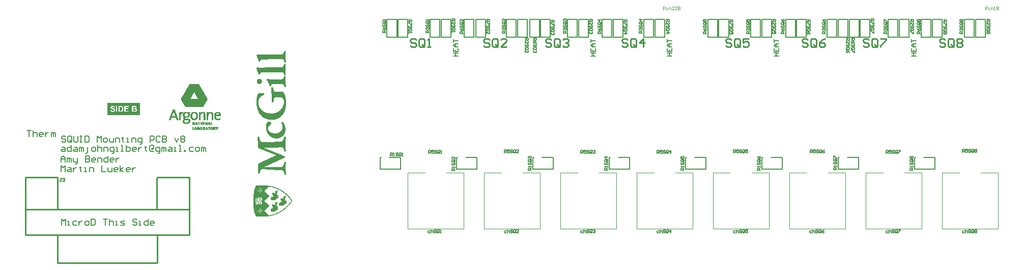
<source format=gto>
G04 Layer_Color=65535*
%FSLAX25Y25*%
%MOIN*%
G70*
G01*
G75*
%ADD18C,0.00500*%
%ADD22C,0.01000*%
%ADD51C,0.00600*%
%ADD52C,0.00100*%
%ADD53C,0.00050*%
%ADD54C,0.00400*%
G36*
X-39572Y78578D02*
X-60965D01*
Y86545D01*
X-39572D01*
Y78578D01*
D02*
G37*
%LPC*%
G36*
X-47001Y84481D02*
X-49843D01*
Y80647D01*
X-46929D01*
Y81296D01*
X-49070D01*
Y82334D01*
X-47145D01*
Y82982D01*
X-49070D01*
Y83833D01*
X-47001D01*
Y84481D01*
D02*
G37*
G36*
X-52223D02*
X-53713D01*
Y80647D01*
X-52181D01*
X-52106Y80650D01*
X-52037Y80656D01*
X-51970Y80661D01*
X-51910Y80667D01*
X-51851Y80672D01*
X-51802Y80681D01*
X-51754Y80689D01*
X-51713Y80694D01*
X-51677Y80703D01*
X-51644Y80708D01*
X-51619Y80717D01*
X-51599Y80719D01*
X-51583Y80725D01*
X-51574Y80728D01*
X-51572D01*
X-51508Y80750D01*
X-51450Y80772D01*
X-51394Y80797D01*
X-51342Y80822D01*
X-51295Y80847D01*
X-51250Y80872D01*
X-51209Y80897D01*
X-51173Y80922D01*
X-51139Y80944D01*
X-51112Y80966D01*
X-51087Y80983D01*
X-51065Y80999D01*
X-51051Y81013D01*
X-51037Y81024D01*
X-51032Y81030D01*
X-51029Y81032D01*
X-50979Y81082D01*
X-50934Y81138D01*
X-50893Y81193D01*
X-50851Y81248D01*
X-50815Y81307D01*
X-50782Y81362D01*
X-50752Y81417D01*
X-50724Y81470D01*
X-50699Y81520D01*
X-50677Y81564D01*
X-50660Y81606D01*
X-50647Y81642D01*
X-50633Y81669D01*
X-50624Y81692D01*
X-50621Y81705D01*
X-50619Y81711D01*
X-50597Y81778D01*
X-50580Y81844D01*
X-50550Y81982D01*
X-50527Y82118D01*
X-50522Y82185D01*
X-50513Y82246D01*
X-50511Y82304D01*
X-50505Y82356D01*
X-50502Y82406D01*
Y82445D01*
X-50500Y82478D01*
Y82503D01*
Y82520D01*
Y82525D01*
Y82625D01*
X-50505Y82719D01*
X-50511Y82811D01*
X-50519Y82894D01*
X-50530Y82974D01*
X-50541Y83049D01*
X-50552Y83118D01*
X-50563Y83182D01*
X-50574Y83237D01*
X-50586Y83287D01*
X-50597Y83329D01*
X-50608Y83365D01*
X-50616Y83395D01*
X-50621Y83415D01*
X-50624Y83428D01*
X-50627Y83431D01*
X-50652Y83498D01*
X-50680Y83564D01*
X-50707Y83625D01*
X-50738Y83683D01*
X-50768Y83739D01*
X-50799Y83789D01*
X-50827Y83836D01*
X-50857Y83880D01*
X-50885Y83919D01*
X-50910Y83952D01*
X-50932Y83982D01*
X-50954Y84007D01*
X-50971Y84027D01*
X-50982Y84041D01*
X-50990Y84049D01*
X-50993Y84052D01*
X-51040Y84099D01*
X-51087Y84140D01*
X-51137Y84179D01*
X-51184Y84215D01*
X-51234Y84246D01*
X-51281Y84276D01*
X-51328Y84301D01*
X-51372Y84326D01*
X-51414Y84345D01*
X-51452Y84362D01*
X-51486Y84376D01*
X-51516Y84387D01*
X-51538Y84395D01*
X-51558Y84401D01*
X-51569Y84406D01*
X-51572D01*
X-51622Y84420D01*
X-51674Y84431D01*
X-51732Y84442D01*
X-51790Y84451D01*
X-51912Y84462D01*
X-51970Y84467D01*
X-52029Y84473D01*
X-52084Y84475D01*
X-52134Y84478D01*
X-52181D01*
X-52223Y84481D01*
D02*
G37*
G36*
X-54450D02*
X-55222D01*
Y80647D01*
X-54450D01*
Y84481D01*
D02*
G37*
G36*
X-43137D02*
X-44782D01*
Y80647D01*
X-43287D01*
X-43228Y80650D01*
X-43118D01*
X-43068Y80653D01*
X-43021D01*
X-42935Y80656D01*
X-42860D01*
X-42794Y80658D01*
X-42735Y80661D01*
X-42685Y80664D01*
X-42647D01*
X-42614Y80667D01*
X-42588Y80669D01*
X-42569D01*
X-42555Y80672D01*
X-42547D01*
X-42436Y80689D01*
X-42384Y80700D01*
X-42334Y80714D01*
X-42289Y80728D01*
X-42245Y80744D01*
X-42206Y80758D01*
X-42170Y80775D01*
X-42137Y80789D01*
X-42109Y80805D01*
X-42084Y80816D01*
X-42065Y80830D01*
X-42048Y80839D01*
X-42035Y80847D01*
X-42029Y80850D01*
X-42026Y80852D01*
X-41951Y80913D01*
X-41885Y80977D01*
X-41830Y81043D01*
X-41780Y81107D01*
X-41744Y81163D01*
X-41727Y81187D01*
X-41716Y81207D01*
X-41708Y81223D01*
X-41699Y81237D01*
X-41694Y81246D01*
Y81248D01*
X-41672Y81296D01*
X-41652Y81343D01*
X-41625Y81434D01*
X-41602Y81520D01*
X-41594Y81559D01*
X-41586Y81598D01*
X-41583Y81631D01*
X-41578Y81664D01*
X-41575Y81689D01*
Y81714D01*
X-41572Y81733D01*
Y81747D01*
Y81755D01*
Y81758D01*
X-41575Y81819D01*
X-41580Y81877D01*
X-41589Y81935D01*
X-41602Y81988D01*
X-41616Y82041D01*
X-41630Y82088D01*
X-41649Y82132D01*
X-41666Y82174D01*
X-41683Y82210D01*
X-41699Y82243D01*
X-41716Y82271D01*
X-41730Y82293D01*
X-41744Y82312D01*
X-41752Y82326D01*
X-41758Y82334D01*
X-41760Y82337D01*
X-41796Y82381D01*
X-41838Y82423D01*
X-41879Y82462D01*
X-41924Y82495D01*
X-41968Y82525D01*
X-42012Y82556D01*
X-42057Y82581D01*
X-42098Y82603D01*
X-42140Y82622D01*
X-42179Y82639D01*
X-42212Y82653D01*
X-42239Y82664D01*
X-42264Y82672D01*
X-42281Y82678D01*
X-42295Y82683D01*
X-42298D01*
X-42209Y82730D01*
X-42132Y82783D01*
X-42065Y82841D01*
X-42037Y82869D01*
X-42010Y82894D01*
X-41987Y82921D01*
X-41965Y82944D01*
X-41949Y82966D01*
X-41932Y82985D01*
X-41921Y82999D01*
X-41913Y83010D01*
X-41910Y83018D01*
X-41907Y83021D01*
X-41882Y83063D01*
X-41857Y83107D01*
X-41838Y83151D01*
X-41821Y83193D01*
X-41796Y83276D01*
X-41780Y83351D01*
X-41771Y83387D01*
X-41769Y83417D01*
X-41766Y83445D01*
X-41763Y83470D01*
X-41760Y83489D01*
Y83503D01*
Y83512D01*
Y83514D01*
Y83561D01*
X-41766Y83606D01*
X-41780Y83689D01*
X-41799Y83766D01*
X-41807Y83800D01*
X-41818Y83833D01*
X-41830Y83861D01*
X-41841Y83888D01*
X-41852Y83910D01*
X-41860Y83927D01*
X-41868Y83944D01*
X-41874Y83955D01*
X-41877Y83960D01*
X-41879Y83963D01*
X-41927Y84035D01*
X-41974Y84096D01*
X-42024Y84151D01*
X-42070Y84198D01*
X-42112Y84234D01*
X-42143Y84259D01*
X-42156Y84271D01*
X-42165Y84276D01*
X-42170Y84282D01*
X-42173D01*
X-42242Y84323D01*
X-42311Y84359D01*
X-42378Y84387D01*
X-42439Y84409D01*
X-42469Y84417D01*
X-42494Y84423D01*
X-42516Y84428D01*
X-42536Y84434D01*
X-42553Y84437D01*
X-42564Y84439D01*
X-42572Y84442D01*
X-42575D01*
X-42619Y84448D01*
X-42666Y84456D01*
X-42719Y84462D01*
X-42774Y84464D01*
X-42885Y84473D01*
X-42996Y84475D01*
X-43048Y84478D01*
X-43095D01*
X-43137Y84481D01*
D02*
G37*
G36*
X-57380Y84545D02*
X-57430D01*
X-57511Y84542D01*
X-57588Y84539D01*
X-57663Y84534D01*
X-57735Y84523D01*
X-57801Y84514D01*
X-57862Y84503D01*
X-57920Y84489D01*
X-57973Y84478D01*
X-58020Y84464D01*
X-58062Y84453D01*
X-58098Y84439D01*
X-58128Y84431D01*
X-58150Y84423D01*
X-58170Y84414D01*
X-58181Y84412D01*
X-58184Y84409D01*
X-58242Y84384D01*
X-58294Y84354D01*
X-58344Y84323D01*
X-58391Y84293D01*
X-58433Y84259D01*
X-58472Y84229D01*
X-58508Y84196D01*
X-58541Y84165D01*
X-58569Y84135D01*
X-58594Y84110D01*
X-58616Y84085D01*
X-58632Y84063D01*
X-58646Y84046D01*
X-58654Y84032D01*
X-58660Y84024D01*
X-58663Y84021D01*
X-58691Y83974D01*
X-58715Y83924D01*
X-58738Y83877D01*
X-58757Y83827D01*
X-58774Y83780D01*
X-58788Y83736D01*
X-58796Y83692D01*
X-58807Y83653D01*
X-58812Y83614D01*
X-58818Y83578D01*
X-58821Y83548D01*
X-58824Y83523D01*
X-58826Y83500D01*
Y83487D01*
Y83476D01*
Y83473D01*
X-58824Y83390D01*
X-58812Y83309D01*
X-58793Y83232D01*
X-58771Y83160D01*
X-58746Y83093D01*
X-58715Y83030D01*
X-58682Y82971D01*
X-58649Y82919D01*
X-58618Y82869D01*
X-58585Y82827D01*
X-58555Y82789D01*
X-58530Y82758D01*
X-58508Y82736D01*
X-58488Y82717D01*
X-58477Y82705D01*
X-58474Y82703D01*
X-58422Y82661D01*
X-58364Y82622D01*
X-58300Y82584D01*
X-58231Y82548D01*
X-58161Y82514D01*
X-58087Y82484D01*
X-58015Y82456D01*
X-57943Y82428D01*
X-57876Y82406D01*
X-57812Y82384D01*
X-57754Y82365D01*
X-57702Y82351D01*
X-57660Y82340D01*
X-57644Y82334D01*
X-57630Y82332D01*
X-57619Y82326D01*
X-57610D01*
X-57605Y82323D01*
X-57602D01*
X-57516Y82301D01*
X-57436Y82282D01*
X-57364Y82265D01*
X-57300Y82248D01*
X-57242Y82232D01*
X-57192Y82218D01*
X-57148Y82207D01*
X-57109Y82196D01*
X-57078Y82187D01*
X-57051Y82179D01*
X-57029Y82171D01*
X-57009Y82165D01*
X-56998Y82162D01*
X-56987Y82160D01*
X-56984Y82157D01*
X-56981D01*
X-56945Y82143D01*
X-56912Y82129D01*
X-56854Y82102D01*
X-56804Y82071D01*
X-56765Y82046D01*
X-56738Y82021D01*
X-56718Y82005D01*
X-56704Y81994D01*
X-56702Y81988D01*
X-56674Y81952D01*
X-56655Y81913D01*
X-56641Y81875D01*
X-56632Y81839D01*
X-56624Y81805D01*
X-56621Y81780D01*
Y81764D01*
Y81761D01*
Y81758D01*
X-56624Y81719D01*
X-56630Y81681D01*
X-56638Y81647D01*
X-56652Y81611D01*
X-56682Y81550D01*
X-56716Y81495D01*
X-56735Y81473D01*
X-56752Y81451D01*
X-56768Y81434D01*
X-56782Y81417D01*
X-56796Y81406D01*
X-56804Y81398D01*
X-56810Y81393D01*
X-56813Y81390D01*
X-56849Y81362D01*
X-56890Y81337D01*
X-56934Y81318D01*
X-56979Y81298D01*
X-57026Y81284D01*
X-57073Y81271D01*
X-57164Y81251D01*
X-57206Y81246D01*
X-57247Y81240D01*
X-57283Y81237D01*
X-57314Y81235D01*
X-57339Y81232D01*
X-57375D01*
X-57438Y81235D01*
X-57499Y81240D01*
X-57558Y81248D01*
X-57613Y81260D01*
X-57663Y81273D01*
X-57707Y81287D01*
X-57752Y81304D01*
X-57788Y81321D01*
X-57823Y81337D01*
X-57851Y81354D01*
X-57879Y81368D01*
X-57898Y81381D01*
X-57915Y81393D01*
X-57926Y81401D01*
X-57934Y81406D01*
X-57937Y81409D01*
X-57973Y81445D01*
X-58009Y81484D01*
X-58040Y81525D01*
X-58067Y81570D01*
X-58092Y81617D01*
X-58114Y81664D01*
X-58153Y81755D01*
X-58167Y81797D01*
X-58178Y81836D01*
X-58189Y81872D01*
X-58197Y81905D01*
X-58203Y81930D01*
X-58209Y81949D01*
X-58211Y81960D01*
Y81966D01*
X-58965Y81894D01*
X-58948Y81778D01*
X-58923Y81667D01*
X-58895Y81564D01*
X-58859Y81467D01*
X-58824Y81381D01*
X-58785Y81301D01*
X-58746Y81226D01*
X-58704Y81163D01*
X-58666Y81104D01*
X-58630Y81055D01*
X-58594Y81010D01*
X-58563Y80977D01*
X-58538Y80949D01*
X-58519Y80930D01*
X-58508Y80916D01*
X-58502Y80913D01*
X-58425Y80855D01*
X-58341Y80803D01*
X-58253Y80758D01*
X-58161Y80719D01*
X-58070Y80686D01*
X-57976Y80661D01*
X-57885Y80639D01*
X-57796Y80620D01*
X-57713Y80606D01*
X-57635Y80595D01*
X-57563Y80589D01*
X-57502Y80584D01*
X-57477Y80581D01*
X-57452D01*
X-57433Y80578D01*
X-57383D01*
X-57292Y80581D01*
X-57203Y80584D01*
X-57120Y80592D01*
X-57042Y80600D01*
X-56970Y80611D01*
X-56901Y80622D01*
X-56837Y80633D01*
X-56779Y80647D01*
X-56729Y80661D01*
X-56682Y80672D01*
X-56643Y80683D01*
X-56613Y80694D01*
X-56585Y80703D01*
X-56566Y80711D01*
X-56555Y80714D01*
X-56552Y80717D01*
X-56491Y80744D01*
X-56433Y80775D01*
X-56380Y80808D01*
X-56331Y80844D01*
X-56283Y80877D01*
X-56242Y80913D01*
X-56203Y80949D01*
X-56167Y80983D01*
X-56137Y81016D01*
X-56109Y81046D01*
X-56087Y81074D01*
X-56067Y81096D01*
X-56054Y81116D01*
X-56042Y81132D01*
X-56037Y81140D01*
X-56034Y81143D01*
X-56001Y81199D01*
X-55973Y81251D01*
X-55948Y81307D01*
X-55926Y81362D01*
X-55910Y81415D01*
X-55893Y81464D01*
X-55882Y81514D01*
X-55871Y81561D01*
X-55865Y81603D01*
X-55860Y81642D01*
X-55854Y81675D01*
X-55851Y81705D01*
X-55848Y81728D01*
Y81747D01*
Y81758D01*
Y81761D01*
X-55851Y81827D01*
X-55854Y81891D01*
X-55862Y81952D01*
X-55874Y82010D01*
X-55884Y82063D01*
X-55898Y82113D01*
X-55912Y82160D01*
X-55926Y82201D01*
X-55940Y82240D01*
X-55954Y82273D01*
X-55968Y82301D01*
X-55979Y82326D01*
X-55990Y82345D01*
X-55998Y82359D01*
X-56001Y82367D01*
X-56004Y82370D01*
X-56034Y82415D01*
X-56065Y82459D01*
X-56134Y82537D01*
X-56170Y82573D01*
X-56206Y82603D01*
X-56239Y82633D01*
X-56272Y82658D01*
X-56306Y82683D01*
X-56333Y82703D01*
X-56361Y82719D01*
X-56383Y82736D01*
X-56402Y82747D01*
X-56416Y82755D01*
X-56425Y82758D01*
X-56427Y82761D01*
X-56480Y82789D01*
X-56541Y82814D01*
X-56605Y82841D01*
X-56671Y82866D01*
X-56810Y82913D01*
X-56879Y82933D01*
X-56945Y82955D01*
X-57009Y82971D01*
X-57067Y82988D01*
X-57123Y83002D01*
X-57170Y83016D01*
X-57209Y83024D01*
X-57236Y83032D01*
X-57247Y83035D01*
X-57256D01*
X-57258Y83038D01*
X-57261D01*
X-57361Y83063D01*
X-57455Y83088D01*
X-57535Y83110D01*
X-57610Y83135D01*
X-57677Y83157D01*
X-57735Y83179D01*
X-57785Y83198D01*
X-57829Y83218D01*
X-57865Y83235D01*
X-57896Y83248D01*
X-57920Y83262D01*
X-57940Y83273D01*
X-57956Y83284D01*
X-57965Y83290D01*
X-57970Y83296D01*
X-57973D01*
X-58012Y83334D01*
X-58040Y83373D01*
X-58059Y83412D01*
X-58073Y83448D01*
X-58081Y83481D01*
X-58084Y83506D01*
X-58087Y83523D01*
Y83525D01*
Y83528D01*
X-58084Y83556D01*
X-58081Y83581D01*
X-58067Y83628D01*
X-58048Y83667D01*
X-58026Y83700D01*
X-58004Y83728D01*
X-57984Y83747D01*
X-57970Y83761D01*
X-57965Y83764D01*
X-57926Y83789D01*
X-57887Y83811D01*
X-57846Y83830D01*
X-57801Y83847D01*
X-57713Y83872D01*
X-57630Y83888D01*
X-57588Y83894D01*
X-57552Y83897D01*
X-57519Y83899D01*
X-57491Y83902D01*
X-57469Y83905D01*
X-57378D01*
X-57319Y83899D01*
X-57270Y83894D01*
X-57222Y83886D01*
X-57178Y83874D01*
X-57137Y83863D01*
X-57101Y83852D01*
X-57067Y83841D01*
X-57040Y83827D01*
X-57015Y83816D01*
X-56993Y83805D01*
X-56976Y83794D01*
X-56962Y83786D01*
X-56954Y83780D01*
X-56948Y83777D01*
X-56945Y83775D01*
X-56915Y83750D01*
X-56890Y83719D01*
X-56843Y83653D01*
X-56807Y83584D01*
X-56776Y83514D01*
X-56765Y83481D01*
X-56757Y83451D01*
X-56749Y83423D01*
X-56743Y83398D01*
X-56738Y83379D01*
X-56735Y83365D01*
X-56732Y83354D01*
Y83351D01*
X-55959Y83384D01*
X-55968Y83481D01*
X-55981Y83573D01*
X-56001Y83658D01*
X-56029Y83739D01*
X-56056Y83814D01*
X-56090Y83883D01*
X-56123Y83946D01*
X-56159Y84002D01*
X-56195Y84054D01*
X-56228Y84099D01*
X-56258Y84137D01*
X-56286Y84168D01*
X-56311Y84193D01*
X-56328Y84212D01*
X-56339Y84223D01*
X-56344Y84226D01*
X-56416Y84282D01*
X-56494Y84331D01*
X-56580Y84373D01*
X-56666Y84412D01*
X-56757Y84442D01*
X-56849Y84467D01*
X-56937Y84489D01*
X-57023Y84506D01*
X-57106Y84517D01*
X-57181Y84528D01*
X-57250Y84536D01*
X-57311Y84539D01*
X-57339Y84542D01*
X-57361D01*
X-57380Y84545D01*
D02*
G37*
%LPD*%
G36*
X-52430Y83830D02*
X-52358D01*
X-52295Y83827D01*
X-52236Y83824D01*
X-52184Y83822D01*
X-52137Y83816D01*
X-52098Y83814D01*
X-52062Y83811D01*
X-52034Y83805D01*
X-52009Y83802D01*
X-51990Y83800D01*
X-51976Y83797D01*
X-51965D01*
X-51959Y83794D01*
X-51957D01*
X-51879Y83772D01*
X-51807Y83747D01*
X-51746Y83716D01*
X-51693Y83686D01*
X-51652Y83658D01*
X-51635Y83647D01*
X-51622Y83636D01*
X-51610Y83628D01*
X-51602Y83620D01*
X-51599Y83617D01*
X-51597Y83614D01*
X-51547Y83559D01*
X-51502Y83500D01*
X-51466Y83439D01*
X-51433Y83379D01*
X-51411Y83326D01*
X-51400Y83301D01*
X-51392Y83282D01*
X-51386Y83265D01*
X-51380Y83254D01*
X-51378Y83246D01*
Y83243D01*
X-51364Y83196D01*
X-51350Y83146D01*
X-51342Y83091D01*
X-51331Y83035D01*
X-51317Y82921D01*
X-51311Y82866D01*
X-51309Y82814D01*
X-51303Y82761D01*
X-51300Y82714D01*
Y82672D01*
X-51297Y82633D01*
Y82603D01*
Y82581D01*
Y82567D01*
Y82561D01*
Y82481D01*
X-51300Y82403D01*
X-51306Y82332D01*
X-51309Y82265D01*
X-51317Y82201D01*
X-51322Y82146D01*
X-51331Y82093D01*
X-51336Y82046D01*
X-51345Y82002D01*
X-51353Y81966D01*
X-51358Y81933D01*
X-51364Y81908D01*
X-51369Y81888D01*
X-51375Y81872D01*
X-51378Y81863D01*
Y81861D01*
X-51392Y81814D01*
X-51408Y81772D01*
X-51425Y81730D01*
X-51441Y81694D01*
X-51458Y81661D01*
X-51475Y81631D01*
X-51491Y81603D01*
X-51508Y81578D01*
X-51522Y81556D01*
X-51536Y81539D01*
X-51550Y81523D01*
X-51558Y81512D01*
X-51569Y81501D01*
X-51574Y81495D01*
X-51577Y81492D01*
X-51580Y81489D01*
X-51630Y81451D01*
X-51682Y81417D01*
X-51732Y81390D01*
X-51782Y81370D01*
X-51827Y81354D01*
X-51846Y81345D01*
X-51863Y81340D01*
X-51874Y81337D01*
X-51885Y81334D01*
X-51890Y81331D01*
X-51893D01*
X-51921Y81326D01*
X-51954Y81321D01*
X-52026Y81312D01*
X-52104Y81304D01*
X-52181Y81301D01*
X-52217Y81298D01*
X-52250D01*
X-52281Y81296D01*
X-52940D01*
Y83833D01*
X-52508D01*
X-52430Y83830D01*
D02*
G37*
G36*
X-43234Y83841D02*
X-43170D01*
X-43118Y83838D01*
X-43032D01*
X-42998Y83836D01*
X-42971D01*
X-42949Y83833D01*
X-42932D01*
X-42918Y83830D01*
X-42904D01*
X-42835Y83816D01*
X-42777Y83800D01*
X-42727Y83777D01*
X-42685Y83753D01*
X-42655Y83730D01*
X-42633Y83711D01*
X-42619Y83700D01*
X-42614Y83694D01*
X-42580Y83650D01*
X-42555Y83603D01*
X-42539Y83556D01*
X-42525Y83509D01*
X-42519Y83467D01*
X-42516Y83437D01*
X-42514Y83423D01*
Y83415D01*
Y83409D01*
Y83406D01*
X-42519Y83340D01*
X-42533Y83282D01*
X-42550Y83229D01*
X-42572Y83187D01*
X-42594Y83154D01*
X-42611Y83126D01*
X-42625Y83113D01*
X-42630Y83107D01*
X-42677Y83068D01*
X-42727Y83038D01*
X-42777Y83013D01*
X-42827Y82996D01*
X-42871Y82982D01*
X-42891Y82977D01*
X-42907Y82974D01*
X-42921Y82971D01*
X-42932Y82969D01*
X-42940D01*
X-42965Y82966D01*
X-42996D01*
X-43034Y82963D01*
X-43076D01*
X-43120Y82960D01*
X-43262D01*
X-43309Y82958D01*
X-44010D01*
Y83844D01*
X-43303D01*
X-43234Y83841D01*
D02*
G37*
G36*
X-43201Y82318D02*
X-43123Y82315D01*
X-43054Y82312D01*
X-42990Y82307D01*
X-42935Y82304D01*
X-42885Y82298D01*
X-42841Y82293D01*
X-42805Y82287D01*
X-42774Y82282D01*
X-42749Y82279D01*
X-42730Y82273D01*
X-42713Y82271D01*
X-42705Y82268D01*
X-42699Y82265D01*
X-42697D01*
X-42641Y82243D01*
X-42591Y82215D01*
X-42550Y82185D01*
X-42516Y82157D01*
X-42489Y82129D01*
X-42472Y82107D01*
X-42458Y82093D01*
X-42456Y82091D01*
Y82088D01*
X-42428Y82041D01*
X-42406Y81991D01*
X-42392Y81944D01*
X-42381Y81897D01*
X-42375Y81858D01*
X-42370Y81825D01*
Y81814D01*
Y81805D01*
Y81800D01*
Y81797D01*
X-42375Y81725D01*
X-42386Y81658D01*
X-42406Y81603D01*
X-42425Y81556D01*
X-42445Y81520D01*
X-42464Y81492D01*
X-42475Y81476D01*
X-42480Y81473D01*
Y81470D01*
X-42525Y81428D01*
X-42569Y81395D01*
X-42616Y81368D01*
X-42661Y81348D01*
X-42699Y81334D01*
X-42733Y81323D01*
X-42744Y81321D01*
X-42752D01*
X-42757Y81318D01*
X-42760D01*
X-42785Y81315D01*
X-42816Y81309D01*
X-42852Y81307D01*
X-42891Y81304D01*
X-42935D01*
X-42979Y81301D01*
X-43068Y81298D01*
X-43112D01*
X-43154Y81296D01*
X-44010D01*
Y82320D01*
X-43289D01*
X-43201Y82318D01*
D02*
G37*
D18*
X250314Y2675D02*
X249314D01*
X248981Y2342D01*
Y1675D01*
X249314Y1342D01*
X250314D01*
X250980Y3342D02*
Y1342D01*
Y2342D01*
X251314Y2675D01*
X251980D01*
X252313Y2342D01*
Y1342D01*
X254313Y3008D02*
X253979Y3342D01*
X253313D01*
X252980Y3008D01*
Y2675D01*
X253313Y2342D01*
X253979D01*
X254313Y2009D01*
Y1675D01*
X253979Y1342D01*
X253313D01*
X252980Y1675D01*
X256312D02*
Y3008D01*
X255979Y3342D01*
X255312D01*
X254979Y3008D01*
Y1675D01*
X255312Y1342D01*
X255979D01*
X255646Y2009D02*
X256312Y1342D01*
X255979D02*
X256312Y1675D01*
X256979Y3008D02*
X257312Y3342D01*
X257978D01*
X258311Y3008D01*
Y2675D01*
X257978Y2342D01*
X257645D01*
X257978D01*
X258311Y2009D01*
Y1675D01*
X257978Y1342D01*
X257312D01*
X256979Y1675D01*
X500314Y2675D02*
X499314D01*
X498981Y2342D01*
Y1675D01*
X499314Y1342D01*
X500314D01*
X500980Y3342D02*
Y1342D01*
Y2342D01*
X501314Y2675D01*
X501980D01*
X502313Y2342D01*
Y1342D01*
X504313Y3008D02*
X503979Y3342D01*
X503313D01*
X502980Y3008D01*
Y2675D01*
X503313Y2342D01*
X503979D01*
X504313Y2009D01*
Y1675D01*
X503979Y1342D01*
X503313D01*
X502980Y1675D01*
X506312D02*
Y3008D01*
X505979Y3342D01*
X505312D01*
X504979Y3008D01*
Y1675D01*
X505312Y1342D01*
X505979D01*
X505646Y2009D02*
X506312Y1342D01*
X505979D02*
X506312Y1675D01*
X506979Y3008D02*
X507312Y3342D01*
X507978D01*
X508311Y3008D01*
Y2675D01*
X507978Y2342D01*
X508311Y2009D01*
Y1675D01*
X507978Y1342D01*
X507312D01*
X506979Y1675D01*
Y2009D01*
X507312Y2342D01*
X506979Y2675D01*
Y3008D01*
X507312Y2342D02*
X507978D01*
X450314Y2675D02*
X449314D01*
X448981Y2342D01*
Y1675D01*
X449314Y1342D01*
X450314D01*
X450980Y3342D02*
Y1342D01*
Y2342D01*
X451314Y2675D01*
X451980D01*
X452313Y2342D01*
Y1342D01*
X454313Y3008D02*
X453979Y3342D01*
X453313D01*
X452980Y3008D01*
Y2675D01*
X453313Y2342D01*
X453979D01*
X454313Y2009D01*
Y1675D01*
X453979Y1342D01*
X453313D01*
X452980Y1675D01*
X456312D02*
Y3008D01*
X455979Y3342D01*
X455312D01*
X454979Y3008D01*
Y1675D01*
X455312Y1342D01*
X455979D01*
X455646Y2009D02*
X456312Y1342D01*
X455979D02*
X456312Y1675D01*
X456979Y3342D02*
X458311D01*
Y3008D01*
X456979Y1675D01*
Y1342D01*
X400314Y2675D02*
X399314D01*
X398981Y2342D01*
Y1675D01*
X399314Y1342D01*
X400314D01*
X400980Y3342D02*
Y1342D01*
Y2342D01*
X401314Y2675D01*
X401980D01*
X402313Y2342D01*
Y1342D01*
X404313Y3008D02*
X403979Y3342D01*
X403313D01*
X402980Y3008D01*
Y2675D01*
X403313Y2342D01*
X403979D01*
X404313Y2009D01*
Y1675D01*
X403979Y1342D01*
X403313D01*
X402980Y1675D01*
X406312D02*
Y3008D01*
X405979Y3342D01*
X405312D01*
X404979Y3008D01*
Y1675D01*
X405312Y1342D01*
X405979D01*
X405646Y2009D02*
X406312Y1342D01*
X405979D02*
X406312Y1675D01*
X408311Y3342D02*
X407645Y3008D01*
X406979Y2342D01*
Y1675D01*
X407312Y1342D01*
X407978D01*
X408311Y1675D01*
Y2009D01*
X407978Y2342D01*
X406979D01*
X350314Y2675D02*
X349314D01*
X348981Y2342D01*
Y1675D01*
X349314Y1342D01*
X350314D01*
X350980Y3342D02*
Y1342D01*
Y2342D01*
X351314Y2675D01*
X351980D01*
X352313Y2342D01*
Y1342D01*
X354313Y3008D02*
X353979Y3342D01*
X353313D01*
X352980Y3008D01*
Y2675D01*
X353313Y2342D01*
X353979D01*
X354313Y2009D01*
Y1675D01*
X353979Y1342D01*
X353313D01*
X352980Y1675D01*
X356312D02*
Y3008D01*
X355979Y3342D01*
X355312D01*
X354979Y3008D01*
Y1675D01*
X355312Y1342D01*
X355979D01*
X355646Y2009D02*
X356312Y1342D01*
X355979D02*
X356312Y1675D01*
X358311Y3342D02*
X356979D01*
Y2342D01*
X357645Y2675D01*
X357978D01*
X358311Y2342D01*
Y1675D01*
X357978Y1342D01*
X357312D01*
X356979Y1675D01*
X300314Y2675D02*
X299314D01*
X298981Y2342D01*
Y1675D01*
X299314Y1342D01*
X300314D01*
X300980Y3342D02*
Y1342D01*
Y2342D01*
X301314Y2675D01*
X301980D01*
X302313Y2342D01*
Y1342D01*
X304313Y3008D02*
X303979Y3342D01*
X303313D01*
X302980Y3008D01*
Y2675D01*
X303313Y2342D01*
X303979D01*
X304313Y2009D01*
Y1675D01*
X303979Y1342D01*
X303313D01*
X302980Y1675D01*
X306312D02*
Y3008D01*
X305979Y3342D01*
X305312D01*
X304979Y3008D01*
Y1675D01*
X305312Y1342D01*
X305979D01*
X305646Y2009D02*
X306312Y1342D01*
X305979D02*
X306312Y1675D01*
X307978Y1342D02*
Y3342D01*
X306979Y2342D01*
X308311D01*
X200314Y2675D02*
X199314D01*
X198981Y2342D01*
Y1675D01*
X199314Y1342D01*
X200314D01*
X200980Y3342D02*
Y1342D01*
Y2342D01*
X201314Y2675D01*
X201980D01*
X202313Y2342D01*
Y1342D01*
X204313Y3008D02*
X203979Y3342D01*
X203313D01*
X202980Y3008D01*
Y2675D01*
X203313Y2342D01*
X203979D01*
X204313Y2009D01*
Y1675D01*
X203979Y1342D01*
X203313D01*
X202980Y1675D01*
X206312D02*
Y3008D01*
X205979Y3342D01*
X205312D01*
X204979Y3008D01*
Y1675D01*
X205312Y1342D01*
X205979D01*
X205646Y2009D02*
X206312Y1342D01*
X205979D02*
X206312Y1675D01*
X208311Y1342D02*
X206979D01*
X208311Y2675D01*
Y3008D01*
X207978Y3342D01*
X207312D01*
X206979Y3008D01*
X150314Y2675D02*
X149314D01*
X148981Y2342D01*
Y1675D01*
X149314Y1342D01*
X150314D01*
X150980Y3342D02*
Y1342D01*
Y2342D01*
X151314Y2675D01*
X151980D01*
X152313Y2342D01*
Y1342D01*
X154313Y3008D02*
X153979Y3342D01*
X153313D01*
X152980Y3008D01*
Y2675D01*
X153313Y2342D01*
X153979D01*
X154313Y2009D01*
Y1675D01*
X153979Y1342D01*
X153313D01*
X152980Y1675D01*
X156312D02*
Y3008D01*
X155979Y3342D01*
X155312D01*
X154979Y3008D01*
Y1675D01*
X155312Y1342D01*
X155979D01*
X155646Y2009D02*
X156312Y1342D01*
X155979D02*
X156312Y1675D01*
X156978Y1342D02*
X157645D01*
X157312D01*
Y3342D01*
X156978Y3008D01*
X486673Y140963D02*
X488673D01*
Y139963D01*
X488340Y139630D01*
X487673D01*
X487340Y139963D01*
Y140963D01*
Y140296D02*
X486673Y139630D01*
X488673Y138963D02*
Y137630D01*
X488340D01*
X487007Y138963D01*
X486673D01*
X488340Y135631D02*
X488673Y135964D01*
Y136631D01*
X488340Y136964D01*
X488006D01*
X487673Y136631D01*
Y135964D01*
X487340Y135631D01*
X487007D01*
X486673Y135964D01*
Y136631D01*
X487007Y136964D01*
Y133632D02*
X488340D01*
X488673Y133965D01*
Y134631D01*
X488340Y134965D01*
X487007D01*
X486673Y134631D01*
Y133965D01*
X487340Y134298D02*
X486673Y133632D01*
Y133965D02*
X487007Y133632D01*
X488340Y132965D02*
X488673Y132632D01*
Y131966D01*
X488340Y131632D01*
X488006D01*
X487673Y131966D01*
X487340Y131632D01*
X487007D01*
X486673Y131966D01*
Y132632D01*
X487007Y132965D01*
X487340D01*
X487673Y132632D01*
X488006Y132965D01*
X488340D01*
X487673Y132632D02*
Y131966D01*
X439192Y141325D02*
X441192D01*
Y140325D01*
X440859Y139992D01*
X440192D01*
X439859Y140325D01*
Y141325D01*
Y140659D02*
X439192Y139992D01*
X441192Y139326D02*
Y137993D01*
X440859D01*
X439526Y139326D01*
X439192D01*
X440859Y135994D02*
X441192Y136327D01*
Y136993D01*
X440859Y137327D01*
X440525D01*
X440192Y136993D01*
Y136327D01*
X439859Y135994D01*
X439526D01*
X439192Y136327D01*
Y136993D01*
X439526Y137327D01*
Y133994D02*
X440859D01*
X441192Y134327D01*
Y134994D01*
X440859Y135327D01*
X439526D01*
X439192Y134994D01*
Y134327D01*
X439859Y134661D02*
X439192Y133994D01*
Y134327D02*
X439526Y133994D01*
X441192Y133328D02*
Y131995D01*
X440859D01*
X439526Y133328D01*
X439192D01*
X397511Y140872D02*
X399510D01*
Y139872D01*
X399177Y139539D01*
X398510D01*
X398177Y139872D01*
Y140872D01*
Y140206D02*
X397511Y139539D01*
X399510Y138873D02*
Y137540D01*
X399177D01*
X397844Y138873D01*
X397511D01*
X399177Y135540D02*
X399510Y135874D01*
Y136540D01*
X399177Y136873D01*
X398844D01*
X398510Y136540D01*
Y135874D01*
X398177Y135540D01*
X397844D01*
X397511Y135874D01*
Y136540D01*
X397844Y136873D01*
Y133541D02*
X399177D01*
X399510Y133874D01*
Y134541D01*
X399177Y134874D01*
X397844D01*
X397511Y134541D01*
Y133874D01*
X398177Y134208D02*
X397511Y133541D01*
Y133874D02*
X397844Y133541D01*
X399510Y131542D02*
X399177Y132208D01*
X398510Y132875D01*
X397844D01*
X397511Y132542D01*
Y131875D01*
X397844Y131542D01*
X398177D01*
X398510Y131875D01*
Y132875D01*
X346858Y140963D02*
X348858D01*
Y139963D01*
X348524Y139630D01*
X347858D01*
X347525Y139963D01*
Y140963D01*
Y140296D02*
X346858Y139630D01*
X348858Y138963D02*
Y137630D01*
X348524D01*
X347192Y138963D01*
X346858D01*
X348524Y135631D02*
X348858Y135964D01*
Y136631D01*
X348524Y136964D01*
X348191D01*
X347858Y136631D01*
Y135964D01*
X347525Y135631D01*
X347192D01*
X346858Y135964D01*
Y136631D01*
X347192Y136964D01*
Y133632D02*
X348524D01*
X348858Y133965D01*
Y134631D01*
X348524Y134965D01*
X347192D01*
X346858Y134631D01*
Y133965D01*
X347525Y134298D02*
X346858Y133632D01*
Y133965D02*
X347192Y133632D01*
X348858Y131632D02*
Y132965D01*
X347858D01*
X348191Y132299D01*
Y131966D01*
X347858Y131632D01*
X347192D01*
X346858Y131966D01*
Y132632D01*
X347192Y132965D01*
X277449Y140872D02*
X279449D01*
Y139872D01*
X279115Y139539D01*
X278449D01*
X278116Y139872D01*
Y140872D01*
Y140206D02*
X277449Y139539D01*
X279449Y138873D02*
Y137540D01*
X279115D01*
X277782Y138873D01*
X277449D01*
X279115Y135540D02*
X279449Y135874D01*
Y136540D01*
X279115Y136873D01*
X278782D01*
X278449Y136540D01*
Y135874D01*
X278116Y135540D01*
X277782D01*
X277449Y135874D01*
Y136540D01*
X277782Y136873D01*
Y133541D02*
X279115D01*
X279449Y133874D01*
Y134541D01*
X279115Y134874D01*
X277782D01*
X277449Y134541D01*
Y133874D01*
X278116Y134208D02*
X277449Y133541D01*
Y133874D02*
X277782Y133541D01*
X277449Y131875D02*
X279449D01*
X278449Y132875D01*
Y131542D01*
X229878Y140510D02*
X231877D01*
Y139510D01*
X231544Y139177D01*
X230877D01*
X230544Y139510D01*
Y140510D01*
Y139843D02*
X229878Y139177D01*
X231877Y138510D02*
Y137177D01*
X231544D01*
X230211Y138510D01*
X229878D01*
X231544Y135178D02*
X231877Y135511D01*
Y136178D01*
X231544Y136511D01*
X231211D01*
X230877Y136178D01*
Y135511D01*
X230544Y135178D01*
X230211D01*
X229878Y135511D01*
Y136178D01*
X230211Y136511D01*
Y133179D02*
X231544D01*
X231877Y133512D01*
Y134178D01*
X231544Y134512D01*
X230211D01*
X229878Y134178D01*
Y133512D01*
X230544Y133845D02*
X229878Y133179D01*
Y133512D02*
X230211Y133179D01*
X231544Y132512D02*
X231877Y132179D01*
Y131513D01*
X231544Y131179D01*
X231211D01*
X230877Y131513D01*
Y131846D01*
Y131513D01*
X230544Y131179D01*
X230211D01*
X229878Y131513D01*
Y132179D01*
X230211Y132512D01*
X187346Y141051D02*
X189345D01*
Y140051D01*
X189012Y139718D01*
X188345D01*
X188012Y140051D01*
Y141051D01*
Y140384D02*
X187346Y139718D01*
X189345Y139051D02*
Y137718D01*
X189012D01*
X187679Y139051D01*
X187346D01*
X189012Y135719D02*
X189345Y136052D01*
Y136719D01*
X189012Y137052D01*
X188678D01*
X188345Y136719D01*
Y136052D01*
X188012Y135719D01*
X187679D01*
X187346Y136052D01*
Y136719D01*
X187679Y137052D01*
Y133720D02*
X189012D01*
X189345Y134053D01*
Y134719D01*
X189012Y135053D01*
X187679D01*
X187346Y134719D01*
Y134053D01*
X188012Y134386D02*
X187346Y133720D01*
Y134053D02*
X187679Y133720D01*
X187346Y131720D02*
Y133053D01*
X188678Y131720D01*
X189012D01*
X189345Y132053D01*
Y132720D01*
X189012Y133053D01*
X136351Y140882D02*
X138351D01*
Y139883D01*
X138018Y139549D01*
X137351D01*
X137018Y139883D01*
Y140882D01*
Y140216D02*
X136351Y139549D01*
X138351Y138883D02*
Y137550D01*
X138018D01*
X136685Y138883D01*
X136351D01*
X138018Y135551D02*
X138351Y135884D01*
Y136550D01*
X138018Y136883D01*
X137684D01*
X137351Y136550D01*
Y135884D01*
X137018Y135551D01*
X136685D01*
X136351Y135884D01*
Y136550D01*
X136685Y136883D01*
Y133551D02*
X138018D01*
X138351Y133885D01*
Y134551D01*
X138018Y134884D01*
X136685D01*
X136351Y134551D01*
Y133885D01*
X137018Y134218D02*
X136351Y133551D01*
Y133885D02*
X136685Y133551D01*
X136351Y132885D02*
Y132218D01*
Y132552D01*
X138351D01*
X138018Y132885D01*
X471360Y131720D02*
X469360D01*
Y132720D01*
X469694Y133053D01*
X470360D01*
X470693Y132720D01*
Y131720D01*
Y132387D02*
X471360Y133053D01*
X469360Y135053D02*
X469694Y134386D01*
X470360Y133720D01*
X471027D01*
X471360Y134053D01*
Y134719D01*
X471027Y135053D01*
X470693D01*
X470360Y134719D01*
Y133720D01*
X469694Y137052D02*
X469360Y136719D01*
Y136052D01*
X469694Y135719D01*
X470027D01*
X470360Y136052D01*
Y136719D01*
X470693Y137052D01*
X471027D01*
X471360Y136719D01*
Y136052D01*
X471027Y135719D01*
Y139051D02*
X469694D01*
X469360Y138718D01*
Y138051D01*
X469694Y137718D01*
X471027D01*
X471360Y138051D01*
Y138718D01*
X470693Y138385D02*
X471360Y139051D01*
Y138718D02*
X471027Y139051D01*
X469694Y139718D02*
X469360Y140051D01*
Y140717D01*
X469694Y141051D01*
X470027D01*
X470360Y140717D01*
X470693Y141051D01*
X471027D01*
X471360Y140717D01*
Y140051D01*
X471027Y139718D01*
X470693D01*
X470360Y140051D01*
X470027Y139718D01*
X469694D01*
X470360Y140051D02*
Y140717D01*
X426507Y128911D02*
X428506D01*
Y127912D01*
X428173Y127578D01*
X427506D01*
X427173Y127912D01*
Y128911D01*
Y128245D02*
X426507Y127578D01*
X428506Y125579D02*
X428173Y126245D01*
X427506Y126912D01*
X426840D01*
X426507Y126579D01*
Y125912D01*
X426840Y125579D01*
X427173D01*
X427506Y125912D01*
Y126912D01*
X428173Y123580D02*
X428506Y123913D01*
Y124579D01*
X428173Y124913D01*
X427840D01*
X427506Y124579D01*
Y123913D01*
X427173Y123580D01*
X426840D01*
X426507Y123913D01*
Y124579D01*
X426840Y124913D01*
Y121580D02*
X428173D01*
X428506Y121914D01*
Y122580D01*
X428173Y122913D01*
X426840D01*
X426507Y122580D01*
Y121914D01*
X427173Y122247D02*
X426507Y121580D01*
Y121914D02*
X426840Y121580D01*
X428506Y120914D02*
Y119581D01*
X428173D01*
X426840Y120914D01*
X426507D01*
X382469Y131720D02*
X380470D01*
Y132720D01*
X380803Y133053D01*
X381469D01*
X381803Y132720D01*
Y131720D01*
Y132387D02*
X382469Y133053D01*
X380470Y135053D02*
X380803Y134386D01*
X381469Y133720D01*
X382136D01*
X382469Y134053D01*
Y134719D01*
X382136Y135053D01*
X381803D01*
X381469Y134719D01*
Y133720D01*
X380803Y137052D02*
X380470Y136719D01*
Y136052D01*
X380803Y135719D01*
X381136D01*
X381469Y136052D01*
Y136719D01*
X381803Y137052D01*
X382136D01*
X382469Y136719D01*
Y136052D01*
X382136Y135719D01*
Y139051D02*
X380803D01*
X380470Y138718D01*
Y138051D01*
X380803Y137718D01*
X382136D01*
X382469Y138051D01*
Y138718D01*
X381803Y138385D02*
X382469Y139051D01*
Y138718D02*
X382136Y139051D01*
X380470Y141051D02*
X380803Y140384D01*
X381469Y139718D01*
X382136D01*
X382469Y140051D01*
Y140717D01*
X382136Y141051D01*
X381803D01*
X381469Y140717D01*
Y139718D01*
X331545Y131720D02*
X329545D01*
Y132720D01*
X329879Y133053D01*
X330545D01*
X330878Y132720D01*
Y131720D01*
Y132387D02*
X331545Y133053D01*
X329545Y135053D02*
X329879Y134386D01*
X330545Y133720D01*
X331212D01*
X331545Y134053D01*
Y134719D01*
X331212Y135053D01*
X330878D01*
X330545Y134719D01*
Y133720D01*
X329879Y137052D02*
X329545Y136719D01*
Y136052D01*
X329879Y135719D01*
X330212D01*
X330545Y136052D01*
Y136719D01*
X330878Y137052D01*
X331212D01*
X331545Y136719D01*
Y136052D01*
X331212Y135719D01*
Y139051D02*
X329879D01*
X329545Y138718D01*
Y138051D01*
X329879Y137718D01*
X331212D01*
X331545Y138051D01*
Y138718D01*
X330878Y138385D02*
X331545Y139051D01*
Y138718D02*
X331212Y139051D01*
X329545Y141051D02*
Y139718D01*
X330545D01*
X330212Y140384D01*
Y140717D01*
X330545Y141051D01*
X331212D01*
X331545Y140717D01*
Y140051D01*
X331212Y139718D01*
X262317Y131720D02*
X260318D01*
Y132720D01*
X260651Y133053D01*
X261317D01*
X261650Y132720D01*
Y131720D01*
Y132387D02*
X262317Y133053D01*
X260318Y135053D02*
X260651Y134386D01*
X261317Y133720D01*
X261984D01*
X262317Y134053D01*
Y134719D01*
X261984Y135053D01*
X261650D01*
X261317Y134719D01*
Y133720D01*
X260651Y137052D02*
X260318Y136719D01*
Y136052D01*
X260651Y135719D01*
X260984D01*
X261317Y136052D01*
Y136719D01*
X261650Y137052D01*
X261984D01*
X262317Y136719D01*
Y136052D01*
X261984Y135719D01*
Y139051D02*
X260651D01*
X260318Y138718D01*
Y138051D01*
X260651Y137718D01*
X261984D01*
X262317Y138051D01*
Y138718D01*
X261650Y138385D02*
X262317Y139051D01*
Y138718D02*
X261984Y139051D01*
X262317Y140717D02*
X260318D01*
X261317Y139718D01*
Y141051D01*
X218069Y128739D02*
X220068D01*
Y127740D01*
X219735Y127406D01*
X219068D01*
X218735Y127740D01*
Y128739D01*
Y128073D02*
X218069Y127406D01*
X220068Y125407D02*
X219735Y126073D01*
X219068Y126740D01*
X218402D01*
X218069Y126407D01*
Y125740D01*
X218402Y125407D01*
X218735D01*
X219068Y125740D01*
Y126740D01*
X219735Y123408D02*
X220068Y123741D01*
Y124407D01*
X219735Y124741D01*
X219401D01*
X219068Y124407D01*
Y123741D01*
X218735Y123408D01*
X218402D01*
X218069Y123741D01*
Y124407D01*
X218402Y124741D01*
Y121408D02*
X219735D01*
X220068Y121741D01*
Y122408D01*
X219735Y122741D01*
X218402D01*
X218069Y122408D01*
Y121741D01*
X218735Y122075D02*
X218069Y121408D01*
Y121741D02*
X218402Y121408D01*
X219735Y120742D02*
X220068Y120409D01*
Y119742D01*
X219735Y119409D01*
X219401D01*
X219068Y119742D01*
Y120075D01*
Y119742D01*
X218735Y119409D01*
X218402D01*
X218069Y119742D01*
Y120409D01*
X218402Y120742D01*
X172069Y131765D02*
X170069D01*
Y132764D01*
X170403Y133098D01*
X171069D01*
X171402Y132764D01*
Y131765D01*
Y132431D02*
X172069Y133098D01*
X170069Y135097D02*
X170403Y134431D01*
X171069Y133764D01*
X171735D01*
X172069Y134097D01*
Y134764D01*
X171735Y135097D01*
X171402D01*
X171069Y134764D01*
Y133764D01*
X170403Y137096D02*
X170069Y136763D01*
Y136097D01*
X170403Y135763D01*
X170736D01*
X171069Y136097D01*
Y136763D01*
X171402Y137096D01*
X171735D01*
X172069Y136763D01*
Y136097D01*
X171735Y135763D01*
Y139096D02*
X170403D01*
X170069Y138762D01*
Y138096D01*
X170403Y137763D01*
X171735D01*
X172069Y138096D01*
Y138762D01*
X171402Y138429D02*
X172069Y139096D01*
Y138762D02*
X171735Y139096D01*
X172069Y141095D02*
Y139762D01*
X170736Y141095D01*
X170403D01*
X170069Y140762D01*
Y140095D01*
X170403Y139762D01*
X121442Y132499D02*
X119442D01*
Y133499D01*
X119775Y133832D01*
X120442D01*
X120775Y133499D01*
Y132499D01*
Y133166D02*
X121442Y133832D01*
X119442Y135831D02*
X119775Y135165D01*
X120442Y134498D01*
X121108D01*
X121442Y134832D01*
Y135498D01*
X121108Y135831D01*
X120775D01*
X120442Y135498D01*
Y134498D01*
X119775Y137831D02*
X119442Y137497D01*
Y136831D01*
X119775Y136498D01*
X120109D01*
X120442Y136831D01*
Y137497D01*
X120775Y137831D01*
X121108D01*
X121442Y137497D01*
Y136831D01*
X121108Y136498D01*
Y139830D02*
X119775D01*
X119442Y139497D01*
Y138830D01*
X119775Y138497D01*
X121108D01*
X121442Y138830D01*
Y139497D01*
X120775Y139163D02*
X121442Y139830D01*
Y139497D02*
X121108Y139830D01*
X121442Y140496D02*
Y141163D01*
Y140830D01*
X119442D01*
X119775Y140496D01*
X465100Y141300D02*
X467099D01*
Y140300D01*
X466766Y139967D01*
X466100D01*
X465766Y140300D01*
Y141300D01*
Y140633D02*
X465100Y139967D01*
Y137968D02*
Y139301D01*
X466433Y137968D01*
X466766D01*
X467099Y138301D01*
Y138967D01*
X466766Y139301D01*
Y135968D02*
X467099Y136302D01*
Y136968D01*
X466766Y137301D01*
X466433D01*
X466100Y136968D01*
Y136302D01*
X465766Y135968D01*
X465433D01*
X465100Y136302D01*
Y136968D01*
X465433Y137301D01*
Y133969D02*
X466766D01*
X467099Y134302D01*
Y134969D01*
X466766Y135302D01*
X465433D01*
X465100Y134969D01*
Y134302D01*
X465766Y134635D02*
X465100Y133969D01*
Y134302D02*
X465433Y133969D01*
X467099Y133303D02*
Y131970D01*
X466766D01*
X465433Y133303D01*
X465100D01*
X449600Y131800D02*
X447601D01*
Y132800D01*
X447934Y133133D01*
X448600D01*
X448934Y132800D01*
Y131800D01*
Y132466D02*
X449600Y133133D01*
X447934Y133799D02*
X447601Y134133D01*
Y134799D01*
X447934Y135132D01*
X448267D01*
X448600Y134799D01*
Y134466D01*
Y134799D01*
X448934Y135132D01*
X449267D01*
X449600Y134799D01*
Y134133D01*
X449267Y133799D01*
X447934Y137132D02*
X447601Y136798D01*
Y136132D01*
X447934Y135799D01*
X448267D01*
X448600Y136132D01*
Y136798D01*
X448934Y137132D01*
X449267D01*
X449600Y136798D01*
Y136132D01*
X449267Y135799D01*
Y139131D02*
X447934D01*
X447601Y138798D01*
Y138131D01*
X447934Y137798D01*
X449267D01*
X449600Y138131D01*
Y138798D01*
X448934Y138464D02*
X449600Y139131D01*
Y138798D02*
X449267Y139131D01*
X447601Y139797D02*
Y141130D01*
X447934D01*
X449267Y139797D01*
X449600D01*
X422973Y128821D02*
X424972D01*
Y127821D01*
X424639Y127488D01*
X423973D01*
X423639Y127821D01*
Y128821D01*
Y128154D02*
X422973Y127488D01*
Y125488D02*
Y126821D01*
X424306Y125488D01*
X424639D01*
X424972Y125822D01*
Y126488D01*
X424639Y126821D01*
Y123489D02*
X424972Y123822D01*
Y124489D01*
X424639Y124822D01*
X424306D01*
X423973Y124489D01*
Y123822D01*
X423639Y123489D01*
X423306D01*
X422973Y123822D01*
Y124489D01*
X423306Y124822D01*
Y121490D02*
X424639D01*
X424972Y121823D01*
Y122489D01*
X424639Y122823D01*
X423306D01*
X422973Y122489D01*
Y121823D01*
X423639Y122156D02*
X422973Y121490D01*
Y121823D02*
X423306Y121490D01*
X424972Y119490D02*
X424639Y120157D01*
X423973Y120823D01*
X423306D01*
X422973Y120490D01*
Y119824D01*
X423306Y119490D01*
X423639D01*
X423973Y119824D01*
Y120823D01*
X409500Y131800D02*
X407501D01*
Y132800D01*
X407834Y133133D01*
X408500D01*
X408834Y132800D01*
Y131800D01*
Y132466D02*
X409500Y133133D01*
X407834Y133799D02*
X407501Y134133D01*
Y134799D01*
X407834Y135132D01*
X408167D01*
X408500Y134799D01*
Y134466D01*
Y134799D01*
X408834Y135132D01*
X409167D01*
X409500Y134799D01*
Y134133D01*
X409167Y133799D01*
X407834Y137132D02*
X407501Y136798D01*
Y136132D01*
X407834Y135799D01*
X408167D01*
X408500Y136132D01*
Y136798D01*
X408834Y137132D01*
X409167D01*
X409500Y136798D01*
Y136132D01*
X409167Y135799D01*
Y139131D02*
X407834D01*
X407501Y138798D01*
Y138131D01*
X407834Y137798D01*
X409167D01*
X409500Y138131D01*
Y138798D01*
X408834Y138464D02*
X409500Y139131D01*
Y138798D02*
X409167Y139131D01*
X407501Y141130D02*
X407834Y140464D01*
X408500Y139797D01*
X409167D01*
X409500Y140131D01*
Y140797D01*
X409167Y141130D01*
X408834D01*
X408500Y140797D01*
Y139797D01*
X374900Y141300D02*
X376899D01*
Y140300D01*
X376566Y139967D01*
X375900D01*
X375566Y140300D01*
Y141300D01*
Y140633D02*
X374900Y139967D01*
Y137968D02*
Y139301D01*
X376233Y137968D01*
X376566D01*
X376899Y138301D01*
Y138967D01*
X376566Y139301D01*
Y135968D02*
X376899Y136302D01*
Y136968D01*
X376566Y137301D01*
X376233D01*
X375900Y136968D01*
Y136302D01*
X375566Y135968D01*
X375233D01*
X374900Y136302D01*
Y136968D01*
X375233Y137301D01*
Y133969D02*
X376566D01*
X376899Y134302D01*
Y134969D01*
X376566Y135302D01*
X375233D01*
X374900Y134969D01*
Y134302D01*
X375566Y134635D02*
X374900Y133969D01*
Y134302D02*
X375233Y133969D01*
X376899Y131970D02*
Y133303D01*
X375900D01*
X376233Y132636D01*
Y132303D01*
X375900Y131970D01*
X375233D01*
X374900Y132303D01*
Y132969D01*
X375233Y133303D01*
X359600Y131900D02*
X357601D01*
Y132900D01*
X357934Y133233D01*
X358600D01*
X358934Y132900D01*
Y131900D01*
Y132566D02*
X359600Y133233D01*
X357934Y133899D02*
X357601Y134233D01*
Y134899D01*
X357934Y135232D01*
X358267D01*
X358600Y134899D01*
Y134566D01*
Y134899D01*
X358934Y135232D01*
X359267D01*
X359600Y134899D01*
Y134233D01*
X359267Y133899D01*
X357934Y137232D02*
X357601Y136898D01*
Y136232D01*
X357934Y135899D01*
X358267D01*
X358600Y136232D01*
Y136898D01*
X358934Y137232D01*
X359267D01*
X359600Y136898D01*
Y136232D01*
X359267Y135899D01*
Y139231D02*
X357934D01*
X357601Y138898D01*
Y138231D01*
X357934Y137898D01*
X359267D01*
X359600Y138231D01*
Y138898D01*
X358934Y138565D02*
X359600Y139231D01*
Y138898D02*
X359267Y139231D01*
X357601Y141230D02*
Y139897D01*
X358600D01*
X358267Y140564D01*
Y140897D01*
X358600Y141230D01*
X359267D01*
X359600Y140897D01*
Y140231D01*
X359267Y139897D01*
X305000Y141300D02*
X306999D01*
Y140300D01*
X306666Y139967D01*
X306000D01*
X305666Y140300D01*
Y141300D01*
Y140633D02*
X305000Y139967D01*
Y137968D02*
Y139301D01*
X306333Y137968D01*
X306666D01*
X306999Y138301D01*
Y138967D01*
X306666Y139301D01*
Y135968D02*
X306999Y136302D01*
Y136968D01*
X306666Y137301D01*
X306333D01*
X306000Y136968D01*
Y136302D01*
X305666Y135968D01*
X305333D01*
X305000Y136302D01*
Y136968D01*
X305333Y137301D01*
Y133969D02*
X306666D01*
X306999Y134302D01*
Y134969D01*
X306666Y135302D01*
X305333D01*
X305000Y134969D01*
Y134302D01*
X305666Y134635D02*
X305000Y133969D01*
Y134302D02*
X305333Y133969D01*
X305000Y132303D02*
X306999D01*
X306000Y133303D01*
Y131970D01*
X289500Y132000D02*
X287501D01*
Y133000D01*
X287834Y133333D01*
X288500D01*
X288834Y133000D01*
Y132000D01*
Y132667D02*
X289500Y133333D01*
X287834Y133999D02*
X287501Y134333D01*
Y134999D01*
X287834Y135332D01*
X288167D01*
X288500Y134999D01*
Y134666D01*
Y134999D01*
X288834Y135332D01*
X289167D01*
X289500Y134999D01*
Y134333D01*
X289167Y133999D01*
X287834Y137332D02*
X287501Y136998D01*
Y136332D01*
X287834Y135999D01*
X288167D01*
X288500Y136332D01*
Y136998D01*
X288834Y137332D01*
X289167D01*
X289500Y136998D01*
Y136332D01*
X289167Y135999D01*
Y139331D02*
X287834D01*
X287501Y138998D01*
Y138331D01*
X287834Y137998D01*
X289167D01*
X289500Y138331D01*
Y138998D01*
X288834Y138664D02*
X289500Y139331D01*
Y138998D02*
X289167Y139331D01*
X289500Y140997D02*
X287501D01*
X288500Y139997D01*
Y141330D01*
X254900Y141300D02*
X256899D01*
Y140300D01*
X256566Y139967D01*
X255900D01*
X255566Y140300D01*
Y141300D01*
Y140633D02*
X254900Y139967D01*
Y137968D02*
Y139301D01*
X256233Y137968D01*
X256566D01*
X256899Y138301D01*
Y138967D01*
X256566Y139301D01*
Y135968D02*
X256899Y136302D01*
Y136968D01*
X256566Y137301D01*
X256233D01*
X255900Y136968D01*
Y136302D01*
X255566Y135968D01*
X255233D01*
X254900Y136302D01*
Y136968D01*
X255233Y137301D01*
Y133969D02*
X256566D01*
X256899Y134302D01*
Y134969D01*
X256566Y135302D01*
X255233D01*
X254900Y134969D01*
Y134302D01*
X255566Y134635D02*
X254900Y133969D01*
Y134302D02*
X255233Y133969D01*
X256566Y133303D02*
X256899Y132969D01*
Y132303D01*
X256566Y131970D01*
X256233D01*
X255900Y132303D01*
Y132636D01*
Y132303D01*
X255566Y131970D01*
X255233D01*
X254900Y132303D01*
Y132969D01*
X255233Y133303D01*
X239700Y132000D02*
X237701D01*
Y133000D01*
X238034Y133333D01*
X238700D01*
X239034Y133000D01*
Y132000D01*
Y132667D02*
X239700Y133333D01*
X238034Y133999D02*
X237701Y134333D01*
Y134999D01*
X238034Y135332D01*
X238367D01*
X238700Y134999D01*
Y134666D01*
Y134999D01*
X239034Y135332D01*
X239367D01*
X239700Y134999D01*
Y134333D01*
X239367Y133999D01*
X238034Y137332D02*
X237701Y136998D01*
Y136332D01*
X238034Y135999D01*
X238367D01*
X238700Y136332D01*
Y136998D01*
X239034Y137332D01*
X239367D01*
X239700Y136998D01*
Y136332D01*
X239367Y135999D01*
Y139331D02*
X238034D01*
X237701Y138998D01*
Y138331D01*
X238034Y137998D01*
X239367D01*
X239700Y138331D01*
Y138998D01*
X239034Y138664D02*
X239700Y139331D01*
Y138998D02*
X239367Y139331D01*
X238034Y139997D02*
X237701Y140331D01*
Y140997D01*
X238034Y141330D01*
X238367D01*
X238700Y140997D01*
Y140664D01*
Y140997D01*
X239034Y141330D01*
X239367D01*
X239700Y140997D01*
Y140331D01*
X239367Y139997D01*
X499500Y131800D02*
X497501D01*
Y132800D01*
X497834Y133133D01*
X498500D01*
X498834Y132800D01*
Y131800D01*
Y132466D02*
X499500Y133133D01*
X497834Y133799D02*
X497501Y134133D01*
Y134799D01*
X497834Y135132D01*
X498167D01*
X498500Y134799D01*
Y134466D01*
Y134799D01*
X498834Y135132D01*
X499167D01*
X499500Y134799D01*
Y134133D01*
X499167Y133799D01*
X497834Y137132D02*
X497501Y136798D01*
Y136132D01*
X497834Y135799D01*
X498167D01*
X498500Y136132D01*
Y136798D01*
X498834Y137132D01*
X499167D01*
X499500Y136798D01*
Y136132D01*
X499167Y135799D01*
Y139131D02*
X497834D01*
X497501Y138798D01*
Y138131D01*
X497834Y137798D01*
X499167D01*
X499500Y138131D01*
Y138798D01*
X498834Y138464D02*
X499500Y139131D01*
Y138798D02*
X499167Y139131D01*
X497834Y139797D02*
X497501Y140131D01*
Y140797D01*
X497834Y141130D01*
X498167D01*
X498500Y140797D01*
X498834Y141130D01*
X499167D01*
X499500Y140797D01*
Y140131D01*
X499167Y139797D01*
X498834D01*
X498500Y140131D01*
X498167Y139797D01*
X497834D01*
X498500Y140131D02*
Y140797D01*
X515000Y141000D02*
X516999D01*
Y140000D01*
X516666Y139667D01*
X516000D01*
X515666Y140000D01*
Y141000D01*
Y140333D02*
X515000Y139667D01*
Y137668D02*
Y139001D01*
X516333Y137668D01*
X516666D01*
X516999Y138001D01*
Y138667D01*
X516666Y139001D01*
Y135668D02*
X516999Y136002D01*
Y136668D01*
X516666Y137001D01*
X516333D01*
X516000Y136668D01*
Y136002D01*
X515666Y135668D01*
X515333D01*
X515000Y136002D01*
Y136668D01*
X515333Y137001D01*
Y133669D02*
X516666D01*
X516999Y134002D01*
Y134669D01*
X516666Y135002D01*
X515333D01*
X515000Y134669D01*
Y134002D01*
X515666Y134335D02*
X515000Y133669D01*
Y134002D02*
X515333Y133669D01*
X516666Y133003D02*
X516999Y132669D01*
Y132003D01*
X516666Y131670D01*
X516333D01*
X516000Y132003D01*
X515666Y131670D01*
X515333D01*
X515000Y132003D01*
Y132669D01*
X515333Y133003D01*
X515666D01*
X516000Y132669D01*
X516333Y133003D01*
X516666D01*
X516000Y132669D02*
Y132003D01*
X199700Y132100D02*
X197701D01*
Y133100D01*
X198034Y133433D01*
X198700D01*
X199033Y133100D01*
Y132100D01*
Y132766D02*
X199700Y133433D01*
X198034Y134099D02*
X197701Y134433D01*
Y135099D01*
X198034Y135432D01*
X198367D01*
X198700Y135099D01*
Y134766D01*
Y135099D01*
X199033Y135432D01*
X199367D01*
X199700Y135099D01*
Y134433D01*
X199367Y134099D01*
X198034Y137432D02*
X197701Y137098D01*
Y136432D01*
X198034Y136099D01*
X198367D01*
X198700Y136432D01*
Y137098D01*
X199033Y137432D01*
X199367D01*
X199700Y137098D01*
Y136432D01*
X199367Y136099D01*
Y139431D02*
X198034D01*
X197701Y139098D01*
Y138431D01*
X198034Y138098D01*
X199367D01*
X199700Y138431D01*
Y139098D01*
X199033Y138765D02*
X199700Y139431D01*
Y139098D02*
X199367Y139431D01*
X199700Y141430D02*
Y140097D01*
X198367Y141430D01*
X198034D01*
X197701Y141097D01*
Y140431D01*
X198034Y140097D01*
X212700Y128781D02*
X214699D01*
Y127782D01*
X214366Y127449D01*
X213700D01*
X213366Y127782D01*
Y128781D01*
Y128115D02*
X212700Y127449D01*
Y125449D02*
Y126782D01*
X214033Y125449D01*
X214366D01*
X214699Y125782D01*
Y126449D01*
X214366Y126782D01*
Y123450D02*
X214699Y123783D01*
Y124450D01*
X214366Y124783D01*
X214033D01*
X213700Y124450D01*
Y123783D01*
X213366Y123450D01*
X213033D01*
X212700Y123783D01*
Y124450D01*
X213033Y124783D01*
Y121450D02*
X214366D01*
X214699Y121784D01*
Y122450D01*
X214366Y122783D01*
X213033D01*
X212700Y122450D01*
Y121784D01*
X213366Y122117D02*
X212700Y121450D01*
Y121784D02*
X213033Y121450D01*
X212700Y119451D02*
Y120784D01*
X214033Y119451D01*
X214366D01*
X214699Y119784D01*
Y120451D01*
X214366Y120784D01*
X164900Y141400D02*
X166899D01*
Y140400D01*
X166566Y140067D01*
X165900D01*
X165567Y140400D01*
Y141400D01*
Y140734D02*
X164900Y140067D01*
Y138068D02*
Y139401D01*
X166233Y138068D01*
X166566D01*
X166899Y138401D01*
Y139067D01*
X166566Y139401D01*
Y136068D02*
X166899Y136402D01*
Y137068D01*
X166566Y137401D01*
X166233D01*
X165900Y137068D01*
Y136402D01*
X165567Y136068D01*
X165233D01*
X164900Y136402D01*
Y137068D01*
X165233Y137401D01*
Y134069D02*
X166566D01*
X166899Y134402D01*
Y135069D01*
X166566Y135402D01*
X165233D01*
X164900Y135069D01*
Y134402D01*
X165567Y134736D02*
X164900Y134069D01*
Y134402D02*
X165233Y134069D01*
X164900Y133403D02*
Y132736D01*
Y133069D01*
X166899D01*
X166566Y133403D01*
X149600Y132600D02*
X147601D01*
Y133600D01*
X147934Y133933D01*
X148600D01*
X148933Y133600D01*
Y132600D01*
Y133266D02*
X149600Y133933D01*
X147934Y134599D02*
X147601Y134933D01*
Y135599D01*
X147934Y135932D01*
X148267D01*
X148600Y135599D01*
Y135266D01*
Y135599D01*
X148933Y135932D01*
X149267D01*
X149600Y135599D01*
Y134933D01*
X149267Y134599D01*
X147934Y137932D02*
X147601Y137598D01*
Y136932D01*
X147934Y136599D01*
X148267D01*
X148600Y136932D01*
Y137598D01*
X148933Y137932D01*
X149267D01*
X149600Y137598D01*
Y136932D01*
X149267Y136599D01*
Y139931D02*
X147934D01*
X147601Y139598D01*
Y138931D01*
X147934Y138598D01*
X149267D01*
X149600Y138931D01*
Y139598D01*
X148933Y139265D02*
X149600Y139931D01*
Y139598D02*
X149267Y139931D01*
X149600Y140597D02*
Y141264D01*
Y140931D01*
X147601D01*
X147934Y140597D01*
X499000Y54000D02*
Y55999D01*
X500000D01*
X500333Y55666D01*
Y55000D01*
X500000Y54666D01*
X499000D01*
X499666D02*
X500333Y54000D01*
X502332Y55999D02*
X500999D01*
Y55000D01*
X501666Y55333D01*
X501999D01*
X502332Y55000D01*
Y54333D01*
X501999Y54000D01*
X501333D01*
X500999Y54333D01*
X504332Y55666D02*
X503998Y55999D01*
X503332D01*
X502999Y55666D01*
Y55333D01*
X503332Y55000D01*
X503998D01*
X504332Y54666D01*
Y54333D01*
X503998Y54000D01*
X503332D01*
X502999Y54333D01*
X506331D02*
Y55666D01*
X505998Y55999D01*
X505331D01*
X504998Y55666D01*
Y54333D01*
X505331Y54000D01*
X505998D01*
X505664Y54666D02*
X506331Y54000D01*
X505998D02*
X506331Y54333D01*
X506997Y55666D02*
X507331Y55999D01*
X507997D01*
X508330Y55666D01*
Y55333D01*
X507997Y55000D01*
X508330Y54666D01*
Y54333D01*
X507997Y54000D01*
X507331D01*
X506997Y54333D01*
Y54666D01*
X507331Y55000D01*
X506997Y55333D01*
Y55666D01*
X507331Y55000D02*
X507997D01*
X149500Y53500D02*
Y55499D01*
X150500D01*
X150833Y55166D01*
Y54500D01*
X150500Y54166D01*
X149500D01*
X150166D02*
X150833Y53500D01*
X152832Y55499D02*
X151499D01*
Y54500D01*
X152166Y54833D01*
X152499D01*
X152832Y54500D01*
Y53833D01*
X152499Y53500D01*
X151833D01*
X151499Y53833D01*
X154832Y55166D02*
X154498Y55499D01*
X153832D01*
X153499Y55166D01*
Y54833D01*
X153832Y54500D01*
X154498D01*
X154832Y54166D01*
Y53833D01*
X154498Y53500D01*
X153832D01*
X153499Y53833D01*
X156831D02*
Y55166D01*
X156498Y55499D01*
X155831D01*
X155498Y55166D01*
Y53833D01*
X155831Y53500D01*
X156498D01*
X156165Y54166D02*
X156831Y53500D01*
X156498D02*
X156831Y53833D01*
X157497Y53500D02*
X158164D01*
X157831D01*
Y55499D01*
X157497Y55166D01*
X449000Y53500D02*
Y55499D01*
X450000D01*
X450333Y55166D01*
Y54500D01*
X450000Y54166D01*
X449000D01*
X449666D02*
X450333Y53500D01*
X452332Y55499D02*
X450999D01*
Y54500D01*
X451666Y54833D01*
X451999D01*
X452332Y54500D01*
Y53833D01*
X451999Y53500D01*
X451333D01*
X450999Y53833D01*
X454332Y55166D02*
X453998Y55499D01*
X453332D01*
X452999Y55166D01*
Y54833D01*
X453332Y54500D01*
X453998D01*
X454332Y54166D01*
Y53833D01*
X453998Y53500D01*
X453332D01*
X452999Y53833D01*
X456331D02*
Y55166D01*
X455998Y55499D01*
X455331D01*
X454998Y55166D01*
Y53833D01*
X455331Y53500D01*
X455998D01*
X455664Y54166D02*
X456331Y53500D01*
X455998D02*
X456331Y53833D01*
X456997Y55499D02*
X458330D01*
Y55166D01*
X456997Y53833D01*
Y53500D01*
X399500Y53792D02*
Y55791D01*
X400500D01*
X400833Y55458D01*
Y54791D01*
X400500Y54458D01*
X399500D01*
X400166D02*
X400833Y53792D01*
X402832Y55791D02*
X401499D01*
Y54791D01*
X402166Y55124D01*
X402499D01*
X402832Y54791D01*
Y54125D01*
X402499Y53792D01*
X401833D01*
X401499Y54125D01*
X404832Y55458D02*
X404498Y55791D01*
X403832D01*
X403499Y55458D01*
Y55124D01*
X403832Y54791D01*
X404498D01*
X404832Y54458D01*
Y54125D01*
X404498Y53792D01*
X403832D01*
X403499Y54125D01*
X406831D02*
Y55458D01*
X406498Y55791D01*
X405831D01*
X405498Y55458D01*
Y54125D01*
X405831Y53792D01*
X406498D01*
X406165Y54458D02*
X406831Y53792D01*
X406498D02*
X406831Y54125D01*
X408830Y55791D02*
X408164Y55458D01*
X407497Y54791D01*
Y54125D01*
X407831Y53792D01*
X408497D01*
X408830Y54125D01*
Y54458D01*
X408497Y54791D01*
X407497D01*
X349000Y53792D02*
Y55791D01*
X350000D01*
X350333Y55458D01*
Y54791D01*
X350000Y54458D01*
X349000D01*
X349666D02*
X350333Y53792D01*
X352332Y55791D02*
X350999D01*
Y54791D01*
X351666Y55124D01*
X351999D01*
X352332Y54791D01*
Y54125D01*
X351999Y53792D01*
X351333D01*
X350999Y54125D01*
X354332Y55458D02*
X353998Y55791D01*
X353332D01*
X352999Y55458D01*
Y55124D01*
X353332Y54791D01*
X353998D01*
X354332Y54458D01*
Y54125D01*
X353998Y53792D01*
X353332D01*
X352999Y54125D01*
X356331D02*
Y55458D01*
X355998Y55791D01*
X355331D01*
X354998Y55458D01*
Y54125D01*
X355331Y53792D01*
X355998D01*
X355664Y54458D02*
X356331Y53792D01*
X355998D02*
X356331Y54125D01*
X358330Y55791D02*
X356997D01*
Y54791D01*
X357664Y55124D01*
X357997D01*
X358330Y54791D01*
Y54125D01*
X357997Y53792D01*
X357331D01*
X356997Y54125D01*
X299000Y53500D02*
Y55499D01*
X300000D01*
X300333Y55166D01*
Y54500D01*
X300000Y54166D01*
X299000D01*
X299666D02*
X300333Y53500D01*
X302332Y55499D02*
X300999D01*
Y54500D01*
X301666Y54833D01*
X301999D01*
X302332Y54500D01*
Y53833D01*
X301999Y53500D01*
X301333D01*
X300999Y53833D01*
X304332Y55166D02*
X303998Y55499D01*
X303332D01*
X302999Y55166D01*
Y54833D01*
X303332Y54500D01*
X303998D01*
X304332Y54166D01*
Y53833D01*
X303998Y53500D01*
X303332D01*
X302999Y53833D01*
X306331D02*
Y55166D01*
X305998Y55499D01*
X305331D01*
X304998Y55166D01*
Y53833D01*
X305331Y53500D01*
X305998D01*
X305664Y54166D02*
X306331Y53500D01*
X305998D02*
X306331Y53833D01*
X307997Y53500D02*
Y55499D01*
X306997Y54500D01*
X308330D01*
X249000Y53500D02*
Y55499D01*
X250000D01*
X250333Y55166D01*
Y54500D01*
X250000Y54166D01*
X249000D01*
X249666D02*
X250333Y53500D01*
X252332Y55499D02*
X250999D01*
Y54500D01*
X251666Y54833D01*
X251999D01*
X252332Y54500D01*
Y53833D01*
X251999Y53500D01*
X251333D01*
X250999Y53833D01*
X254332Y55166D02*
X253998Y55499D01*
X253332D01*
X252999Y55166D01*
Y54833D01*
X253332Y54500D01*
X253998D01*
X254332Y54166D01*
Y53833D01*
X253998Y53500D01*
X253332D01*
X252999Y53833D01*
X256331D02*
Y55166D01*
X255998Y55499D01*
X255331D01*
X254998Y55166D01*
Y53833D01*
X255331Y53500D01*
X255998D01*
X255664Y54166D02*
X256331Y53500D01*
X255998D02*
X256331Y53833D01*
X256997Y55166D02*
X257331Y55499D01*
X257997D01*
X258330Y55166D01*
Y54833D01*
X257997Y54500D01*
X257664D01*
X257997D01*
X258330Y54166D01*
Y53833D01*
X257997Y53500D01*
X257331D01*
X256997Y53833D01*
X199000Y53719D02*
Y55719D01*
X200000D01*
X200333Y55385D01*
Y54719D01*
X200000Y54386D01*
X199000D01*
X199667D02*
X200333Y53719D01*
X202332Y55719D02*
X200999D01*
Y54719D01*
X201666Y55052D01*
X201999D01*
X202332Y54719D01*
Y54052D01*
X201999Y53719D01*
X201333D01*
X200999Y54052D01*
X204332Y55385D02*
X203998Y55719D01*
X203332D01*
X202999Y55385D01*
Y55052D01*
X203332Y54719D01*
X203998D01*
X204332Y54386D01*
Y54052D01*
X203998Y53719D01*
X203332D01*
X202999Y54052D01*
X206331D02*
Y55385D01*
X205998Y55719D01*
X205331D01*
X204998Y55385D01*
Y54052D01*
X205331Y53719D01*
X205998D01*
X205664Y54386D02*
X206331Y53719D01*
X205998D02*
X206331Y54052D01*
X208330Y53719D02*
X206997D01*
X208330Y55052D01*
Y55385D01*
X207997Y55719D01*
X207331D01*
X206997Y55385D01*
X124366Y51920D02*
Y53919D01*
X125366D01*
X125699Y53586D01*
Y52919D01*
X125366Y52586D01*
X124366D01*
X125033D02*
X125699Y51920D01*
X126366D02*
X127032D01*
X126699D01*
Y53919D01*
X126366Y53586D01*
X129365D02*
X129031Y53919D01*
X128365D01*
X128032Y53586D01*
Y53253D01*
X128365Y52919D01*
X129031D01*
X129365Y52586D01*
Y52253D01*
X129031Y51920D01*
X128365D01*
X128032Y52253D01*
X131364D02*
Y53586D01*
X131031Y53919D01*
X130364D01*
X130031Y53586D01*
Y52253D01*
X130364Y51920D01*
X131031D01*
X130698Y52586D02*
X131364Y51920D01*
X131031D02*
X131364Y52253D01*
X132030Y51920D02*
X132697D01*
X132364D01*
Y53919D01*
X132030Y53586D01*
X166665Y42065D02*
X164666D01*
Y43065D01*
X164999Y43398D01*
X165666D01*
X165999Y43065D01*
Y42065D01*
Y42732D02*
X166665Y43398D01*
Y44065D02*
Y44731D01*
Y44398D01*
X164666D01*
X164999Y44065D01*
Y47064D02*
X164666Y46730D01*
Y46064D01*
X164999Y45731D01*
X165332D01*
X165666Y46064D01*
Y46730D01*
X165999Y47064D01*
X166332D01*
X166665Y46730D01*
Y46064D01*
X166332Y45731D01*
Y49063D02*
X164999D01*
X164666Y48730D01*
Y48063D01*
X164999Y47730D01*
X166332D01*
X166665Y48063D01*
Y48730D01*
X165999Y48397D02*
X166665Y49063D01*
Y48730D02*
X166332Y49063D01*
X166665Y51062D02*
Y49729D01*
X165332Y51062D01*
X164999D01*
X164666Y50729D01*
Y50063D01*
X164999Y49729D01*
X216728Y42328D02*
X214728D01*
Y43327D01*
X215061Y43661D01*
X215728D01*
X216061Y43327D01*
Y42328D01*
Y42994D02*
X216728Y43661D01*
Y44327D02*
Y44993D01*
Y44660D01*
X214728D01*
X215061Y44327D01*
Y47326D02*
X214728Y46993D01*
Y46326D01*
X215061Y45993D01*
X215395D01*
X215728Y46326D01*
Y46993D01*
X216061Y47326D01*
X216394D01*
X216728Y46993D01*
Y46326D01*
X216394Y45993D01*
Y49325D02*
X215061D01*
X214728Y48992D01*
Y48326D01*
X215061Y47992D01*
X216394D01*
X216728Y48326D01*
Y48992D01*
X216061Y48659D02*
X216728Y49325D01*
Y48992D02*
X216394Y49325D01*
X215061Y49992D02*
X214728Y50325D01*
Y50991D01*
X215061Y51325D01*
X215395D01*
X215728Y50991D01*
Y50658D01*
Y50991D01*
X216061Y51325D01*
X216394D01*
X216728Y50991D01*
Y50325D01*
X216394Y49992D01*
X266900Y42365D02*
X264901D01*
Y43365D01*
X265234Y43698D01*
X265900D01*
X266234Y43365D01*
Y42365D01*
Y43032D02*
X266900Y43698D01*
Y44365D02*
Y45031D01*
Y44698D01*
X264901D01*
X265234Y44365D01*
Y47364D02*
X264901Y47030D01*
Y46364D01*
X265234Y46031D01*
X265567D01*
X265900Y46364D01*
Y47030D01*
X266234Y47364D01*
X266567D01*
X266900Y47030D01*
Y46364D01*
X266567Y46031D01*
Y49363D02*
X265234D01*
X264901Y49030D01*
Y48363D01*
X265234Y48030D01*
X266567D01*
X266900Y48363D01*
Y49030D01*
X266234Y48697D02*
X266900Y49363D01*
Y49030D02*
X266567Y49363D01*
X266900Y51029D02*
X264901D01*
X265900Y50029D01*
Y51362D01*
X316900Y42600D02*
X314901D01*
Y43600D01*
X315234Y43933D01*
X315900D01*
X316234Y43600D01*
Y42600D01*
Y43266D02*
X316900Y43933D01*
Y44599D02*
Y45266D01*
Y44933D01*
X314901D01*
X315234Y44599D01*
Y47598D02*
X314901Y47265D01*
Y46599D01*
X315234Y46266D01*
X315567D01*
X315900Y46599D01*
Y47265D01*
X316234Y47598D01*
X316567D01*
X316900Y47265D01*
Y46599D01*
X316567Y46266D01*
Y49598D02*
X315234D01*
X314901Y49264D01*
Y48598D01*
X315234Y48265D01*
X316567D01*
X316900Y48598D01*
Y49264D01*
X316234Y48931D02*
X316900Y49598D01*
Y49264D02*
X316567Y49598D01*
X314901Y51597D02*
Y50264D01*
X315900D01*
X315567Y50931D01*
Y51264D01*
X315900Y51597D01*
X316567D01*
X316900Y51264D01*
Y50597D01*
X316567Y50264D01*
X366628Y42428D02*
X364628D01*
Y43427D01*
X364962Y43760D01*
X365628D01*
X365961Y43427D01*
Y42428D01*
Y43094D02*
X366628Y43760D01*
Y44427D02*
Y45093D01*
Y44760D01*
X364628D01*
X364962Y44427D01*
Y47426D02*
X364628Y47093D01*
Y46426D01*
X364962Y46093D01*
X365295D01*
X365628Y46426D01*
Y47093D01*
X365961Y47426D01*
X366294D01*
X366628Y47093D01*
Y46426D01*
X366294Y46093D01*
Y49425D02*
X364962D01*
X364628Y49092D01*
Y48426D01*
X364962Y48092D01*
X366294D01*
X366628Y48426D01*
Y49092D01*
X365961Y48759D02*
X366628Y49425D01*
Y49092D02*
X366294Y49425D01*
X364628Y51425D02*
X364962Y50758D01*
X365628Y50092D01*
X366294D01*
X366628Y50425D01*
Y51091D01*
X366294Y51425D01*
X365961D01*
X365628Y51091D01*
Y50092D01*
X416662Y42928D02*
X414663D01*
Y43927D01*
X414996Y44260D01*
X415663D01*
X415996Y43927D01*
Y42928D01*
Y43594D02*
X416662Y44260D01*
Y44927D02*
Y45593D01*
Y45260D01*
X414663D01*
X414996Y44927D01*
Y47926D02*
X414663Y47593D01*
Y46926D01*
X414996Y46593D01*
X415329D01*
X415663Y46926D01*
Y47593D01*
X415996Y47926D01*
X416329D01*
X416662Y47593D01*
Y46926D01*
X416329Y46593D01*
Y49925D02*
X414996D01*
X414663Y49592D01*
Y48926D01*
X414996Y48592D01*
X416329D01*
X416662Y48926D01*
Y49592D01*
X415996Y49259D02*
X416662Y49925D01*
Y49592D02*
X416329Y49925D01*
X414663Y50592D02*
Y51925D01*
X414996D01*
X416329Y50592D01*
X416662D01*
X466800Y42565D02*
X464801D01*
Y43565D01*
X465134Y43898D01*
X465800D01*
X466134Y43565D01*
Y42565D01*
Y43232D02*
X466800Y43898D01*
Y44565D02*
Y45231D01*
Y44898D01*
X464801D01*
X465134Y44565D01*
Y47564D02*
X464801Y47230D01*
Y46564D01*
X465134Y46231D01*
X465467D01*
X465800Y46564D01*
Y47230D01*
X466134Y47564D01*
X466467D01*
X466800Y47230D01*
Y46564D01*
X466467Y46231D01*
Y49563D02*
X465134D01*
X464801Y49230D01*
Y48563D01*
X465134Y48230D01*
X466467D01*
X466800Y48563D01*
Y49230D01*
X466134Y48897D02*
X466800Y49563D01*
Y49230D02*
X466467Y49563D01*
X465134Y50230D02*
X464801Y50563D01*
Y51229D01*
X465134Y51562D01*
X465467D01*
X465800Y51229D01*
X466134Y51562D01*
X466467D01*
X466800Y51229D01*
Y50563D01*
X466467Y50230D01*
X466134D01*
X465800Y50563D01*
X465467Y50230D01*
X465134D01*
X465800Y50563D02*
Y51229D01*
X-90911Y37279D02*
X-91578D01*
X-91244D01*
Y35613D01*
X-91578Y35279D01*
X-91911D01*
X-92244Y35613D01*
X-90245Y36946D02*
X-89912Y37279D01*
X-89245D01*
X-88912Y36946D01*
Y36612D01*
X-89245Y36279D01*
X-89578D01*
X-89245D01*
X-88912Y35946D01*
Y35613D01*
X-89245Y35279D01*
X-89912D01*
X-90245Y35613D01*
X465601Y117100D02*
X468600D01*
X467100D01*
Y119099D01*
X465601D01*
X468600D01*
X465601Y122098D02*
Y120099D01*
X468600D01*
Y122098D01*
X467100Y120099D02*
Y121099D01*
X468600Y123098D02*
X466601D01*
X465601Y124098D01*
X466601Y125097D01*
X468600D01*
X467100D01*
Y123098D01*
X465601Y126097D02*
Y128096D01*
Y127097D01*
X468600D01*
X375601Y117100D02*
X378600D01*
X377100D01*
Y119099D01*
X375601D01*
X378600D01*
X375601Y122098D02*
Y120099D01*
X378600D01*
Y122098D01*
X377100Y120099D02*
Y121099D01*
X378600Y123098D02*
X376601D01*
X375601Y124098D01*
X376601Y125097D01*
X378600D01*
X377100D01*
Y123098D01*
X375601Y126097D02*
Y128096D01*
Y127097D01*
X378600D01*
X305601Y117100D02*
X308600D01*
X307101D01*
Y119099D01*
X305601D01*
X308600D01*
X305601Y122098D02*
Y120099D01*
X308600D01*
Y122098D01*
X307101Y120099D02*
Y121099D01*
X308600Y123098D02*
X306601D01*
X305601Y124098D01*
X306601Y125097D01*
X308600D01*
X307101D01*
Y123098D01*
X305601Y126097D02*
Y128096D01*
Y127097D01*
X308600D01*
X255601Y117100D02*
X258600D01*
X257101D01*
Y119099D01*
X255601D01*
X258600D01*
X255601Y122098D02*
Y120099D01*
X258600D01*
Y122098D01*
X257101Y120099D02*
Y121099D01*
X258600Y123098D02*
X256601D01*
X255601Y124098D01*
X256601Y125097D01*
X258600D01*
X257101D01*
Y123098D01*
X255601Y126097D02*
Y128096D01*
Y127097D01*
X258600D01*
X165601Y117100D02*
X168600D01*
X167101D01*
Y119099D01*
X165601D01*
X168600D01*
X165601Y122098D02*
Y120099D01*
X168600D01*
Y122098D01*
X167101Y120099D02*
Y121099D01*
X168600Y123098D02*
X166601D01*
X165601Y124098D01*
X166601Y125097D01*
X168600D01*
X167101D01*
Y123098D01*
X165601Y126097D02*
Y128096D01*
Y127097D01*
X168600D01*
D22*
X-114806Y16858D02*
X-93756D01*
X-28506D02*
X-7206D01*
X-93756D02*
Y37858D01*
X-28506Y16858D02*
Y37608D01*
X-93756Y-17892D02*
Y158D01*
X-28256Y-17892D02*
Y158D01*
X-114756D02*
Y37858D01*
X-7256Y158D02*
Y37858D01*
X-114756D02*
X-93756D01*
X-28256D02*
X-7256D01*
X-114756Y158D02*
X-7256D01*
X-93756Y16858D02*
X-28506D01*
X-93756Y-18142D02*
X-28256D01*
Y158D02*
X-7256D01*
X437749Y127686D02*
X436812Y128623D01*
X434937D01*
X434000Y127686D01*
Y126749D01*
X434937Y125812D01*
X436812D01*
X437749Y124874D01*
Y123937D01*
X436812Y123000D01*
X434937D01*
X434000Y123937D01*
X443372D02*
Y127686D01*
X442435Y128623D01*
X440560D01*
X439623Y127686D01*
Y123937D01*
X440560Y123000D01*
X442435D01*
X441498Y124874D02*
X443372Y123000D01*
X442435D02*
X443372Y123937D01*
X445246Y128623D02*
X448995D01*
Y127686D01*
X445246Y123937D01*
Y123000D01*
X141249Y127686D02*
X140312Y128623D01*
X138437D01*
X137500Y127686D01*
Y126749D01*
X138437Y125812D01*
X140312D01*
X141249Y124874D01*
Y123937D01*
X140312Y123000D01*
X138437D01*
X137500Y123937D01*
X146872D02*
Y127686D01*
X145935Y128623D01*
X144060D01*
X143123Y127686D01*
Y123937D01*
X144060Y123000D01*
X145935D01*
X144998Y124874D02*
X146872Y123000D01*
X145935D02*
X146872Y123937D01*
X148746Y123000D02*
X150621D01*
X149684D01*
Y128623D01*
X148746Y127686D01*
X189249D02*
X188312Y128623D01*
X186437D01*
X185500Y127686D01*
Y126749D01*
X186437Y125812D01*
X188312D01*
X189249Y124874D01*
Y123937D01*
X188312Y123000D01*
X186437D01*
X185500Y123937D01*
X194872D02*
Y127686D01*
X193935Y128623D01*
X192060D01*
X191123Y127686D01*
Y123937D01*
X192060Y123000D01*
X193935D01*
X192998Y124874D02*
X194872Y123000D01*
X193935D02*
X194872Y123937D01*
X200495Y123000D02*
X196746D01*
X200495Y126749D01*
Y127686D01*
X199558Y128623D01*
X197684D01*
X196746Y127686D01*
X229749D02*
X228812Y128623D01*
X226937D01*
X226000Y127686D01*
Y126749D01*
X226937Y125812D01*
X228812D01*
X229749Y124874D01*
Y123937D01*
X228812Y123000D01*
X226937D01*
X226000Y123937D01*
X235372D02*
Y127686D01*
X234435Y128623D01*
X232560D01*
X231623Y127686D01*
Y123937D01*
X232560Y123000D01*
X234435D01*
X233498Y124874D02*
X235372Y123000D01*
X234435D02*
X235372Y123937D01*
X237246Y127686D02*
X238184Y128623D01*
X240058D01*
X240995Y127686D01*
Y126749D01*
X240058Y125812D01*
X239121D01*
X240058D01*
X240995Y124874D01*
Y123937D01*
X240058Y123000D01*
X238184D01*
X237246Y123937D01*
X397749Y127686D02*
X396812Y128623D01*
X394937D01*
X394000Y127686D01*
Y126749D01*
X394937Y125812D01*
X396812D01*
X397749Y124874D01*
Y123937D01*
X396812Y123000D01*
X394937D01*
X394000Y123937D01*
X403372D02*
Y127686D01*
X402435Y128623D01*
X400560D01*
X399623Y127686D01*
Y123937D01*
X400560Y123000D01*
X402435D01*
X401498Y124874D02*
X403372Y123000D01*
X402435D02*
X403372Y123937D01*
X408995Y128623D02*
X407121Y127686D01*
X405246Y125812D01*
Y123937D01*
X406184Y123000D01*
X408058D01*
X408995Y123937D01*
Y124874D01*
X408058Y125812D01*
X405246D01*
X347749Y127686D02*
X346812Y128623D01*
X344937D01*
X344000Y127686D01*
Y126749D01*
X344937Y125812D01*
X346812D01*
X347749Y124874D01*
Y123937D01*
X346812Y123000D01*
X344937D01*
X344000Y123937D01*
X353372D02*
Y127686D01*
X352435Y128623D01*
X350560D01*
X349623Y127686D01*
Y123937D01*
X350560Y123000D01*
X352435D01*
X351498Y124874D02*
X353372Y123000D01*
X352435D02*
X353372Y123937D01*
X358995Y128623D02*
X355246D01*
Y125812D01*
X357121Y126749D01*
X358058D01*
X358995Y125812D01*
Y123937D01*
X358058Y123000D01*
X356184D01*
X355246Y123937D01*
X487749Y127686D02*
X486812Y128623D01*
X484937D01*
X484000Y127686D01*
Y126749D01*
X484937Y125812D01*
X486812D01*
X487749Y124874D01*
Y123937D01*
X486812Y123000D01*
X484937D01*
X484000Y123937D01*
X493372D02*
Y127686D01*
X492435Y128623D01*
X490560D01*
X489623Y127686D01*
Y123937D01*
X490560Y123000D01*
X492435D01*
X491498Y124874D02*
X493372Y123000D01*
X492435D02*
X493372Y123937D01*
X495246Y127686D02*
X496184Y128623D01*
X498058D01*
X498995Y127686D01*
Y126749D01*
X498058Y125812D01*
X498995Y124874D01*
Y123937D01*
X498058Y123000D01*
X496184D01*
X495246Y123937D01*
Y124874D01*
X496184Y125812D01*
X495246Y126749D01*
Y127686D01*
X496184Y125812D02*
X498058D01*
X279749Y127686D02*
X278812Y128623D01*
X276937D01*
X276000Y127686D01*
Y126749D01*
X276937Y125812D01*
X278812D01*
X279749Y124874D01*
Y123937D01*
X278812Y123000D01*
X276937D01*
X276000Y123937D01*
X285372D02*
Y127686D01*
X284435Y128623D01*
X282560D01*
X281623Y127686D01*
Y123937D01*
X282560Y123000D01*
X284435D01*
X283498Y124874D02*
X285372Y123000D01*
X284435D02*
X285372Y123937D01*
X290058Y123000D02*
Y128623D01*
X287246Y125812D01*
X290995D01*
D51*
X431087Y43178D02*
Y50678D01*
X417837Y43178D02*
Y50678D01*
X423706D02*
X431087D01*
X417837Y43178D02*
X431087D01*
X417837Y50678D02*
X418443D01*
X367837D02*
X368443D01*
X367837Y43178D02*
X381087D01*
X373706Y50678D02*
X381087D01*
X367837Y43178D02*
Y50678D01*
X381087Y43178D02*
Y50678D01*
X331125Y43250D02*
Y50750D01*
X317875Y43250D02*
Y50750D01*
X323743D02*
X331125D01*
X317875Y43250D02*
X331125D01*
X317875Y50750D02*
X318481D01*
X267875Y50715D02*
X268481D01*
X267875Y43215D02*
X281125D01*
X273743Y50715D02*
X281125D01*
X267875Y43215D02*
Y50715D01*
X281125Y43215D02*
Y50715D01*
X231087Y43178D02*
Y50678D01*
X217837Y43178D02*
Y50678D01*
X223706D02*
X231087D01*
X217837Y43178D02*
X231087D01*
X217837Y50678D02*
X218443D01*
X167875Y50715D02*
X168481D01*
X167875Y43215D02*
X181125D01*
X173743Y50715D02*
X181125D01*
X167875Y43215D02*
Y50715D01*
X181125Y43215D02*
Y50715D01*
X131087Y43178D02*
Y50678D01*
X117837Y43178D02*
Y50678D01*
X123706D02*
X131087D01*
X117837Y43178D02*
X131087D01*
X117837Y50678D02*
X118443D01*
X479294Y129550D02*
X485744D01*
X479294D02*
Y141050D01*
X485744D01*
Y129550D02*
Y141050D01*
X157650Y129550D02*
Y141050D01*
Y129550D02*
X164100D01*
Y141050D01*
X157650D02*
X164100D01*
X207650Y129550D02*
Y141050D01*
Y129550D02*
X214100D01*
Y141050D01*
X207650D02*
X214100D01*
X206850Y129550D02*
Y141050D01*
X200400D02*
X206850D01*
X200400Y129550D02*
Y141050D01*
Y129550D02*
X206850D01*
X507650D02*
Y141050D01*
Y129550D02*
X514100D01*
Y141050D01*
X507650D02*
X514100D01*
X506850Y129550D02*
Y141050D01*
X500400D02*
X506850D01*
X500400Y129550D02*
Y141050D01*
Y129550D02*
X506850D01*
X246850D02*
Y141050D01*
X240400D02*
X246850D01*
X240400Y129550D02*
Y141050D01*
Y129550D02*
X246850D01*
X247650D02*
Y141050D01*
Y129550D02*
X254100D01*
Y141050D01*
X247650D02*
X254100D01*
X296850Y129550D02*
Y141050D01*
X290400D02*
X296850D01*
X290400Y129550D02*
Y141050D01*
Y129550D02*
X296850D01*
X297650D02*
Y141050D01*
Y129550D02*
X304100D01*
Y141050D01*
X297650D02*
X304100D01*
X366850Y129550D02*
Y141050D01*
X360400D02*
X366850D01*
X360400Y129550D02*
Y141050D01*
Y129550D02*
X366850D01*
X367650D02*
Y141050D01*
Y129550D02*
X374100D01*
Y141050D01*
X367650D02*
X374100D01*
X416850Y129550D02*
Y141050D01*
X410400D02*
X416850D01*
X410400Y129550D02*
Y141050D01*
Y129550D02*
X416850D01*
X417650D02*
Y141050D01*
Y129550D02*
X424100D01*
Y141050D01*
X417650D02*
X424100D01*
X456850Y129550D02*
Y141050D01*
X450400D02*
X456850D01*
X450400Y129550D02*
Y141050D01*
Y129550D02*
X456850D01*
X457650D02*
Y141050D01*
Y129550D02*
X464100D01*
Y141050D01*
X457650D02*
X464100D01*
X122122Y129550D02*
X128572D01*
X122122D02*
Y141050D01*
X128572D01*
Y129550D02*
Y141050D01*
X172756Y129550D02*
X179206D01*
X172756D02*
Y141050D01*
X179206D01*
Y129550D02*
Y141050D01*
X215620Y129550D02*
X222070D01*
X215620D02*
Y141050D01*
X222070D01*
Y129550D02*
Y141050D01*
X263049Y129550D02*
X269499D01*
X263049D02*
Y141050D01*
X269499D01*
Y129550D02*
Y141050D01*
X332302Y129550D02*
X338752D01*
X332302D02*
Y141050D01*
X338752D01*
Y129550D02*
Y141050D01*
X383284Y129550D02*
X389734D01*
X383284D02*
Y141050D01*
X389734D01*
Y129550D02*
Y141050D01*
X424948Y129550D02*
X431398D01*
X424948D02*
Y141050D01*
X431398D01*
Y129550D02*
Y141050D01*
X472116Y129550D02*
X478566D01*
X472116D02*
Y141050D01*
X478566D01*
Y129550D02*
Y141050D01*
X129300Y129550D02*
X135750D01*
X129300D02*
Y141050D01*
X135750D01*
Y129550D02*
Y141050D01*
X180245Y129550D02*
X186695D01*
X180245D02*
Y141050D01*
X186695D01*
Y129550D02*
Y141050D01*
X222608Y129550D02*
X229059D01*
X222608D02*
Y141050D01*
X229059D01*
Y129550D02*
Y141050D01*
X270288Y129550D02*
X276738D01*
X270288D02*
Y141050D01*
X276738D01*
Y129550D02*
Y141050D01*
X339541Y129550D02*
X345991D01*
X339541D02*
Y141050D01*
X345991D01*
Y129550D02*
Y141050D01*
X390272Y129550D02*
X396722D01*
X390272D02*
Y141050D01*
X396722D01*
Y129550D02*
Y141050D01*
X431955Y129550D02*
X438405D01*
X431955D02*
Y141050D01*
X438405D01*
Y129550D02*
Y141050D01*
X467875Y50715D02*
X468481D01*
X467875Y43215D02*
X481125D01*
X473743Y50715D02*
X481125D01*
X467875Y43215D02*
Y50715D01*
X481125Y43215D02*
Y50715D01*
X156850Y129550D02*
Y141050D01*
X150400D02*
X156850D01*
X150400Y129550D02*
Y141050D01*
Y129550D02*
X156850D01*
X-90830Y6344D02*
Y10343D01*
X-89497Y9010D01*
X-88164Y10343D01*
Y6344D01*
X-86831D02*
X-85498D01*
X-86165D01*
Y9010D01*
X-86831D01*
X-80833D02*
X-82832D01*
X-83499Y8343D01*
Y7011D01*
X-82832Y6344D01*
X-80833D01*
X-79500Y9010D02*
Y6344D01*
Y7677D01*
X-78834Y8343D01*
X-78167Y9010D01*
X-77501D01*
X-74835Y6344D02*
X-73502D01*
X-72836Y7011D01*
Y8343D01*
X-73502Y9010D01*
X-74835D01*
X-75501Y8343D01*
Y7011D01*
X-74835Y6344D01*
X-71503Y10343D02*
Y6344D01*
X-69503D01*
X-68837Y7011D01*
Y9676D01*
X-69503Y10343D01*
X-71503D01*
X-63505D02*
X-60839D01*
X-62172D01*
Y6344D01*
X-59507Y10343D02*
Y6344D01*
Y8343D01*
X-58840Y9010D01*
X-57507D01*
X-56841Y8343D01*
Y6344D01*
X-55508D02*
X-54175D01*
X-54841D01*
Y9010D01*
X-55508D01*
X-52176Y6344D02*
X-50176D01*
X-49510Y7011D01*
X-50176Y7677D01*
X-51509D01*
X-52176Y8343D01*
X-51509Y9010D01*
X-49510D01*
X-41512Y9676D02*
X-42179Y10343D01*
X-43512D01*
X-44178Y9676D01*
Y9010D01*
X-43512Y8343D01*
X-42179D01*
X-41512Y7677D01*
Y7011D01*
X-42179Y6344D01*
X-43512D01*
X-44178Y7011D01*
X-40179Y6344D02*
X-38847D01*
X-39513D01*
Y9010D01*
X-40179D01*
X-34181Y10343D02*
Y6344D01*
X-36181D01*
X-36847Y7011D01*
Y8343D01*
X-36181Y9010D01*
X-34181D01*
X-30849Y6344D02*
X-32182D01*
X-32849Y7011D01*
Y8343D01*
X-32182Y9010D01*
X-30849D01*
X-30183Y8343D01*
Y7677D01*
X-32849D01*
X-113566Y68371D02*
X-110900D01*
X-112233D01*
Y64372D01*
X-109567Y68371D02*
Y64372D01*
Y66372D01*
X-108901Y67038D01*
X-107568D01*
X-106902Y66372D01*
Y64372D01*
X-103569D02*
X-104902D01*
X-105569Y65039D01*
Y66372D01*
X-104902Y67038D01*
X-103569D01*
X-102903Y66372D01*
Y65705D01*
X-105569D01*
X-101570Y67038D02*
Y64372D01*
Y65705D01*
X-100903Y66372D01*
X-100237Y67038D01*
X-99571D01*
X-97571Y64372D02*
Y67038D01*
X-96905D01*
X-96238Y66372D01*
Y64372D01*
Y66372D01*
X-95572Y67038D01*
X-94905Y66372D01*
Y64372D01*
X-91171Y41429D02*
Y45428D01*
X-89838Y44095D01*
X-88505Y45428D01*
Y41429D01*
X-86506Y44095D02*
X-85173D01*
X-84507Y43429D01*
Y41429D01*
X-86506D01*
X-87173Y42096D01*
X-86506Y42762D01*
X-84507D01*
X-83174Y44095D02*
Y41429D01*
Y42762D01*
X-82507Y43429D01*
X-81841Y44095D01*
X-81174D01*
X-78509Y44761D02*
Y44095D01*
X-79175D01*
X-77842D01*
X-78509D01*
Y42096D01*
X-77842Y41429D01*
X-75843D02*
X-74510D01*
X-75176D01*
Y44095D01*
X-75843D01*
X-72510Y41429D02*
Y44095D01*
X-70511D01*
X-69845Y43429D01*
Y41429D01*
X-64513Y45428D02*
Y41429D01*
X-61847D01*
X-60514Y44095D02*
Y42096D01*
X-59848Y41429D01*
X-57849D01*
Y44095D01*
X-54516Y41429D02*
X-55849D01*
X-56516Y42096D01*
Y43429D01*
X-55849Y44095D01*
X-54516D01*
X-53850Y43429D01*
Y42762D01*
X-56516D01*
X-52517Y41429D02*
Y45428D01*
Y42762D02*
X-50518Y44095D01*
X-52517Y42762D02*
X-50518Y41429D01*
X-46519D02*
X-47852D01*
X-48518Y42096D01*
Y43429D01*
X-47852Y44095D01*
X-46519D01*
X-45852Y43429D01*
Y42762D01*
X-48518D01*
X-44519Y44095D02*
Y41429D01*
Y42762D01*
X-43853Y43429D01*
X-43187Y44095D01*
X-42520D01*
X-91171Y47929D02*
Y50595D01*
X-89838Y51928D01*
X-88505Y50595D01*
Y47929D01*
Y49929D01*
X-91171D01*
X-87173Y47929D02*
Y50595D01*
X-86506D01*
X-85839Y49929D01*
Y47929D01*
Y49929D01*
X-85173Y50595D01*
X-84507Y49929D01*
Y47929D01*
X-83174Y50595D02*
Y48596D01*
X-82507Y47929D01*
X-80508D01*
Y47263D01*
X-81174Y46596D01*
X-81841D01*
X-80508Y47929D02*
Y50595D01*
X-75176Y51928D02*
Y47929D01*
X-73177D01*
X-72510Y48596D01*
Y49262D01*
X-73177Y49929D01*
X-75176D01*
X-73177D01*
X-72510Y50595D01*
Y51262D01*
X-73177Y51928D01*
X-75176D01*
X-69178Y47929D02*
X-70511D01*
X-71178Y48596D01*
Y49929D01*
X-70511Y50595D01*
X-69178D01*
X-68512Y49929D01*
Y49262D01*
X-71178D01*
X-67179Y47929D02*
Y50595D01*
X-65180D01*
X-64513Y49929D01*
Y47929D01*
X-60514Y51928D02*
Y47929D01*
X-62514D01*
X-63180Y48596D01*
Y49929D01*
X-62514Y50595D01*
X-60514D01*
X-57182Y47929D02*
X-58515D01*
X-59181Y48596D01*
Y49929D01*
X-58515Y50595D01*
X-57182D01*
X-56516Y49929D01*
Y49262D01*
X-59181D01*
X-55183Y50595D02*
Y47929D01*
Y49262D01*
X-54516Y49929D01*
X-53850Y50595D01*
X-53183D01*
X-90505Y57495D02*
X-89172D01*
X-88505Y56829D01*
Y54829D01*
X-90505D01*
X-91171Y55496D01*
X-90505Y56162D01*
X-88505D01*
X-84507Y58828D02*
Y54829D01*
X-86506D01*
X-87173Y55496D01*
Y56829D01*
X-86506Y57495D01*
X-84507D01*
X-82507D02*
X-81174D01*
X-80508Y56829D01*
Y54829D01*
X-82507D01*
X-83174Y55496D01*
X-82507Y56162D01*
X-80508D01*
X-79175Y54829D02*
Y57495D01*
X-78509D01*
X-77842Y56829D01*
Y54829D01*
Y56829D01*
X-77176Y57495D01*
X-76509Y56829D01*
Y54829D01*
X-75176Y53496D02*
X-74510D01*
X-73843Y54163D01*
Y57495D01*
X-70511Y54829D02*
X-69178D01*
X-68512Y55496D01*
Y56829D01*
X-69178Y57495D01*
X-70511D01*
X-71178Y56829D01*
Y55496D01*
X-70511Y54829D01*
X-67179Y58828D02*
Y54829D01*
Y56829D01*
X-66513Y57495D01*
X-65180D01*
X-64513Y56829D01*
Y54829D01*
X-63180D02*
Y57495D01*
X-61181D01*
X-60514Y56829D01*
Y54829D01*
X-57849Y53496D02*
X-57182D01*
X-56516Y54163D01*
Y57495D01*
X-58515D01*
X-59181Y56829D01*
Y55496D01*
X-58515Y54829D01*
X-56516D01*
X-55183D02*
X-53850D01*
X-54516D01*
Y57495D01*
X-55183D01*
X-51850Y54829D02*
X-50518D01*
X-51184D01*
Y58828D01*
X-51850D01*
X-48518D02*
Y54829D01*
X-46519D01*
X-45852Y55496D01*
Y56162D01*
Y56829D01*
X-46519Y57495D01*
X-48518D01*
X-42520Y54829D02*
X-43853D01*
X-44519Y55496D01*
Y56829D01*
X-43853Y57495D01*
X-42520D01*
X-41854Y56829D01*
Y56162D01*
X-44519D01*
X-40521Y57495D02*
Y54829D01*
Y56162D01*
X-39854Y56829D01*
X-39188Y57495D01*
X-38522D01*
X-35856Y58161D02*
Y57495D01*
X-36522D01*
X-35189D01*
X-35856D01*
Y55496D01*
X-35189Y54829D01*
X-31190Y56162D02*
Y56829D01*
X-31857D01*
Y56162D01*
X-31190D01*
X-30524Y56829D01*
Y58161D01*
X-31190Y58828D01*
X-32523D01*
X-33190Y58161D01*
Y55496D01*
X-32523Y54829D01*
X-30524D01*
X-27858Y53496D02*
X-27192D01*
X-26525Y54163D01*
Y57495D01*
X-28525D01*
X-29191Y56829D01*
Y55496D01*
X-28525Y54829D01*
X-26525D01*
X-25192D02*
Y57495D01*
X-24526D01*
X-23859Y56829D01*
Y54829D01*
Y56829D01*
X-23193Y57495D01*
X-22527Y56829D01*
Y54829D01*
X-20527Y57495D02*
X-19194D01*
X-18528Y56829D01*
Y54829D01*
X-20527D01*
X-21194Y55496D01*
X-20527Y56162D01*
X-18528D01*
X-17195Y54829D02*
X-15862D01*
X-16529D01*
Y57495D01*
X-17195D01*
X-13863Y54829D02*
X-12530D01*
X-13196D01*
Y58828D01*
X-13863D01*
X-10531Y54829D02*
Y55496D01*
X-9864D01*
Y54829D01*
X-10531D01*
X-4532Y57495D02*
X-6532D01*
X-7198Y56829D01*
Y55496D01*
X-6532Y54829D01*
X-4532D01*
X-2533D02*
X-1200D01*
X-534Y55496D01*
Y56829D01*
X-1200Y57495D01*
X-2533D01*
X-3199Y56829D01*
Y55496D01*
X-2533Y54829D01*
X799D02*
Y57495D01*
X1466D01*
X2132Y56829D01*
Y54829D01*
Y56829D01*
X2798Y57495D01*
X3465Y56829D01*
Y54829D01*
X-88405Y64161D02*
X-89072Y64828D01*
X-90405D01*
X-91071Y64161D01*
Y63495D01*
X-90405Y62829D01*
X-89072D01*
X-88405Y62162D01*
Y61496D01*
X-89072Y60829D01*
X-90405D01*
X-91071Y61496D01*
X-84407D02*
Y64161D01*
X-85073Y64828D01*
X-86406D01*
X-87072Y64161D01*
Y61496D01*
X-86406Y60829D01*
X-85073D01*
X-85739Y62162D02*
X-84407Y60829D01*
X-85073D02*
X-84407Y61496D01*
X-83074Y64828D02*
Y61496D01*
X-82407Y60829D01*
X-81074D01*
X-80408Y61496D01*
Y64828D01*
X-79075D02*
X-77742D01*
X-78409D01*
Y60829D01*
X-79075D01*
X-77742D01*
X-75743Y64828D02*
Y60829D01*
X-73743D01*
X-73077Y61496D01*
Y64161D01*
X-73743Y64828D01*
X-75743D01*
X-67745Y60829D02*
Y64828D01*
X-66413Y63495D01*
X-65079Y64828D01*
Y60829D01*
X-63080D02*
X-61747D01*
X-61081Y61496D01*
Y62829D01*
X-61747Y63495D01*
X-63080D01*
X-63747Y62829D01*
Y61496D01*
X-63080Y60829D01*
X-59748Y63495D02*
Y61496D01*
X-59082Y60829D01*
X-57082D01*
Y63495D01*
X-55749Y60829D02*
Y63495D01*
X-53750D01*
X-53083Y62829D01*
Y60829D01*
X-51084Y64161D02*
Y63495D01*
X-51750D01*
X-50418D01*
X-51084D01*
Y61496D01*
X-50418Y60829D01*
X-48418D02*
X-47085D01*
X-47752D01*
Y63495D01*
X-48418D01*
X-45086Y60829D02*
Y63495D01*
X-43087D01*
X-42420Y62829D01*
Y60829D01*
X-39754Y59496D02*
X-39088D01*
X-38421Y60163D01*
Y63495D01*
X-40421D01*
X-41087Y62829D01*
Y61496D01*
X-40421Y60829D01*
X-38421D01*
X-33090D02*
Y64828D01*
X-31091D01*
X-30424Y64161D01*
Y62829D01*
X-31091Y62162D01*
X-33090D01*
X-26425Y64161D02*
X-27092Y64828D01*
X-28425D01*
X-29091Y64161D01*
Y61496D01*
X-28425Y60829D01*
X-27092D01*
X-26425Y61496D01*
X-25092Y64828D02*
Y60829D01*
X-23093D01*
X-22427Y61496D01*
Y62162D01*
X-23093Y62829D01*
X-25092D01*
X-23093D01*
X-22427Y63495D01*
Y64161D01*
X-23093Y64828D01*
X-25092D01*
X-17095Y63495D02*
X-15762Y60829D01*
X-14429Y63495D01*
X-13096Y64161D02*
X-12430Y64828D01*
X-11097D01*
X-10430Y64161D01*
Y63495D01*
X-11097Y62829D01*
X-10430Y62162D01*
Y61496D01*
X-11097Y60829D01*
X-12430D01*
X-13096Y61496D01*
Y62162D01*
X-12430Y62829D01*
X-13096Y63495D01*
Y64161D01*
X-12430Y62829D02*
X-11097D01*
D52*
X185700Y4000D02*
Y40500D01*
X222300Y4000D02*
Y40800D01*
X185700Y4000D02*
X222300D01*
X211000Y40800D02*
X222300D01*
X186000D02*
X197000D01*
X185700Y40500D02*
Y40800D01*
X186000D01*
X285700D02*
X286000D01*
X285700Y40500D02*
Y40800D01*
X286000D02*
X297000D01*
X311000D02*
X322300D01*
X285700Y4000D02*
X322300D01*
Y40800D01*
X285700Y4000D02*
Y40500D01*
X335700Y4000D02*
Y40500D01*
X372300Y4000D02*
Y40800D01*
X335700Y4000D02*
X372300D01*
X361000Y40800D02*
X372300D01*
X336000D02*
X347000D01*
X335700Y40500D02*
Y40800D01*
X336000D01*
X385700D02*
X386000D01*
X385700Y40500D02*
Y40800D01*
X386000D02*
X397000D01*
X411000D02*
X422300D01*
X385700Y4000D02*
X422300D01*
Y40800D01*
X385700Y4000D02*
Y40500D01*
X435700Y4000D02*
Y40500D01*
X472300Y4000D02*
Y40800D01*
X435700Y4000D02*
X472300D01*
X461000Y40800D02*
X472300D01*
X436000D02*
X447000D01*
X435700Y40500D02*
Y40800D01*
X436000D01*
X485700D02*
X486000D01*
X485700Y40500D02*
Y40800D01*
X486000D02*
X497000D01*
X511000D02*
X522300D01*
X485700Y4000D02*
X522300D01*
Y40800D01*
X485700Y4000D02*
Y40500D01*
X235700Y4000D02*
Y40500D01*
X272300Y4000D02*
Y40800D01*
X235700Y4000D02*
X272300D01*
X261000Y40800D02*
X272300D01*
X236000D02*
X247000D01*
X235700Y40500D02*
Y40800D01*
X236000D01*
X-28506Y-18142D02*
X-28256Y-17892D01*
X34604Y19664D02*
Y24664D01*
X34704Y18364D02*
Y25964D01*
X34804Y17564D02*
Y26964D01*
X34904Y16864D02*
Y27564D01*
X35004Y16364D02*
Y28264D01*
X35104Y15864D02*
Y28764D01*
X35204Y15464D02*
Y29264D01*
X35304Y15164D02*
Y29664D01*
X35404Y14864D02*
Y30064D01*
X35504Y14464D02*
Y30364D01*
X35604Y14164D02*
Y30764D01*
X35704Y13964D02*
Y21664D01*
Y22364D02*
Y22564D01*
Y23264D02*
Y30964D01*
X35804Y13664D02*
Y21364D01*
Y22464D02*
Y22564D01*
Y23564D02*
Y31264D01*
X35904Y13464D02*
Y20064D01*
Y20164D02*
Y20264D01*
Y20464D02*
Y21064D01*
Y22464D02*
Y22564D01*
Y23864D02*
Y24464D01*
Y24664D02*
Y24764D01*
Y24964D02*
Y31564D01*
X36004Y13164D02*
Y19964D01*
Y20164D02*
Y20264D01*
Y22464D02*
Y22564D01*
Y24664D02*
Y24764D01*
Y25064D02*
Y31764D01*
X36104Y12964D02*
Y19764D01*
Y20164D02*
Y20264D01*
Y22464D02*
Y22564D01*
Y24664D02*
Y24764D01*
Y25164D02*
Y31964D01*
X36204Y12764D02*
Y19664D01*
Y20164D02*
Y20264D01*
Y22464D02*
Y22564D01*
Y24664D02*
Y24764D01*
Y25164D02*
Y32164D01*
X36304Y12564D02*
Y19664D01*
Y20164D02*
Y20264D01*
Y22464D02*
Y22564D01*
Y24664D02*
Y24764D01*
Y25164D02*
Y32364D01*
X36404Y12564D02*
Y19664D01*
Y20164D02*
Y20264D01*
Y22464D02*
Y22564D01*
Y24664D02*
Y24764D01*
Y25164D02*
Y32364D01*
X36504Y12564D02*
Y19664D01*
Y20164D02*
Y20264D01*
Y21164D02*
Y21264D01*
Y22464D02*
Y22564D01*
Y23064D02*
Y23164D01*
Y24664D02*
Y24764D01*
Y25164D02*
Y32364D01*
X36604Y12564D02*
Y19664D01*
Y20164D02*
Y20264D01*
Y21164D02*
Y21264D01*
Y22464D02*
Y22564D01*
Y22764D02*
Y22864D01*
Y23364D02*
Y23464D01*
Y23964D02*
Y24064D01*
Y24264D02*
Y24364D01*
Y24664D02*
Y24764D01*
Y25164D02*
Y32364D01*
X36704Y12564D02*
Y19664D01*
Y20164D02*
Y20264D01*
Y21164D02*
Y21264D01*
Y22464D02*
Y22564D01*
Y22764D02*
Y22864D01*
Y24264D02*
Y24364D01*
Y24664D02*
Y24764D01*
Y25164D02*
Y32364D01*
Y85764D02*
Y87864D01*
Y109064D02*
Y109464D01*
X36804Y12564D02*
Y19664D01*
Y20164D02*
Y20264D01*
Y21164D02*
Y21264D01*
Y21464D02*
Y21564D01*
Y22464D02*
Y22564D01*
Y22764D02*
Y22864D01*
Y24264D02*
Y24364D01*
Y24664D02*
Y24764D01*
Y25164D02*
Y32364D01*
Y84964D02*
Y89664D01*
Y108764D02*
Y109564D01*
Y117464D02*
Y117964D01*
X36904Y12564D02*
Y15764D01*
Y15964D02*
Y19664D01*
Y20164D02*
Y20264D01*
Y22464D02*
Y22564D01*
Y23364D02*
Y23464D01*
Y24264D02*
Y24364D01*
Y24664D02*
Y24764D01*
Y25164D02*
Y29064D01*
Y29364D02*
Y32364D01*
Y84364D02*
Y90464D01*
Y108564D02*
Y109564D01*
Y117164D02*
Y118064D01*
X37004Y12564D02*
Y15664D01*
Y16064D02*
Y19664D01*
Y20164D02*
Y20264D01*
Y22464D02*
Y22564D01*
Y24664D02*
Y24764D01*
Y25164D02*
Y29064D01*
Y29364D02*
Y32464D01*
Y83864D02*
Y90964D01*
Y100264D02*
Y101164D01*
Y108264D02*
Y109664D01*
Y116964D02*
Y118064D01*
X37104Y12564D02*
Y15664D01*
Y16064D02*
Y19664D01*
Y20164D02*
Y20264D01*
Y22464D02*
Y22564D01*
Y24664D02*
Y24764D01*
Y25164D02*
Y28964D01*
Y29464D02*
Y32464D01*
Y83364D02*
Y91364D01*
Y99964D02*
Y101464D01*
Y108064D02*
Y109664D01*
Y116664D02*
Y118064D01*
X37204Y12564D02*
Y15664D01*
Y16164D02*
Y19664D01*
Y20164D02*
Y20264D01*
Y22464D02*
Y22564D01*
Y24664D02*
Y24764D01*
Y25164D02*
Y28964D01*
Y29464D02*
Y32464D01*
Y83064D02*
Y91564D01*
Y99864D02*
Y101564D01*
Y107764D02*
Y109664D01*
Y116464D02*
Y118064D01*
X37304Y12564D02*
Y15564D01*
Y16164D02*
Y19664D01*
Y20164D02*
Y20264D01*
Y22464D02*
Y22564D01*
Y24664D02*
Y24764D01*
Y25164D02*
Y28964D01*
Y29464D02*
Y32464D01*
Y82664D02*
Y91864D01*
Y99764D02*
Y101764D01*
Y107464D02*
Y109664D01*
Y116164D02*
Y118064D01*
X37404Y12564D02*
Y15564D01*
Y16164D02*
Y19664D01*
Y20164D02*
Y20264D01*
Y22464D02*
Y22564D01*
Y24664D02*
Y24764D01*
Y25164D02*
Y28964D01*
Y29464D02*
Y32464D01*
Y63364D02*
Y63864D01*
Y82364D02*
Y91964D01*
Y99664D02*
Y101864D01*
Y107264D02*
Y109664D01*
Y115864D02*
Y118064D01*
X37504Y12564D02*
Y15564D01*
Y16164D02*
Y19664D01*
Y20164D02*
Y20264D01*
Y21664D02*
Y21764D01*
Y21964D02*
Y22064D01*
Y22464D02*
Y22564D01*
Y24664D02*
Y24764D01*
Y25164D02*
Y28964D01*
Y29464D02*
Y32464D01*
Y58764D02*
Y58864D01*
Y62264D02*
Y64164D01*
Y82064D02*
Y92164D01*
Y99564D02*
Y101864D01*
Y106964D02*
Y109664D01*
Y115664D02*
Y118064D01*
X37604Y12564D02*
Y15564D01*
Y16164D02*
Y19664D01*
Y20164D02*
Y20264D01*
Y20464D02*
Y20564D01*
Y20664D02*
Y20764D01*
Y21364D02*
Y21464D01*
Y22464D02*
Y22564D01*
Y24664D02*
Y24764D01*
Y25164D02*
Y28964D01*
Y29464D02*
Y32464D01*
Y45764D02*
Y45964D01*
Y57864D02*
Y64264D01*
Y81764D02*
Y92264D01*
Y99464D02*
Y101964D01*
Y106664D02*
Y109664D01*
Y115364D02*
Y118064D01*
X37704Y12564D02*
Y15264D01*
Y16464D02*
Y19664D01*
Y20164D02*
Y20264D01*
Y20464D02*
Y20564D01*
Y22464D02*
Y22564D01*
Y23764D02*
Y23864D01*
Y24664D02*
Y24764D01*
Y25164D02*
Y28664D01*
Y29864D02*
Y32464D01*
Y40864D02*
Y41764D01*
Y44864D02*
Y46364D01*
Y57664D02*
Y64364D01*
Y81564D02*
Y92364D01*
Y99364D02*
Y102064D01*
Y106464D02*
Y109564D01*
Y115064D02*
Y118064D01*
X37804Y12564D02*
Y13464D01*
Y13664D02*
Y14164D01*
Y14364D02*
Y15364D01*
Y16364D02*
Y19664D01*
Y20164D02*
Y20264D01*
Y20464D02*
Y20564D01*
Y22464D02*
Y22564D01*
Y23764D02*
Y23864D01*
Y24664D02*
Y24764D01*
Y25164D02*
Y26764D01*
Y26964D02*
Y27564D01*
Y27664D02*
Y28764D01*
Y29764D02*
Y32464D01*
Y40664D02*
Y46564D01*
Y57464D02*
Y64364D01*
Y81364D02*
Y85664D01*
Y88064D02*
Y92464D01*
Y99364D02*
Y102064D01*
Y106164D02*
Y109564D01*
Y114864D02*
Y118064D01*
X37904Y12564D02*
Y13464D01*
Y13764D02*
Y14064D01*
Y14364D02*
Y15464D01*
Y16264D02*
Y17364D01*
Y17664D02*
Y17964D01*
Y18264D02*
Y19664D01*
Y20164D02*
Y20264D01*
Y20464D02*
Y20564D01*
Y21364D02*
Y21464D01*
Y22464D02*
Y22564D01*
Y23764D02*
Y23864D01*
Y24664D02*
Y24764D01*
Y25164D02*
Y26764D01*
Y27164D02*
Y27364D01*
Y27764D02*
Y28864D01*
Y29664D02*
Y30664D01*
Y31064D02*
Y31364D01*
Y31664D02*
Y32464D01*
Y40464D02*
Y46664D01*
Y57364D02*
Y64364D01*
Y81064D02*
Y85264D01*
Y88764D02*
Y92564D01*
Y99364D02*
Y102164D01*
Y105864D02*
Y109564D01*
Y114564D02*
Y118064D01*
X38004Y12564D02*
Y13464D01*
Y14264D02*
Y15564D01*
Y16264D02*
Y17464D01*
Y17764D02*
Y17864D01*
Y18264D02*
Y19664D01*
Y20164D02*
Y20264D01*
Y20464D02*
Y20564D01*
Y21164D02*
Y21264D01*
Y22464D02*
Y22564D01*
Y23764D02*
Y23864D01*
Y24664D02*
Y24764D01*
Y25164D02*
Y26864D01*
Y27664D02*
Y28864D01*
Y29564D02*
Y30764D01*
Y31564D02*
Y32464D01*
Y40464D02*
Y46764D01*
Y57264D02*
Y64264D01*
Y80864D02*
Y84764D01*
Y89064D02*
Y92564D01*
Y99264D02*
Y102164D01*
Y105664D02*
Y109564D01*
Y114264D02*
Y118064D01*
X38104Y12564D02*
Y13564D01*
Y14264D02*
Y15564D01*
Y16164D02*
Y17564D01*
Y18164D02*
Y19664D01*
Y20164D02*
Y20264D01*
Y22464D02*
Y22564D01*
Y24664D02*
Y24764D01*
Y25164D02*
Y26864D01*
Y27564D02*
Y28964D01*
Y29564D02*
Y30864D01*
Y31564D02*
Y32464D01*
Y40464D02*
Y46864D01*
Y57164D02*
Y64164D01*
Y80664D02*
Y84564D01*
Y89264D02*
Y92664D01*
Y99264D02*
Y102164D01*
Y105464D02*
Y109564D01*
Y114064D02*
Y118064D01*
X38204Y12564D02*
Y13564D01*
Y14164D02*
Y15564D01*
Y16164D02*
Y17664D01*
Y18164D02*
Y19664D01*
Y20164D02*
Y20264D01*
Y22464D02*
Y22564D01*
Y24664D02*
Y24764D01*
Y25164D02*
Y26964D01*
Y27464D02*
Y28964D01*
Y29564D02*
Y30964D01*
Y31464D02*
Y32464D01*
Y40464D02*
Y46964D01*
Y57164D02*
Y64064D01*
Y80464D02*
Y84264D01*
Y89464D02*
Y92664D01*
Y99264D02*
Y102164D01*
Y105364D02*
Y109564D01*
Y113864D02*
Y118064D01*
X38304Y12564D02*
Y13664D01*
Y14164D02*
Y15564D01*
Y16164D02*
Y17664D01*
Y18164D02*
Y19664D01*
Y20164D02*
Y20264D01*
Y22464D02*
Y22564D01*
Y24664D02*
Y24764D01*
Y25164D02*
Y26964D01*
Y27464D02*
Y28864D01*
Y29564D02*
Y30964D01*
Y31464D02*
Y32464D01*
Y40564D02*
Y46964D01*
Y57064D02*
Y63964D01*
Y80364D02*
Y83964D01*
Y89664D02*
Y92764D01*
Y99264D02*
Y102264D01*
Y105364D02*
Y109564D01*
Y113864D02*
Y118064D01*
X38404Y12564D02*
Y13664D01*
Y14164D02*
Y15464D01*
Y16264D02*
Y17664D01*
Y18064D02*
Y19664D01*
Y20164D02*
Y20264D01*
Y22464D02*
Y22564D01*
Y24664D02*
Y24764D01*
Y25164D02*
Y27064D01*
Y27464D02*
Y28864D01*
Y29564D02*
Y30964D01*
Y31464D02*
Y32464D01*
Y40664D02*
Y47064D01*
Y56964D02*
Y63664D01*
Y80164D02*
Y83764D01*
Y89864D02*
Y92764D01*
Y99264D02*
Y102264D01*
Y105364D02*
Y109564D01*
Y113764D02*
Y118064D01*
X38504Y12564D02*
Y13764D01*
Y14164D02*
Y15264D01*
Y16364D02*
Y17664D01*
Y18064D02*
Y19664D01*
Y20164D02*
Y20264D01*
Y22464D02*
Y22564D01*
Y24664D02*
Y24764D01*
Y25164D02*
Y27064D01*
Y27464D02*
Y28664D01*
Y29164D02*
Y29264D01*
Y29764D02*
Y30964D01*
Y31364D02*
Y32464D01*
Y40864D02*
Y47164D01*
Y56964D02*
Y62764D01*
Y79964D02*
Y83564D01*
Y89964D02*
Y92764D01*
Y99264D02*
Y102264D01*
Y105464D02*
Y109564D01*
Y113864D02*
Y118064D01*
X38604Y12564D02*
Y13764D01*
Y14164D02*
Y14864D01*
Y15764D02*
Y15964D01*
Y16864D02*
Y17564D01*
Y17964D02*
Y19664D01*
Y20164D02*
Y20264D01*
Y22464D02*
Y22564D01*
Y24664D02*
Y24764D01*
Y25164D02*
Y27164D01*
Y27564D02*
Y28164D01*
Y29164D02*
Y29264D01*
Y30264D02*
Y30964D01*
Y31364D02*
Y32464D01*
Y41064D02*
Y47164D01*
Y56864D02*
Y62364D01*
Y79864D02*
Y83364D01*
Y90164D02*
Y92864D01*
Y99264D02*
Y102164D01*
Y105564D02*
Y109564D01*
Y113864D02*
Y118064D01*
X38704Y12564D02*
Y13864D01*
Y14264D02*
Y14764D01*
Y15764D02*
Y15964D01*
Y16964D02*
Y17464D01*
Y17964D02*
Y19664D01*
Y20164D02*
Y20264D01*
Y20964D02*
Y21064D01*
Y22464D02*
Y22564D01*
Y23064D02*
Y23164D01*
Y23264D02*
Y23364D01*
Y24664D02*
Y24764D01*
Y25164D02*
Y27164D01*
Y27664D02*
Y28164D01*
Y29064D02*
Y29364D01*
Y30364D02*
Y30764D01*
Y31264D02*
Y32464D01*
Y41464D02*
Y47164D01*
Y56864D02*
Y62064D01*
Y79664D02*
Y83264D01*
Y90264D02*
Y92864D01*
Y99264D02*
Y102164D01*
Y105764D02*
Y109564D01*
Y114064D02*
Y118064D01*
X38804Y12564D02*
Y13864D01*
Y15664D02*
Y16064D01*
Y17864D02*
Y19664D01*
Y20164D02*
Y20264D01*
Y20964D02*
Y21064D01*
Y22464D02*
Y22564D01*
Y23364D02*
Y23464D01*
Y23964D02*
Y24064D01*
Y24664D02*
Y24764D01*
Y25164D02*
Y27164D01*
Y29064D02*
Y29364D01*
Y31264D02*
Y32564D01*
Y41764D02*
Y47264D01*
Y56864D02*
Y61864D01*
Y79564D02*
Y83064D01*
Y90464D02*
Y92864D01*
Y99264D02*
Y102164D01*
Y105964D02*
Y109564D01*
Y114264D02*
Y118064D01*
X38904Y12564D02*
Y13864D01*
Y14964D02*
Y15064D01*
Y15664D02*
Y16064D01*
Y16664D02*
Y16864D01*
Y17864D02*
Y19664D01*
Y20164D02*
Y20264D01*
Y20964D02*
Y21064D01*
Y22464D02*
Y22564D01*
Y23364D02*
Y23464D01*
Y23664D02*
Y23764D01*
Y24664D02*
Y24764D01*
Y25164D02*
Y27264D01*
Y28264D02*
Y28464D01*
Y28964D02*
Y29464D01*
Y30064D02*
Y30164D01*
Y31164D02*
Y32564D01*
Y42164D02*
Y47264D01*
Y56764D02*
Y61664D01*
Y79364D02*
Y82964D01*
Y90564D02*
Y92864D01*
Y99264D02*
Y102164D01*
Y106164D02*
Y109564D01*
Y114464D02*
Y118064D01*
X39004Y12464D02*
Y13964D01*
Y14864D02*
Y15064D01*
Y16664D02*
Y16964D01*
Y17764D02*
Y19664D01*
Y20164D02*
Y20264D01*
Y20964D02*
Y21064D01*
Y22464D02*
Y22564D01*
Y23364D02*
Y23464D01*
Y24064D02*
Y24164D01*
Y24664D02*
Y24764D01*
Y25164D02*
Y27264D01*
Y28164D02*
Y28464D01*
Y30064D02*
Y30264D01*
Y31164D02*
Y32564D01*
Y42564D02*
Y47364D01*
Y56764D02*
Y61564D01*
Y79264D02*
Y82764D01*
Y90664D02*
Y92964D01*
Y99364D02*
Y102064D01*
Y106364D02*
Y109564D01*
Y114664D02*
Y118064D01*
X39104Y12464D02*
Y13964D01*
Y17764D02*
Y19664D01*
Y20164D02*
Y20264D01*
Y20964D02*
Y21064D01*
Y21264D02*
Y21364D01*
Y21864D02*
Y21964D01*
Y22464D02*
Y22564D01*
Y23664D02*
Y23764D01*
Y24664D02*
Y24764D01*
Y25164D02*
Y27364D01*
Y31064D02*
Y32564D01*
Y42864D02*
Y47364D01*
Y56664D02*
Y61464D01*
Y79164D02*
Y82664D01*
Y90764D02*
Y92964D01*
Y99364D02*
Y102064D01*
Y106464D02*
Y109564D01*
Y114764D02*
Y118064D01*
X39204Y12464D02*
Y14064D01*
Y15464D02*
Y16164D01*
Y17664D02*
Y19664D01*
Y20164D02*
Y20264D01*
Y22464D02*
Y22564D01*
Y24664D02*
Y24764D01*
Y25164D02*
Y27364D01*
Y28764D02*
Y29564D01*
Y31064D02*
Y32564D01*
Y42964D02*
Y47464D01*
Y56664D02*
Y61364D01*
Y79064D02*
Y82464D01*
Y90864D02*
Y92964D01*
Y99464D02*
Y101964D01*
Y106564D02*
Y109564D01*
Y114864D02*
Y118064D01*
X39304Y12464D02*
Y14064D01*
Y14464D02*
Y15164D01*
Y16664D02*
Y17064D01*
Y17664D02*
Y19664D01*
Y20164D02*
Y20264D01*
Y22464D02*
Y22564D01*
Y24664D02*
Y24764D01*
Y25164D02*
Y27464D01*
Y27864D02*
Y28464D01*
Y29964D02*
Y30464D01*
Y30964D02*
Y32564D01*
Y43064D02*
Y47464D01*
Y56664D02*
Y61264D01*
Y78864D02*
Y82364D01*
Y90864D02*
Y92964D01*
Y99464D02*
Y101964D01*
Y106564D02*
Y109564D01*
Y114964D02*
Y118064D01*
X39404Y12464D02*
Y14564D01*
Y17264D02*
Y19664D01*
Y20164D02*
Y20264D01*
Y22464D02*
Y22564D01*
Y24664D02*
Y24764D01*
Y25164D02*
Y27864D01*
Y30564D02*
Y32564D01*
Y43164D02*
Y47564D01*
Y56564D02*
Y61164D01*
Y78764D02*
Y82264D01*
Y90964D02*
Y92964D01*
Y99564D02*
Y101864D01*
Y106664D02*
Y109564D01*
Y115064D02*
Y118064D01*
X39504Y12464D02*
Y14264D01*
Y15864D02*
Y15964D01*
Y17464D02*
Y19664D01*
Y20164D02*
Y20264D01*
Y22464D02*
Y22564D01*
Y24664D02*
Y24764D01*
Y25164D02*
Y27664D01*
Y29164D02*
Y29264D01*
Y30864D02*
Y32564D01*
Y43264D02*
Y47564D01*
Y56564D02*
Y61164D01*
Y78664D02*
Y82164D01*
Y91064D02*
Y92964D01*
Y99664D02*
Y101764D01*
Y106664D02*
Y109564D01*
Y115064D02*
Y118064D01*
X39604Y12464D02*
Y14264D01*
Y15164D02*
Y15364D01*
Y15764D02*
Y16064D01*
Y16364D02*
Y16664D01*
Y17464D02*
Y19664D01*
Y20164D02*
Y20264D01*
Y22464D02*
Y22564D01*
Y24664D02*
Y24764D01*
Y25164D02*
Y27664D01*
Y28464D02*
Y28764D01*
Y29064D02*
Y29364D01*
Y29764D02*
Y29964D01*
Y30864D02*
Y32564D01*
Y43264D02*
Y47664D01*
Y56564D02*
Y61064D01*
Y78564D02*
Y82064D01*
Y91164D02*
Y92964D01*
Y99764D02*
Y101664D01*
Y106764D02*
Y109564D01*
Y115164D02*
Y118064D01*
X39704Y12464D02*
Y14364D01*
Y14564D02*
Y14764D01*
Y15164D02*
Y15364D01*
Y15764D02*
Y15964D01*
Y16364D02*
Y16664D01*
Y16964D02*
Y17164D01*
Y17464D02*
Y19664D01*
Y20164D02*
Y20264D01*
Y22464D02*
Y22564D01*
Y24664D02*
Y24764D01*
Y25164D02*
Y27664D01*
Y27964D02*
Y28164D01*
Y28464D02*
Y28764D01*
Y29164D02*
Y29364D01*
Y29764D02*
Y29964D01*
Y30364D02*
Y30564D01*
Y30864D02*
Y32564D01*
Y43364D02*
Y47664D01*
Y56464D02*
Y61064D01*
Y78464D02*
Y81964D01*
Y91164D02*
Y92964D01*
Y99964D02*
Y101564D01*
Y106764D02*
Y109564D01*
Y115164D02*
Y118064D01*
X39804Y12464D02*
Y14364D01*
Y14564D02*
Y14864D01*
Y16964D02*
Y17264D01*
Y17464D02*
Y19664D01*
Y20164D02*
Y20264D01*
Y22464D02*
Y22564D01*
Y24664D02*
Y24764D01*
Y25164D02*
Y27764D01*
Y27864D02*
Y28164D01*
Y30364D02*
Y30564D01*
Y30764D02*
Y32564D01*
Y43364D02*
Y47764D01*
Y56464D02*
Y60964D01*
Y78364D02*
Y81864D01*
Y91264D02*
Y92964D01*
Y100064D02*
Y101364D01*
Y106764D02*
Y109564D01*
Y115164D02*
Y118064D01*
X39904Y12464D02*
Y14464D01*
Y14664D02*
Y14764D01*
Y17064D02*
Y17164D01*
Y17364D02*
Y19664D01*
Y20164D02*
Y20264D01*
Y21464D02*
Y21664D01*
Y22364D02*
Y22664D01*
Y23364D02*
Y23464D01*
Y24664D02*
Y24764D01*
Y25164D02*
Y27764D01*
Y27964D02*
Y28064D01*
Y30364D02*
Y30564D01*
Y30764D02*
Y32564D01*
Y43364D02*
Y47764D01*
Y56364D02*
Y60964D01*
Y78264D02*
Y81764D01*
Y91364D02*
Y92964D01*
Y100364D02*
Y101064D01*
Y106764D02*
Y109564D01*
Y115264D02*
Y118064D01*
X40004Y12464D02*
Y14464D01*
Y15664D02*
Y15964D01*
Y17364D02*
Y19664D01*
Y20164D02*
Y20364D01*
Y22464D02*
Y22564D01*
Y24564D02*
Y24864D01*
Y25164D02*
Y27864D01*
Y29064D02*
Y29364D01*
Y30664D02*
Y32564D01*
Y43364D02*
Y47764D01*
Y56364D02*
Y60864D01*
Y78164D02*
Y81664D01*
Y91364D02*
Y92964D01*
Y106764D02*
Y109564D01*
Y115264D02*
Y118064D01*
X40104Y12464D02*
Y14564D01*
Y14864D02*
Y15064D01*
Y16664D02*
Y16864D01*
Y17364D02*
Y19664D01*
Y20064D02*
Y20164D01*
Y22264D02*
Y22364D01*
Y24864D02*
Y24964D01*
Y25164D02*
Y27864D01*
Y28264D02*
Y28464D01*
Y30064D02*
Y30164D01*
Y30664D02*
Y32564D01*
Y43364D02*
Y47864D01*
Y56364D02*
Y60864D01*
Y78064D02*
Y81564D01*
Y91464D02*
Y92964D01*
Y106764D02*
Y109564D01*
Y115264D02*
Y118064D01*
X40204Y12464D02*
Y14664D01*
Y17264D02*
Y19664D01*
Y19864D02*
Y19964D01*
Y22164D02*
Y22264D01*
Y22664D02*
Y22764D01*
Y24964D02*
Y25064D01*
Y25164D02*
Y28064D01*
Y30464D02*
Y30564D01*
Y30664D02*
Y32564D01*
Y43464D02*
Y47864D01*
Y56264D02*
Y60864D01*
Y77964D02*
Y81464D01*
Y91564D02*
Y92964D01*
Y106864D02*
Y109564D01*
Y115264D02*
Y118064D01*
X40304Y12464D02*
Y14564D01*
Y17264D02*
Y19864D01*
Y22164D02*
Y22264D01*
Y22664D02*
Y22764D01*
Y25064D02*
Y27964D01*
Y30564D02*
Y32564D01*
Y43464D02*
Y47964D01*
Y56264D02*
Y60864D01*
Y77964D02*
Y81364D01*
Y91564D02*
Y92964D01*
Y106864D02*
Y109564D01*
Y115264D02*
Y118064D01*
X40404Y12464D02*
Y14764D01*
Y17064D02*
Y19864D01*
Y22064D02*
Y22364D01*
Y22664D02*
Y22864D01*
Y25064D02*
Y28164D01*
Y30364D02*
Y32564D01*
Y43464D02*
Y47964D01*
Y56164D02*
Y60864D01*
Y77864D02*
Y81364D01*
Y91664D02*
Y92964D01*
Y106864D02*
Y109564D01*
Y115264D02*
Y118064D01*
X40504Y12464D02*
Y32564D01*
Y43464D02*
Y48064D01*
Y56164D02*
Y60864D01*
Y77764D02*
Y81264D01*
Y91664D02*
Y92964D01*
Y106864D02*
Y109564D01*
Y115264D02*
Y118064D01*
X40604Y12464D02*
Y32564D01*
Y43464D02*
Y48064D01*
Y56164D02*
Y60864D01*
Y77664D02*
Y81164D01*
Y91764D02*
Y92964D01*
Y106864D02*
Y109564D01*
Y115264D02*
Y118064D01*
X40704Y12464D02*
Y32564D01*
Y43464D02*
Y48164D01*
Y56064D02*
Y60864D01*
Y77564D02*
Y81164D01*
Y91764D02*
Y92964D01*
Y106864D02*
Y109564D01*
Y115264D02*
Y118064D01*
X40804Y12464D02*
Y32564D01*
Y43464D02*
Y48164D01*
Y56064D02*
Y60864D01*
Y77564D02*
Y81064D01*
Y91764D02*
Y92964D01*
Y106864D02*
Y109564D01*
Y115264D02*
Y118064D01*
X40904Y12464D02*
Y32564D01*
Y43464D02*
Y48264D01*
Y55964D02*
Y60864D01*
Y77464D02*
Y80964D01*
Y91864D02*
Y92964D01*
Y106864D02*
Y109564D01*
Y115264D02*
Y118064D01*
X41004Y12464D02*
Y32564D01*
Y43464D02*
Y48264D01*
Y55964D02*
Y60864D01*
Y77364D02*
Y80964D01*
Y91964D02*
Y92964D01*
Y106864D02*
Y109564D01*
Y115264D02*
Y118064D01*
X41104Y12464D02*
Y32564D01*
Y43464D02*
Y48364D01*
Y55964D02*
Y60864D01*
Y77364D02*
Y80864D01*
Y91964D02*
Y92864D01*
Y106864D02*
Y109564D01*
Y115264D02*
Y118064D01*
X41204Y12464D02*
Y32564D01*
Y43364D02*
Y48364D01*
Y55864D02*
Y60864D01*
Y77264D02*
Y80764D01*
Y92064D02*
Y92864D01*
Y106864D02*
Y109564D01*
Y115264D02*
Y118064D01*
X41304Y12464D02*
Y32564D01*
Y43364D02*
Y48464D01*
Y55864D02*
Y60864D01*
Y77264D02*
Y80764D01*
Y92164D02*
Y92764D01*
Y106864D02*
Y109564D01*
Y115264D02*
Y118064D01*
X41404Y12464D02*
Y15864D01*
Y16064D02*
Y22364D01*
Y22464D02*
Y28864D01*
Y29064D02*
Y32564D01*
Y43364D02*
Y48464D01*
Y55764D02*
Y57164D01*
Y57264D02*
Y60864D01*
Y77164D02*
Y80664D01*
Y92264D02*
Y92664D01*
Y106864D02*
Y109564D01*
Y115264D02*
Y118064D01*
X41504Y12464D02*
Y15864D01*
Y16164D02*
Y22364D01*
Y22564D02*
Y28764D01*
Y29064D02*
Y32564D01*
Y43364D02*
Y44564D01*
Y44764D02*
Y48464D01*
Y55764D02*
Y56964D01*
Y57364D02*
Y60864D01*
Y77064D02*
Y80664D01*
Y106864D02*
Y109564D01*
Y115264D02*
Y118064D01*
X41604Y12464D02*
Y15764D01*
Y16264D02*
Y22264D01*
Y22664D02*
Y28664D01*
Y29164D02*
Y32564D01*
Y43364D02*
Y44564D01*
Y44864D02*
Y48564D01*
Y55764D02*
Y56964D01*
Y57364D02*
Y60864D01*
Y77064D02*
Y80564D01*
Y106864D02*
Y109564D01*
Y115264D02*
Y118064D01*
X41704Y12464D02*
Y15664D01*
Y16364D02*
Y22164D01*
Y22764D02*
Y28564D01*
Y29264D02*
Y32564D01*
Y43364D02*
Y44464D01*
Y44964D02*
Y48564D01*
Y55664D02*
Y56864D01*
Y57364D02*
Y60864D01*
Y76964D02*
Y80564D01*
Y106864D02*
Y109564D01*
Y115264D02*
Y118064D01*
X41804Y12464D02*
Y15564D01*
Y16464D02*
Y22064D01*
Y22864D02*
Y28464D01*
Y29364D02*
Y32564D01*
Y43364D02*
Y44464D01*
Y44964D02*
Y48664D01*
Y55664D02*
Y56864D01*
Y57464D02*
Y60864D01*
Y76964D02*
Y80464D01*
Y106864D02*
Y109564D01*
Y115264D02*
Y118064D01*
X41904Y12464D02*
Y15464D01*
Y16564D02*
Y21964D01*
Y22964D02*
Y28364D01*
Y29464D02*
Y32564D01*
Y43364D02*
Y44464D01*
Y45064D02*
Y48664D01*
Y55664D02*
Y56764D01*
Y57464D02*
Y60864D01*
Y76864D02*
Y80464D01*
Y106864D02*
Y109664D01*
Y115264D02*
Y118064D01*
X42004Y12464D02*
Y15364D01*
Y16664D02*
Y21864D01*
Y23064D02*
Y28264D01*
Y29564D02*
Y32564D01*
Y43364D02*
Y44464D01*
Y45064D02*
Y48764D01*
Y55564D02*
Y56764D01*
Y57464D02*
Y60864D01*
Y76864D02*
Y80364D01*
Y106864D02*
Y109664D01*
Y115264D02*
Y118064D01*
X42104Y12464D02*
Y15264D01*
Y16764D02*
Y21764D01*
Y23164D02*
Y28164D01*
Y29664D02*
Y32564D01*
Y43364D02*
Y44464D01*
Y45164D02*
Y48764D01*
Y55564D02*
Y56764D01*
Y57464D02*
Y60864D01*
Y76764D02*
Y80364D01*
Y106864D02*
Y109664D01*
Y115264D02*
Y118064D01*
X42204Y12464D02*
Y15164D01*
Y16864D02*
Y21664D01*
Y23264D02*
Y28064D01*
Y29764D02*
Y32564D01*
Y43364D02*
Y44464D01*
Y45164D02*
Y48864D01*
Y55464D02*
Y56664D01*
Y57464D02*
Y60864D01*
Y76764D02*
Y80264D01*
Y106864D02*
Y109664D01*
Y115264D02*
Y118064D01*
X42304Y12464D02*
Y15064D01*
Y16964D02*
Y21564D01*
Y23364D02*
Y27964D01*
Y29864D02*
Y32464D01*
Y43364D02*
Y44464D01*
Y45264D02*
Y48864D01*
Y55464D02*
Y56664D01*
Y57464D02*
Y60864D01*
Y76664D02*
Y80264D01*
Y106864D02*
Y109664D01*
Y115264D02*
Y118064D01*
X42404Y12464D02*
Y14964D01*
Y17064D02*
Y21464D01*
Y23364D02*
Y27864D01*
Y29964D02*
Y32464D01*
Y43364D02*
Y44464D01*
Y45264D02*
Y48964D01*
Y55464D02*
Y56564D01*
Y57464D02*
Y60864D01*
Y76664D02*
Y80264D01*
Y106864D02*
Y109664D01*
Y115264D02*
Y118064D01*
X42504Y12464D02*
Y14864D01*
Y17164D02*
Y21364D01*
Y23464D02*
Y27764D01*
Y30064D02*
Y32464D01*
Y43364D02*
Y44464D01*
Y45364D02*
Y48964D01*
Y55364D02*
Y56564D01*
Y57464D02*
Y60864D01*
Y76564D02*
Y80164D01*
Y106864D02*
Y109664D01*
Y115264D02*
Y118064D01*
X42604Y12464D02*
Y14764D01*
Y17264D02*
Y21264D01*
Y23564D02*
Y27664D01*
Y30164D02*
Y32464D01*
Y43364D02*
Y44464D01*
Y45364D02*
Y49064D01*
Y55364D02*
Y56564D01*
Y57464D02*
Y60864D01*
Y76564D02*
Y80164D01*
Y106864D02*
Y109664D01*
Y115264D02*
Y118064D01*
X42704Y12464D02*
Y14764D01*
Y17364D02*
Y21164D01*
Y23664D02*
Y27564D01*
Y30164D02*
Y32464D01*
Y43364D02*
Y44464D01*
Y45364D02*
Y49064D01*
Y55264D02*
Y56464D01*
Y57464D02*
Y60864D01*
Y76564D02*
Y80164D01*
Y106864D02*
Y109664D01*
Y115264D02*
Y118064D01*
X42804Y12464D02*
Y14664D01*
Y17464D02*
Y21164D01*
Y23764D02*
Y27464D01*
Y30264D02*
Y32464D01*
Y43364D02*
Y44464D01*
Y45464D02*
Y49164D01*
Y55264D02*
Y56464D01*
Y57464D02*
Y60864D01*
Y76464D02*
Y80064D01*
Y106864D02*
Y109664D01*
Y115264D02*
Y118064D01*
X42904Y12464D02*
Y14564D01*
Y17564D02*
Y21064D01*
Y23864D02*
Y27364D01*
Y30364D02*
Y32464D01*
Y43264D02*
Y44464D01*
Y45464D02*
Y49164D01*
Y55264D02*
Y56364D01*
Y57464D02*
Y60864D01*
Y76464D02*
Y80064D01*
Y106864D02*
Y109664D01*
Y115264D02*
Y118064D01*
X43004Y12464D02*
Y14464D01*
Y17664D02*
Y20964D01*
Y23964D02*
Y27264D01*
Y30464D02*
Y32464D01*
Y43264D02*
Y44464D01*
Y45564D02*
Y49164D01*
Y55164D02*
Y56364D01*
Y57464D02*
Y60864D01*
Y69764D02*
Y71664D01*
Y76364D02*
Y80064D01*
Y106864D02*
Y109664D01*
Y115264D02*
Y118064D01*
X43104Y12464D02*
Y14364D01*
Y17764D02*
Y20864D01*
Y24064D02*
Y27164D01*
Y30564D02*
Y32464D01*
Y43264D02*
Y44464D01*
Y45564D02*
Y49264D01*
Y55164D02*
Y56364D01*
Y57464D02*
Y60864D01*
Y69064D02*
Y72264D01*
Y76364D02*
Y79964D01*
Y106864D02*
Y109664D01*
Y115264D02*
Y118064D01*
X43204Y12464D02*
Y14264D01*
Y17864D02*
Y20764D01*
Y24164D02*
Y27064D01*
Y30664D02*
Y32464D01*
Y43264D02*
Y44464D01*
Y45664D02*
Y49264D01*
Y55064D02*
Y56264D01*
Y57464D02*
Y60864D01*
Y68664D02*
Y72664D01*
Y76364D02*
Y79964D01*
Y106864D02*
Y109664D01*
Y115264D02*
Y118064D01*
X43304Y12464D02*
Y14164D01*
Y17964D02*
Y20664D01*
Y24264D02*
Y26964D01*
Y30764D02*
Y32464D01*
Y43264D02*
Y44464D01*
Y45664D02*
Y49364D01*
Y55064D02*
Y56264D01*
Y57464D02*
Y60864D01*
Y68364D02*
Y72964D01*
Y76264D02*
Y79964D01*
Y106864D02*
Y109664D01*
Y115264D02*
Y118064D01*
X43404Y12464D02*
Y14064D01*
Y18064D02*
Y20564D01*
Y24364D02*
Y26864D01*
Y30864D02*
Y32464D01*
Y43264D02*
Y44464D01*
Y45764D02*
Y49364D01*
Y55064D02*
Y56164D01*
Y57464D02*
Y60864D01*
Y68064D02*
Y73164D01*
Y76264D02*
Y79864D01*
Y101564D02*
Y102064D01*
Y106864D02*
Y109664D01*
Y115264D02*
Y118064D01*
X43504Y12464D02*
Y13964D01*
Y18164D02*
Y20464D01*
Y24464D02*
Y26764D01*
Y30964D02*
Y32364D01*
Y43264D02*
Y44464D01*
Y45764D02*
Y49464D01*
Y54964D02*
Y56164D01*
Y57464D02*
Y60964D01*
Y67764D02*
Y73364D01*
Y76264D02*
Y79864D01*
Y101364D02*
Y102064D01*
Y106864D02*
Y109664D01*
Y115264D02*
Y118064D01*
X43604Y12564D02*
Y13864D01*
Y18264D02*
Y20364D01*
Y24464D02*
Y26664D01*
Y31064D02*
Y32364D01*
Y43264D02*
Y44464D01*
Y45864D02*
Y49464D01*
Y54964D02*
Y56164D01*
Y57464D02*
Y60964D01*
Y67564D02*
Y73564D01*
Y76164D02*
Y79864D01*
Y101264D02*
Y102164D01*
Y106864D02*
Y109664D01*
Y115264D02*
Y118064D01*
X43704Y12564D02*
Y13764D01*
Y18364D02*
Y20264D01*
Y24564D02*
Y26564D01*
Y31164D02*
Y32364D01*
Y43264D02*
Y44464D01*
Y45864D02*
Y49564D01*
Y54864D02*
Y56064D01*
Y57464D02*
Y60964D01*
Y67364D02*
Y73664D01*
Y76164D02*
Y79864D01*
Y101164D02*
Y102164D01*
Y106864D02*
Y109664D01*
Y115264D02*
Y118064D01*
X43804Y12564D02*
Y13664D01*
Y18464D02*
Y20164D01*
Y24664D02*
Y26464D01*
Y31164D02*
Y32364D01*
Y43264D02*
Y44464D01*
Y45964D02*
Y49564D01*
Y54864D02*
Y56064D01*
Y57464D02*
Y60964D01*
Y67164D02*
Y73764D01*
Y76164D02*
Y79764D01*
Y101064D02*
Y102164D01*
Y106864D02*
Y109664D01*
Y115264D02*
Y118064D01*
X43904Y12564D02*
Y13564D01*
Y18564D02*
Y20064D01*
Y24764D02*
Y26364D01*
Y31264D02*
Y32364D01*
Y43264D02*
Y44464D01*
Y45964D02*
Y49664D01*
Y54864D02*
Y55964D01*
Y57464D02*
Y60964D01*
Y66964D02*
Y69364D01*
Y70264D02*
Y73864D01*
Y76164D02*
Y79764D01*
Y100864D02*
Y102164D01*
Y106864D02*
Y109664D01*
Y115364D02*
Y118064D01*
X44004Y12564D02*
Y13564D01*
Y18664D02*
Y19964D01*
Y24864D02*
Y26264D01*
Y31364D02*
Y32364D01*
Y43264D02*
Y44464D01*
Y45964D02*
Y49664D01*
Y54764D02*
Y55964D01*
Y57464D02*
Y60964D01*
Y66764D02*
Y69064D01*
Y70664D02*
Y73964D01*
Y76064D02*
Y79764D01*
Y100764D02*
Y102164D01*
Y106864D02*
Y109664D01*
Y115364D02*
Y118064D01*
X44104Y12564D02*
Y13464D01*
Y18764D02*
Y19864D01*
Y24964D02*
Y26264D01*
Y31464D02*
Y32364D01*
Y43264D02*
Y44464D01*
Y46064D02*
Y49764D01*
Y54764D02*
Y55964D01*
Y57464D02*
Y60964D01*
Y66664D02*
Y68864D01*
Y70864D02*
Y73964D01*
Y76064D02*
Y79764D01*
Y100564D02*
Y102064D01*
Y106864D02*
Y109664D01*
Y115364D02*
Y118064D01*
X44204Y12564D02*
Y13364D01*
Y18864D02*
Y19864D01*
Y25064D02*
Y26164D01*
Y31564D02*
Y32364D01*
Y43264D02*
Y44464D01*
Y46064D02*
Y49764D01*
Y54764D02*
Y55864D01*
Y57464D02*
Y60964D01*
Y66464D02*
Y68664D01*
Y70964D02*
Y74064D01*
Y76064D02*
Y79764D01*
Y100464D02*
Y102064D01*
Y106864D02*
Y109664D01*
Y115364D02*
Y118064D01*
X44304Y12564D02*
Y13264D01*
Y18964D02*
Y19764D01*
Y25164D02*
Y26064D01*
Y31664D02*
Y32264D01*
Y43264D02*
Y44464D01*
Y46164D02*
Y49864D01*
Y54664D02*
Y55864D01*
Y57464D02*
Y60964D01*
Y66364D02*
Y68464D01*
Y71164D02*
Y74164D01*
Y76064D02*
Y79664D01*
Y100264D02*
Y102064D01*
Y106864D02*
Y109664D01*
Y115364D02*
Y118064D01*
X44404Y12564D02*
Y13164D01*
Y19064D02*
Y19664D01*
Y25264D02*
Y25964D01*
Y31764D02*
Y32264D01*
Y43264D02*
Y44464D01*
Y46164D02*
Y49864D01*
Y54664D02*
Y55764D01*
Y57464D02*
Y60964D01*
Y66164D02*
Y68364D01*
Y71264D02*
Y74164D01*
Y75964D02*
Y79664D01*
Y100164D02*
Y102064D01*
Y106864D02*
Y109664D01*
Y115364D02*
Y118064D01*
X44504Y12664D02*
Y13064D01*
Y19164D02*
Y19564D01*
Y25364D02*
Y25864D01*
Y31864D02*
Y32264D01*
Y43264D02*
Y44464D01*
Y46264D02*
Y49864D01*
Y54564D02*
Y55764D01*
Y57464D02*
Y60964D01*
Y66064D02*
Y68164D01*
Y71364D02*
Y74164D01*
Y75964D02*
Y79664D01*
Y99964D02*
Y102064D01*
Y106864D02*
Y109664D01*
Y115364D02*
Y118064D01*
X44604Y12664D02*
Y12964D01*
Y19264D02*
Y19464D01*
Y25464D02*
Y25764D01*
Y31964D02*
Y32264D01*
Y43264D02*
Y44464D01*
Y46264D02*
Y49964D01*
Y54564D02*
Y55764D01*
Y57464D02*
Y60964D01*
Y65964D02*
Y68064D01*
Y71464D02*
Y74164D01*
Y75964D02*
Y79664D01*
Y99764D02*
Y102064D01*
Y106864D02*
Y109664D01*
Y115364D02*
Y118064D01*
X44704Y12664D02*
Y12864D01*
Y25564D02*
Y25664D01*
Y32064D02*
Y32264D01*
Y43164D02*
Y44464D01*
Y46364D02*
Y49964D01*
Y54564D02*
Y55664D01*
Y57464D02*
Y60964D01*
Y65764D02*
Y67964D01*
Y71564D02*
Y74164D01*
Y75964D02*
Y79664D01*
Y99464D02*
Y102064D01*
Y106864D02*
Y109664D01*
Y115364D02*
Y118064D01*
X44804Y12664D02*
Y12764D01*
Y32064D02*
Y32264D01*
Y43164D02*
Y44464D01*
Y46364D02*
Y50064D01*
Y54464D02*
Y55664D01*
Y57464D02*
Y60964D01*
Y65664D02*
Y67864D01*
Y71564D02*
Y74164D01*
Y75964D02*
Y79664D01*
Y99164D02*
Y102064D01*
Y106864D02*
Y109664D01*
Y115364D02*
Y118064D01*
X44904Y12664D02*
Y12764D01*
Y32064D02*
Y32264D01*
Y43164D02*
Y44464D01*
Y46464D02*
Y50064D01*
Y54464D02*
Y55564D01*
Y57464D02*
Y60964D01*
Y65564D02*
Y67764D01*
Y71664D02*
Y74164D01*
Y75864D02*
Y79664D01*
Y98964D02*
Y101964D01*
Y106864D02*
Y109664D01*
Y115364D02*
Y118064D01*
X45004Y12664D02*
Y12864D01*
Y31964D02*
Y32164D01*
Y43164D02*
Y44464D01*
Y46464D02*
Y50164D01*
Y54364D02*
Y55564D01*
Y57464D02*
Y60964D01*
Y65464D02*
Y67664D01*
Y71764D02*
Y74164D01*
Y75864D02*
Y79564D01*
Y98664D02*
Y101964D01*
Y106864D02*
Y109664D01*
Y115364D02*
Y118064D01*
X45104Y12764D02*
Y12864D01*
Y31964D02*
Y32164D01*
Y43164D02*
Y44464D01*
Y46564D02*
Y50164D01*
Y54364D02*
Y55564D01*
Y57464D02*
Y60964D01*
Y65364D02*
Y67564D01*
Y71864D02*
Y74164D01*
Y75864D02*
Y79564D01*
Y98364D02*
Y101964D01*
Y106864D02*
Y109664D01*
Y115364D02*
Y118064D01*
X45204Y12764D02*
Y12864D01*
Y31964D02*
Y32164D01*
Y43164D02*
Y44464D01*
Y46564D02*
Y50264D01*
Y54364D02*
Y55464D01*
Y57464D02*
Y60964D01*
Y65264D02*
Y67564D01*
Y71964D02*
Y74164D01*
Y75864D02*
Y79564D01*
Y98064D02*
Y101964D01*
Y106864D02*
Y109664D01*
Y115364D02*
Y118064D01*
X45304Y12764D02*
Y12864D01*
Y31964D02*
Y32164D01*
Y43164D02*
Y44464D01*
Y46564D02*
Y50264D01*
Y54264D02*
Y55464D01*
Y57464D02*
Y60964D01*
Y65164D02*
Y67464D01*
Y72064D02*
Y74164D01*
Y75864D02*
Y79564D01*
Y97864D02*
Y101964D01*
Y106864D02*
Y109664D01*
Y115364D02*
Y118064D01*
X45404Y12764D02*
Y12964D01*
Y31964D02*
Y32164D01*
Y43164D02*
Y44464D01*
Y46664D02*
Y50364D01*
Y54264D02*
Y55364D01*
Y57464D02*
Y60964D01*
Y65064D02*
Y67364D01*
Y72164D02*
Y74064D01*
Y75764D02*
Y79564D01*
Y97764D02*
Y101964D01*
Y106864D02*
Y109664D01*
Y115364D02*
Y118064D01*
X45504Y12764D02*
Y12964D01*
Y31964D02*
Y32164D01*
Y43164D02*
Y44464D01*
Y46664D02*
Y50364D01*
Y54164D02*
Y55364D01*
Y57464D02*
Y60964D01*
Y65064D02*
Y67364D01*
Y72264D02*
Y74064D01*
Y75764D02*
Y79564D01*
Y97764D02*
Y101964D01*
Y106864D02*
Y109664D01*
Y115364D02*
Y118064D01*
X45604Y12864D02*
Y12964D01*
Y31864D02*
Y32064D01*
Y43164D02*
Y44464D01*
Y46764D02*
Y50464D01*
Y54164D02*
Y55364D01*
Y57464D02*
Y60964D01*
Y64964D02*
Y67264D01*
Y72364D02*
Y73964D01*
Y75764D02*
Y79564D01*
Y97764D02*
Y101964D01*
Y106864D02*
Y109664D01*
Y115364D02*
Y118064D01*
X45704Y12864D02*
Y12964D01*
Y31864D02*
Y32064D01*
Y43164D02*
Y44464D01*
Y46764D02*
Y50464D01*
Y54164D02*
Y55264D01*
Y57464D02*
Y60964D01*
Y64864D02*
Y67164D01*
Y72564D02*
Y73864D01*
Y75764D02*
Y79564D01*
Y97764D02*
Y101964D01*
Y106864D02*
Y109664D01*
Y115364D02*
Y118064D01*
X45804Y12864D02*
Y13064D01*
Y31864D02*
Y32064D01*
Y43164D02*
Y44464D01*
Y46864D02*
Y50564D01*
Y54064D02*
Y55264D01*
Y57464D02*
Y60964D01*
Y64764D02*
Y67164D01*
Y72664D02*
Y73664D01*
Y75764D02*
Y79564D01*
Y97764D02*
Y101964D01*
Y106864D02*
Y109664D01*
Y115364D02*
Y118064D01*
X45904Y12864D02*
Y13064D01*
Y16164D02*
Y16764D01*
Y31864D02*
Y32064D01*
Y43164D02*
Y44464D01*
Y46864D02*
Y50564D01*
Y54064D02*
Y55164D01*
Y57464D02*
Y60964D01*
Y64764D02*
Y67064D01*
Y73064D02*
Y73464D01*
Y75764D02*
Y79564D01*
Y97964D02*
Y101964D01*
Y106864D02*
Y109664D01*
Y115364D02*
Y118064D01*
X46004Y12964D02*
Y13064D01*
Y15964D02*
Y17064D01*
Y31864D02*
Y32064D01*
Y43164D02*
Y44464D01*
Y46964D02*
Y50564D01*
Y53964D02*
Y55164D01*
Y57464D02*
Y60964D01*
Y64664D02*
Y67064D01*
Y75764D02*
Y79564D01*
Y98364D02*
Y101964D01*
Y106864D02*
Y109664D01*
Y115364D02*
Y118064D01*
X46104Y12964D02*
Y13064D01*
Y15864D02*
Y16264D01*
Y16364D02*
Y17164D01*
Y23564D02*
Y24464D01*
Y31764D02*
Y31964D01*
Y43164D02*
Y44464D01*
Y46964D02*
Y50664D01*
Y53964D02*
Y55164D01*
Y57464D02*
Y60964D01*
Y64564D02*
Y66964D01*
Y75764D02*
Y79564D01*
Y98564D02*
Y101964D01*
Y106864D02*
Y109664D01*
Y115364D02*
Y118064D01*
X46204Y12964D02*
Y13164D01*
Y15764D02*
Y16164D01*
Y16464D02*
Y17264D01*
Y23464D02*
Y24664D01*
Y31764D02*
Y31964D01*
Y43164D02*
Y44464D01*
Y47064D02*
Y50664D01*
Y53964D02*
Y55064D01*
Y57464D02*
Y60964D01*
Y64564D02*
Y66964D01*
Y75764D02*
Y79564D01*
Y98764D02*
Y101964D01*
Y106864D02*
Y109664D01*
Y115364D02*
Y118064D01*
X46304Y12964D02*
Y13164D01*
Y15564D02*
Y16164D01*
Y16464D02*
Y17364D01*
Y23364D02*
Y23764D01*
Y23964D02*
Y24764D01*
Y31764D02*
Y31964D01*
Y43164D02*
Y44464D01*
Y47064D02*
Y50764D01*
Y53864D02*
Y55064D01*
Y57564D02*
Y60964D01*
Y64464D02*
Y66864D01*
Y75664D02*
Y79564D01*
Y98864D02*
Y101964D01*
Y106864D02*
Y109664D01*
Y115364D02*
Y118064D01*
X46404Y13064D02*
Y13164D01*
Y15464D02*
Y17364D01*
Y23164D02*
Y23764D01*
Y24064D02*
Y24864D01*
Y31764D02*
Y31964D01*
Y43064D02*
Y44464D01*
Y47164D02*
Y50764D01*
Y53864D02*
Y54964D01*
Y57564D02*
Y60964D01*
Y64464D02*
Y66864D01*
Y75664D02*
Y79564D01*
Y94764D02*
Y96464D01*
Y98964D02*
Y101964D01*
Y106864D02*
Y109664D01*
Y115364D02*
Y118064D01*
X46504Y13064D02*
Y13164D01*
Y15664D02*
Y17364D01*
Y23064D02*
Y23764D01*
Y23964D02*
Y24964D01*
Y31764D02*
Y31964D01*
Y43064D02*
Y44464D01*
Y47164D02*
Y50864D01*
Y53864D02*
Y54964D01*
Y57564D02*
Y60964D01*
Y64364D02*
Y66864D01*
Y75664D02*
Y79564D01*
Y92664D02*
Y96564D01*
Y99064D02*
Y101964D01*
Y106864D02*
Y109664D01*
Y115364D02*
Y118064D01*
X46604Y13064D02*
Y13264D01*
Y15764D02*
Y17364D01*
Y23164D02*
Y24964D01*
Y31664D02*
Y31864D01*
Y43064D02*
Y44464D01*
Y47164D02*
Y50864D01*
Y53764D02*
Y54964D01*
Y57564D02*
Y60964D01*
Y64264D02*
Y66764D01*
Y75664D02*
Y79564D01*
Y87364D02*
Y96664D01*
Y99064D02*
Y101964D01*
Y106864D02*
Y109664D01*
Y115364D02*
Y118064D01*
X46704Y13164D02*
Y13264D01*
Y15664D02*
Y17364D01*
Y23364D02*
Y24964D01*
Y31664D02*
Y31864D01*
Y43064D02*
Y44464D01*
Y47264D02*
Y50964D01*
Y53764D02*
Y54864D01*
Y57564D02*
Y60964D01*
Y64264D02*
Y66764D01*
Y75764D02*
Y79564D01*
Y87164D02*
Y96764D01*
Y99164D02*
Y101964D01*
Y106864D02*
Y109664D01*
Y115364D02*
Y118064D01*
X46804Y13164D02*
Y13264D01*
Y15664D02*
Y17464D01*
Y19864D02*
Y20064D01*
Y23364D02*
Y24964D01*
Y31664D02*
Y31864D01*
Y43064D02*
Y44464D01*
Y47264D02*
Y50964D01*
Y53664D02*
Y54864D01*
Y57564D02*
Y60964D01*
Y64264D02*
Y66764D01*
Y75764D02*
Y79564D01*
Y87064D02*
Y96764D01*
Y99164D02*
Y101964D01*
Y106864D02*
Y109664D01*
Y115364D02*
Y118064D01*
X46904Y13164D02*
Y13364D01*
Y15564D02*
Y17364D01*
Y19564D02*
Y19964D01*
Y23264D02*
Y25064D01*
Y31664D02*
Y31864D01*
Y43064D02*
Y44464D01*
Y47364D02*
Y51064D01*
Y53664D02*
Y54764D01*
Y57564D02*
Y60964D01*
Y64164D02*
Y66664D01*
Y75764D02*
Y79564D01*
Y87064D02*
Y96764D01*
Y99164D02*
Y101964D01*
Y106864D02*
Y109664D01*
Y115364D02*
Y118064D01*
X47004Y13164D02*
Y13364D01*
Y15764D02*
Y17364D01*
Y19364D02*
Y19964D01*
Y23164D02*
Y24964D01*
Y27364D02*
Y27664D01*
Y31564D02*
Y31764D01*
Y43064D02*
Y44464D01*
Y47364D02*
Y51064D01*
Y53664D02*
Y54764D01*
Y57564D02*
Y60964D01*
Y64164D02*
Y66664D01*
Y75764D02*
Y79564D01*
Y87064D02*
Y96664D01*
Y99164D02*
Y101964D01*
Y106864D02*
Y109664D01*
Y115364D02*
Y118064D01*
X47104Y13264D02*
Y13364D01*
Y15764D02*
Y17464D01*
Y19164D02*
Y19864D01*
Y23264D02*
Y24964D01*
Y27064D02*
Y27564D01*
Y31564D02*
Y31764D01*
Y43064D02*
Y44464D01*
Y47464D02*
Y51164D01*
Y53564D02*
Y54764D01*
Y57564D02*
Y60964D01*
Y64064D02*
Y66664D01*
Y75764D02*
Y79564D01*
Y87064D02*
Y96664D01*
Y99264D02*
Y101964D01*
Y106864D02*
Y109664D01*
Y115364D02*
Y118064D01*
X47204Y13264D02*
Y13364D01*
Y15764D02*
Y17464D01*
Y18864D02*
Y19864D01*
Y23364D02*
Y24964D01*
Y26864D02*
Y27464D01*
Y31564D02*
Y31764D01*
Y43064D02*
Y44464D01*
Y47464D02*
Y51164D01*
Y53564D02*
Y54664D01*
Y57564D02*
Y60964D01*
Y64064D02*
Y66664D01*
Y75764D02*
Y79564D01*
Y87064D02*
Y96464D01*
Y99264D02*
Y101964D01*
Y106864D02*
Y109664D01*
Y115364D02*
Y118064D01*
X47304Y13264D02*
Y13464D01*
Y15764D02*
Y17664D01*
Y18664D02*
Y19764D01*
Y23364D02*
Y25064D01*
Y26664D02*
Y27464D01*
Y31564D02*
Y31764D01*
Y43064D02*
Y44464D01*
Y47564D02*
Y51264D01*
Y53464D02*
Y54664D01*
Y57564D02*
Y60964D01*
Y63964D02*
Y66664D01*
Y75764D02*
Y79564D01*
Y87164D02*
Y96264D01*
Y99264D02*
Y101964D01*
Y106864D02*
Y109664D01*
Y115364D02*
Y118064D01*
X47404Y13364D02*
Y13464D01*
Y15664D02*
Y17864D01*
Y18164D02*
Y19864D01*
Y20164D02*
Y20264D01*
Y23364D02*
Y25164D01*
Y26364D02*
Y27364D01*
Y31464D02*
Y31664D01*
Y43064D02*
Y44464D01*
Y47564D02*
Y51264D01*
Y53464D02*
Y54564D01*
Y57564D02*
Y60964D01*
Y63964D02*
Y66564D01*
Y75764D02*
Y79564D01*
Y87264D02*
Y95864D01*
Y99264D02*
Y101964D01*
Y106864D02*
Y109664D01*
Y115364D02*
Y118064D01*
X47504Y13364D02*
Y13464D01*
Y15664D02*
Y20264D01*
Y23264D02*
Y25264D01*
Y26064D02*
Y27364D01*
Y31464D02*
Y31664D01*
Y43064D02*
Y44464D01*
Y47664D02*
Y51264D01*
Y53464D02*
Y54564D01*
Y57564D02*
Y60964D01*
Y63964D02*
Y66564D01*
Y75764D02*
Y79564D01*
Y87364D02*
Y95164D01*
Y99264D02*
Y101964D01*
Y106964D02*
Y109664D01*
Y115364D02*
Y118064D01*
X47604Y13364D02*
Y13564D01*
Y15564D02*
Y20164D01*
Y23264D02*
Y27864D01*
Y31464D02*
Y31664D01*
Y43064D02*
Y44464D01*
Y47664D02*
Y51364D01*
Y53364D02*
Y54564D01*
Y57564D02*
Y60964D01*
Y63864D02*
Y66564D01*
Y75764D02*
Y79564D01*
Y87664D02*
Y94764D01*
Y99264D02*
Y101964D01*
Y106964D02*
Y109664D01*
Y115364D02*
Y118064D01*
X47704Y13464D02*
Y13564D01*
Y15564D02*
Y20064D01*
Y23264D02*
Y27764D01*
Y31364D02*
Y31564D01*
Y43064D02*
Y44464D01*
Y47764D02*
Y51364D01*
Y53364D02*
Y54464D01*
Y57564D02*
Y60964D01*
Y63864D02*
Y66564D01*
Y75764D02*
Y79564D01*
Y89264D02*
Y94464D01*
Y99264D02*
Y101964D01*
Y106964D02*
Y109664D01*
Y115364D02*
Y118064D01*
X47804Y13464D02*
Y13564D01*
Y15564D02*
Y20064D01*
Y23164D02*
Y27764D01*
Y31364D02*
Y31564D01*
Y43064D02*
Y44464D01*
Y47764D02*
Y51464D01*
Y53264D02*
Y54464D01*
Y57564D02*
Y60964D01*
Y63864D02*
Y66564D01*
Y75764D02*
Y79664D01*
Y89664D02*
Y94264D01*
Y99264D02*
Y101964D01*
Y106964D02*
Y109664D01*
Y115364D02*
Y118064D01*
X47904Y13464D02*
Y13664D01*
Y15564D02*
Y19964D01*
Y23164D02*
Y27664D01*
Y31364D02*
Y31564D01*
Y43064D02*
Y44464D01*
Y47764D02*
Y51464D01*
Y53264D02*
Y54364D01*
Y57564D02*
Y60964D01*
Y63764D02*
Y66564D01*
Y75864D02*
Y79664D01*
Y89864D02*
Y94164D01*
Y99264D02*
Y101964D01*
Y106964D02*
Y109664D01*
Y115364D02*
Y118064D01*
X48004Y13564D02*
Y13664D01*
Y15564D02*
Y19864D01*
Y23164D02*
Y27564D01*
Y31364D02*
Y31464D01*
Y43064D02*
Y44464D01*
Y47864D02*
Y51564D01*
Y53264D02*
Y54364D01*
Y57564D02*
Y60964D01*
Y63764D02*
Y66564D01*
Y75864D02*
Y79664D01*
Y90064D02*
Y94064D01*
Y99264D02*
Y101964D01*
Y106964D02*
Y109664D01*
Y115364D02*
Y118064D01*
X48104Y13564D02*
Y13664D01*
Y15564D02*
Y19764D01*
Y23164D02*
Y27464D01*
Y31264D02*
Y31464D01*
Y43064D02*
Y44464D01*
Y47864D02*
Y51564D01*
Y53164D02*
Y54364D01*
Y57564D02*
Y60964D01*
Y63764D02*
Y66464D01*
Y75864D02*
Y79664D01*
Y90164D02*
Y93964D01*
Y99264D02*
Y101964D01*
Y106964D02*
Y109664D01*
Y115364D02*
Y118064D01*
X48204Y13564D02*
Y13764D01*
Y15564D02*
Y19664D01*
Y23164D02*
Y27364D01*
Y31264D02*
Y31464D01*
Y42964D02*
Y44464D01*
Y47964D02*
Y51664D01*
Y53164D02*
Y54264D01*
Y57564D02*
Y60964D01*
Y63764D02*
Y66464D01*
Y75864D02*
Y79664D01*
Y90264D02*
Y93964D01*
Y99264D02*
Y101964D01*
Y106964D02*
Y109664D01*
Y115364D02*
Y118064D01*
X48304Y13664D02*
Y13764D01*
Y15664D02*
Y19564D01*
Y23164D02*
Y27264D01*
Y31264D02*
Y31464D01*
Y42964D02*
Y44464D01*
Y47964D02*
Y51664D01*
Y53064D02*
Y54264D01*
Y57564D02*
Y60964D01*
Y63664D02*
Y66464D01*
Y75964D02*
Y79764D01*
Y90264D02*
Y93864D01*
Y99264D02*
Y101964D01*
Y106964D02*
Y109664D01*
Y115364D02*
Y118064D01*
X48404Y13664D02*
Y13764D01*
Y15664D02*
Y19564D01*
Y23264D02*
Y27164D01*
Y31164D02*
Y31364D01*
Y42964D02*
Y44464D01*
Y48064D02*
Y51764D01*
Y53064D02*
Y54164D01*
Y57564D02*
Y60964D01*
Y63664D02*
Y66464D01*
Y75964D02*
Y79764D01*
Y90364D02*
Y93864D01*
Y99264D02*
Y101964D01*
Y106964D02*
Y109664D01*
Y115364D02*
Y118064D01*
X48504Y13664D02*
Y13864D01*
Y15764D02*
Y19664D01*
Y23264D02*
Y27164D01*
Y31164D02*
Y31364D01*
Y42964D02*
Y44464D01*
Y48064D02*
Y51764D01*
Y53064D02*
Y54164D01*
Y57564D02*
Y60964D01*
Y63664D02*
Y66464D01*
Y75964D02*
Y79764D01*
Y90464D02*
Y93864D01*
Y99264D02*
Y101964D01*
Y106964D02*
Y109664D01*
Y115364D02*
Y118164D01*
X48604Y13764D02*
Y13864D01*
Y15764D02*
Y19664D01*
Y23264D02*
Y27164D01*
Y31164D02*
Y31364D01*
Y42964D02*
Y44464D01*
Y48164D02*
Y51864D01*
Y52964D02*
Y54164D01*
Y57564D02*
Y60964D01*
Y63664D02*
Y66464D01*
Y75964D02*
Y79764D01*
Y90464D02*
Y93864D01*
Y99264D02*
Y101964D01*
Y106964D02*
Y109664D01*
Y115364D02*
Y118164D01*
X48704Y13764D02*
Y13964D01*
Y15864D02*
Y19764D01*
Y23364D02*
Y27264D01*
Y31064D02*
Y31264D01*
Y42964D02*
Y44564D01*
Y48164D02*
Y51864D01*
Y52964D02*
Y54064D01*
Y57564D02*
Y60964D01*
Y63664D02*
Y66464D01*
Y75964D02*
Y79864D01*
Y90464D02*
Y93864D01*
Y99264D02*
Y101964D01*
Y106964D02*
Y109664D01*
Y115364D02*
Y118164D01*
X48804Y13764D02*
Y13964D01*
Y15964D02*
Y19964D01*
Y21464D02*
Y21664D01*
Y23464D02*
Y27364D01*
Y31064D02*
Y31264D01*
Y42964D02*
Y44564D01*
Y48264D02*
Y51964D01*
Y52964D02*
Y54064D01*
Y57564D02*
Y61064D01*
Y63564D02*
Y66464D01*
Y76064D02*
Y79864D01*
Y90464D02*
Y93864D01*
Y99264D02*
Y101964D01*
Y106964D02*
Y109664D01*
Y115364D02*
Y118164D01*
X48904Y13864D02*
Y13964D01*
Y16064D02*
Y21564D01*
Y23464D02*
Y27464D01*
Y31064D02*
Y31264D01*
Y42964D02*
Y44564D01*
Y48264D02*
Y51964D01*
Y52864D02*
Y53964D01*
Y57564D02*
Y61064D01*
Y63564D02*
Y66464D01*
Y76064D02*
Y79864D01*
Y90564D02*
Y93864D01*
Y99264D02*
Y101964D01*
Y106964D02*
Y109664D01*
Y115364D02*
Y118164D01*
X49004Y13864D02*
Y14064D01*
Y16164D02*
Y21364D01*
Y23564D02*
Y27664D01*
Y28764D02*
Y29164D01*
Y30964D02*
Y31164D01*
Y42964D02*
Y44564D01*
Y48364D02*
Y51964D01*
Y52864D02*
Y53964D01*
Y57564D02*
Y61064D01*
Y63564D02*
Y66464D01*
Y76064D02*
Y79864D01*
Y90564D02*
Y93864D01*
Y99264D02*
Y101964D01*
Y106964D02*
Y109664D01*
Y115364D02*
Y118164D01*
X49104Y13964D02*
Y14064D01*
Y16364D02*
Y21164D01*
Y23764D02*
Y29064D01*
Y30964D02*
Y31164D01*
Y42964D02*
Y44564D01*
Y48364D02*
Y52064D01*
Y52764D02*
Y53964D01*
Y57564D02*
Y61064D01*
Y63564D02*
Y66464D01*
Y76164D02*
Y79964D01*
Y90564D02*
Y93864D01*
Y99264D02*
Y101964D01*
Y106964D02*
Y109664D01*
Y115364D02*
Y118164D01*
X49204Y13964D02*
Y14064D01*
Y16464D02*
Y21064D01*
Y23864D02*
Y28864D01*
Y30964D02*
Y31064D01*
Y42964D02*
Y44564D01*
Y48364D02*
Y52064D01*
Y52764D02*
Y53864D01*
Y57564D02*
Y61064D01*
Y63564D02*
Y66464D01*
Y76164D02*
Y79964D01*
Y90564D02*
Y93864D01*
Y99264D02*
Y101964D01*
Y106964D02*
Y109664D01*
Y115364D02*
Y118164D01*
X49304Y13964D02*
Y14164D01*
Y16564D02*
Y21064D01*
Y23964D02*
Y28764D01*
Y30864D02*
Y31064D01*
Y42964D02*
Y44564D01*
Y48464D02*
Y52164D01*
Y52664D02*
Y53864D01*
Y57564D02*
Y61064D01*
Y63564D02*
Y66464D01*
Y76164D02*
Y79964D01*
Y90564D02*
Y93864D01*
Y99264D02*
Y101964D01*
Y106964D02*
Y109664D01*
Y115364D02*
Y118164D01*
X49404Y14064D02*
Y14164D01*
Y16664D02*
Y21164D01*
Y24164D02*
Y28664D01*
Y30864D02*
Y31064D01*
Y42964D02*
Y44564D01*
Y48464D02*
Y52264D01*
Y52664D02*
Y53764D01*
Y57564D02*
Y61064D01*
Y63464D02*
Y66464D01*
Y76264D02*
Y80064D01*
Y90564D02*
Y93864D01*
Y99264D02*
Y101964D01*
Y106964D02*
Y109664D01*
Y115364D02*
Y118164D01*
X49504Y14064D02*
Y14264D01*
Y16764D02*
Y21264D01*
Y24264D02*
Y28664D01*
Y30764D02*
Y30964D01*
Y42964D02*
Y44564D01*
Y48564D02*
Y52264D01*
Y52564D02*
Y53764D01*
Y57564D02*
Y61064D01*
Y63464D02*
Y66564D01*
Y76264D02*
Y80064D01*
Y90564D02*
Y93864D01*
Y99264D02*
Y101964D01*
Y106964D02*
Y109664D01*
Y115364D02*
Y118164D01*
X49604Y14164D02*
Y14264D01*
Y16764D02*
Y19064D01*
Y19664D02*
Y21364D01*
Y24364D02*
Y28764D01*
Y30764D02*
Y30964D01*
Y42964D02*
Y44564D01*
Y48564D02*
Y53764D01*
Y57564D02*
Y61064D01*
Y63464D02*
Y66564D01*
Y76264D02*
Y80064D01*
Y90564D02*
Y93864D01*
Y99264D02*
Y101964D01*
Y106964D02*
Y109664D01*
Y115364D02*
Y118164D01*
X49704Y14164D02*
Y14364D01*
Y16664D02*
Y18464D01*
Y20264D02*
Y21364D01*
Y24364D02*
Y28864D01*
Y30764D02*
Y30864D01*
Y42964D02*
Y44564D01*
Y48664D02*
Y53664D01*
Y57564D02*
Y61064D01*
Y63464D02*
Y66564D01*
Y76364D02*
Y80164D01*
Y90564D02*
Y93864D01*
Y99264D02*
Y101964D01*
Y106964D02*
Y109664D01*
Y115364D02*
Y118164D01*
X49804Y14164D02*
Y14364D01*
Y16464D02*
Y18264D01*
Y20564D02*
Y21464D01*
Y24364D02*
Y26364D01*
Y27564D02*
Y28964D01*
Y30664D02*
Y30864D01*
Y42964D02*
Y44564D01*
Y48664D02*
Y53664D01*
Y57564D02*
Y61064D01*
Y63464D02*
Y66564D01*
Y76364D02*
Y80164D01*
Y90564D02*
Y93864D01*
Y99264D02*
Y101964D01*
Y106964D02*
Y109664D01*
Y115364D02*
Y118164D01*
X49904Y14264D02*
Y14364D01*
Y16664D02*
Y18264D01*
Y20864D02*
Y21564D01*
Y24064D02*
Y25864D01*
Y27964D02*
Y29064D01*
Y30664D02*
Y30864D01*
Y42964D02*
Y44564D01*
Y48764D02*
Y53564D01*
Y57564D02*
Y61064D01*
Y63464D02*
Y66564D01*
Y76364D02*
Y80264D01*
Y90564D02*
Y93864D01*
Y99264D02*
Y101964D01*
Y106964D02*
Y109664D01*
Y115364D02*
Y118164D01*
X50004Y14264D02*
Y14464D01*
Y16864D02*
Y18364D01*
Y21064D02*
Y21664D01*
Y24164D02*
Y25864D01*
Y28264D02*
Y29064D01*
Y30564D02*
Y30764D01*
Y42864D02*
Y44564D01*
Y48764D02*
Y53564D01*
Y57564D02*
Y61064D01*
Y63464D02*
Y66564D01*
Y76464D02*
Y80264D01*
Y90564D02*
Y93864D01*
Y99264D02*
Y101964D01*
Y106964D02*
Y109664D01*
Y115364D02*
Y118164D01*
X50104Y14364D02*
Y14464D01*
Y16964D02*
Y18564D01*
Y21364D02*
Y21664D01*
Y24264D02*
Y25964D01*
Y28564D02*
Y29164D01*
Y30564D02*
Y30764D01*
Y42864D02*
Y44564D01*
Y48864D02*
Y53564D01*
Y57564D02*
Y61064D01*
Y63464D02*
Y66664D01*
Y76464D02*
Y80364D01*
Y90564D02*
Y93864D01*
Y99264D02*
Y101964D01*
Y106964D02*
Y109664D01*
Y115364D02*
Y118164D01*
X50204Y14364D02*
Y14564D01*
Y16964D02*
Y18664D01*
Y21564D02*
Y21764D01*
Y24464D02*
Y26064D01*
Y28764D02*
Y29264D01*
Y30464D02*
Y30664D01*
Y42864D02*
Y44564D01*
Y48864D02*
Y53464D01*
Y57564D02*
Y61064D01*
Y63564D02*
Y66664D01*
Y76564D02*
Y80364D01*
Y90564D02*
Y93864D01*
Y99264D02*
Y101964D01*
Y106964D02*
Y109664D01*
Y115364D02*
Y118164D01*
X50304Y14464D02*
Y14564D01*
Y16864D02*
Y17564D01*
Y17664D02*
Y18664D01*
Y24564D02*
Y26164D01*
Y29064D02*
Y29364D01*
Y30464D02*
Y30664D01*
Y42864D02*
Y44564D01*
Y48964D02*
Y53464D01*
Y57564D02*
Y61064D01*
Y63564D02*
Y66664D01*
Y76564D02*
Y80464D01*
Y90564D02*
Y93864D01*
Y99264D02*
Y101964D01*
Y106964D02*
Y109664D01*
Y115364D02*
Y118164D01*
X50404Y14464D02*
Y14664D01*
Y16764D02*
Y17364D01*
Y17964D02*
Y18564D01*
Y24464D02*
Y26264D01*
Y29264D02*
Y29364D01*
Y30464D02*
Y30564D01*
Y42864D02*
Y44564D01*
Y48964D02*
Y53364D01*
Y57564D02*
Y61064D01*
Y63564D02*
Y66664D01*
Y76664D02*
Y80464D01*
Y90564D02*
Y93864D01*
Y99264D02*
Y101964D01*
Y106964D02*
Y109664D01*
Y115364D02*
Y118164D01*
X50504Y14464D02*
Y14664D01*
Y24364D02*
Y25164D01*
Y25364D02*
Y26264D01*
Y30364D02*
Y30564D01*
Y42864D02*
Y44564D01*
Y48964D02*
Y53364D01*
Y57564D02*
Y61064D01*
Y63564D02*
Y66764D01*
Y76664D02*
Y80564D01*
Y90564D02*
Y93864D01*
Y99264D02*
Y101964D01*
Y106964D02*
Y109664D01*
Y115364D02*
Y118164D01*
X50604Y14564D02*
Y14764D01*
Y24464D02*
Y24864D01*
Y25764D02*
Y26064D01*
Y30364D02*
Y30564D01*
Y42864D02*
Y44564D01*
Y49064D02*
Y53364D01*
Y57564D02*
Y61064D01*
Y63564D02*
Y66764D01*
Y76764D02*
Y80564D01*
Y90564D02*
Y93864D01*
Y99264D02*
Y101964D01*
Y106964D02*
Y109664D01*
Y115364D02*
Y118164D01*
X50704Y14564D02*
Y14764D01*
Y30264D02*
Y30464D01*
Y42864D02*
Y44564D01*
Y49064D02*
Y53264D01*
Y57564D02*
Y61064D01*
Y63564D02*
Y66764D01*
Y76764D02*
Y80664D01*
Y90564D02*
Y93864D01*
Y99264D02*
Y101964D01*
Y106964D02*
Y109664D01*
Y115364D02*
Y118164D01*
X50804Y14664D02*
Y14864D01*
Y30264D02*
Y30464D01*
Y42864D02*
Y44564D01*
Y49164D02*
Y53264D01*
Y57664D02*
Y61064D01*
Y63664D02*
Y66864D01*
Y76864D02*
Y80664D01*
Y90564D02*
Y93864D01*
Y99264D02*
Y101964D01*
Y106964D02*
Y109664D01*
Y115364D02*
Y118164D01*
X50904Y14664D02*
Y14864D01*
Y30164D02*
Y30364D01*
Y42864D02*
Y44564D01*
Y49164D02*
Y53164D01*
Y57664D02*
Y61064D01*
Y63664D02*
Y66864D01*
Y76864D02*
Y80764D01*
Y90564D02*
Y93864D01*
Y99264D02*
Y101964D01*
Y106964D02*
Y109664D01*
Y115364D02*
Y118164D01*
X51004Y14764D02*
Y14964D01*
Y30164D02*
Y30364D01*
Y42864D02*
Y44564D01*
Y49264D02*
Y53164D01*
Y57664D02*
Y61064D01*
Y63664D02*
Y66864D01*
Y76964D02*
Y80864D01*
Y90564D02*
Y93864D01*
Y99264D02*
Y101964D01*
Y106964D02*
Y109664D01*
Y115364D02*
Y118164D01*
X51104Y14764D02*
Y14964D01*
Y30064D02*
Y30264D01*
Y42864D02*
Y44564D01*
Y49264D02*
Y53164D01*
Y57664D02*
Y61064D01*
Y63664D02*
Y66964D01*
Y76964D02*
Y80864D01*
Y90564D02*
Y93864D01*
Y99264D02*
Y101964D01*
Y106964D02*
Y109664D01*
Y115364D02*
Y118164D01*
X51204Y14864D02*
Y14964D01*
Y30064D02*
Y30264D01*
Y42864D02*
Y44564D01*
Y49364D02*
Y53064D01*
Y57664D02*
Y61064D01*
Y63764D02*
Y66964D01*
Y77064D02*
Y80964D01*
Y90464D02*
Y93864D01*
Y99264D02*
Y101964D01*
Y106964D02*
Y109664D01*
Y115364D02*
Y118164D01*
X51304Y14864D02*
Y15064D01*
Y29964D02*
Y30164D01*
Y42864D02*
Y44564D01*
Y49364D02*
Y53064D01*
Y57664D02*
Y61064D01*
Y63764D02*
Y67064D01*
Y77164D02*
Y81064D01*
Y90464D02*
Y93864D01*
Y99264D02*
Y101964D01*
Y106964D02*
Y109664D01*
Y115464D02*
Y118164D01*
X51404Y14964D02*
Y15164D01*
Y20164D02*
Y20664D01*
Y29964D02*
Y30164D01*
Y42864D02*
Y44564D01*
Y49464D02*
Y52964D01*
Y57664D02*
Y61064D01*
Y63864D02*
Y67064D01*
Y77164D02*
Y81064D01*
Y90464D02*
Y93864D01*
Y99264D02*
Y101964D01*
Y106964D02*
Y109664D01*
Y115464D02*
Y118164D01*
X51504Y14964D02*
Y15164D01*
Y19864D02*
Y20964D01*
Y29864D02*
Y30064D01*
Y42864D02*
Y44564D01*
Y49464D02*
Y52964D01*
Y57664D02*
Y61064D01*
Y63864D02*
Y67164D01*
Y77264D02*
Y81164D01*
Y90464D02*
Y93864D01*
Y99264D02*
Y101964D01*
Y106964D02*
Y109664D01*
Y115464D02*
Y118164D01*
X51604Y15064D02*
Y15264D01*
Y19764D02*
Y21064D01*
Y29864D02*
Y30064D01*
Y42864D02*
Y44564D01*
Y49564D02*
Y52964D01*
Y57664D02*
Y61064D01*
Y63864D02*
Y67164D01*
Y77264D02*
Y81264D01*
Y90464D02*
Y93864D01*
Y99264D02*
Y101964D01*
Y106964D02*
Y109664D01*
Y115464D02*
Y118164D01*
X51704Y15064D02*
Y15264D01*
Y19764D02*
Y20164D01*
Y20364D02*
Y21164D01*
Y29764D02*
Y29964D01*
Y42764D02*
Y44564D01*
Y49564D02*
Y52864D01*
Y57664D02*
Y61064D01*
Y63964D02*
Y67264D01*
Y77364D02*
Y81364D01*
Y90464D02*
Y93864D01*
Y99264D02*
Y101964D01*
Y106964D02*
Y109664D01*
Y115464D02*
Y118164D01*
X51804Y15164D02*
Y15364D01*
Y19464D02*
Y20164D01*
Y20364D02*
Y21264D01*
Y29764D02*
Y29964D01*
Y42764D02*
Y44564D01*
Y49564D02*
Y52864D01*
Y57664D02*
Y61064D01*
Y63964D02*
Y67364D01*
Y77464D02*
Y81464D01*
Y90464D02*
Y93864D01*
Y99264D02*
Y101964D01*
Y106964D02*
Y109664D01*
Y115464D02*
Y118164D01*
X51904Y15164D02*
Y15364D01*
Y19464D02*
Y21364D01*
Y29664D02*
Y29864D01*
Y42764D02*
Y44564D01*
Y49664D02*
Y52764D01*
Y57664D02*
Y61064D01*
Y64064D02*
Y67364D01*
Y77564D02*
Y81464D01*
Y90464D02*
Y93864D01*
Y99264D02*
Y101964D01*
Y106964D02*
Y109664D01*
Y115464D02*
Y118164D01*
X52004Y15264D02*
Y15464D01*
Y19664D02*
Y21364D01*
Y29664D02*
Y29864D01*
Y42764D02*
Y44564D01*
Y49664D02*
Y52764D01*
Y57664D02*
Y61064D01*
Y64064D02*
Y67464D01*
Y77564D02*
Y81564D01*
Y90464D02*
Y93864D01*
Y99264D02*
Y101964D01*
Y106964D02*
Y109664D01*
Y115464D02*
Y118164D01*
X52104Y15364D02*
Y15464D01*
Y19664D02*
Y21364D01*
Y29564D02*
Y29764D01*
Y42764D02*
Y44564D01*
Y49764D02*
Y52764D01*
Y57664D02*
Y61064D01*
Y64164D02*
Y67564D01*
Y77664D02*
Y81664D01*
Y90464D02*
Y93864D01*
Y99264D02*
Y101964D01*
Y106964D02*
Y109664D01*
Y115464D02*
Y118164D01*
X52204Y15364D02*
Y15564D01*
Y19664D02*
Y21364D01*
Y29464D02*
Y29664D01*
Y42764D02*
Y44564D01*
Y49764D02*
Y52664D01*
Y57664D02*
Y61064D01*
Y64164D02*
Y67664D01*
Y77764D02*
Y81764D01*
Y90464D02*
Y93864D01*
Y99264D02*
Y101964D01*
Y106964D02*
Y109664D01*
Y115464D02*
Y118164D01*
X52304Y15464D02*
Y15664D01*
Y19564D02*
Y21364D01*
Y23864D02*
Y23964D01*
Y29464D02*
Y29664D01*
Y42764D02*
Y44564D01*
Y49864D02*
Y52664D01*
Y57664D02*
Y61064D01*
Y64264D02*
Y67664D01*
Y77864D02*
Y81864D01*
Y90464D02*
Y93864D01*
Y99264D02*
Y101964D01*
Y106964D02*
Y109664D01*
Y115464D02*
Y118164D01*
X52404Y15464D02*
Y15664D01*
Y19564D02*
Y21364D01*
Y23564D02*
Y23964D01*
Y29364D02*
Y29564D01*
Y42764D02*
Y44564D01*
Y49864D02*
Y52564D01*
Y57664D02*
Y61064D01*
Y64264D02*
Y67764D01*
Y77864D02*
Y81964D01*
Y90364D02*
Y93864D01*
Y99264D02*
Y101964D01*
Y106964D02*
Y109664D01*
Y115464D02*
Y118164D01*
X52504Y15564D02*
Y15764D01*
Y19664D02*
Y21364D01*
Y23364D02*
Y23864D01*
Y29364D02*
Y29564D01*
Y42764D02*
Y44564D01*
Y49964D02*
Y52564D01*
Y57664D02*
Y61064D01*
Y64364D02*
Y67864D01*
Y77964D02*
Y82064D01*
Y90364D02*
Y93864D01*
Y99264D02*
Y101964D01*
Y106964D02*
Y109664D01*
Y115464D02*
Y118164D01*
X52604Y15564D02*
Y15764D01*
Y19764D02*
Y21364D01*
Y23164D02*
Y23864D01*
Y29264D02*
Y29464D01*
Y42764D02*
Y44564D01*
Y49964D02*
Y52564D01*
Y57664D02*
Y61164D01*
Y64464D02*
Y67964D01*
Y78064D02*
Y82164D01*
Y90364D02*
Y93864D01*
Y99264D02*
Y101964D01*
Y106964D02*
Y109664D01*
Y115464D02*
Y118164D01*
X52704Y15664D02*
Y15864D01*
Y19764D02*
Y21464D01*
Y22864D02*
Y23764D01*
Y29264D02*
Y29464D01*
Y42764D02*
Y44564D01*
Y50064D02*
Y52464D01*
Y57664D02*
Y61164D01*
Y64464D02*
Y68064D01*
Y78164D02*
Y82264D01*
Y90364D02*
Y93864D01*
Y99264D02*
Y101964D01*
Y106964D02*
Y109664D01*
Y115464D02*
Y118164D01*
X52804Y15764D02*
Y15964D01*
Y19664D02*
Y21564D01*
Y22664D02*
Y23764D01*
Y29164D02*
Y29364D01*
Y42764D02*
Y44564D01*
Y50064D02*
Y52464D01*
Y57664D02*
Y61164D01*
Y64564D02*
Y68164D01*
Y78264D02*
Y82464D01*
Y90364D02*
Y93864D01*
Y99264D02*
Y101964D01*
Y106964D02*
Y109764D01*
Y115464D02*
Y118164D01*
X52904Y15764D02*
Y15964D01*
Y19664D02*
Y21764D01*
Y22264D02*
Y23764D01*
Y29064D02*
Y29264D01*
Y42764D02*
Y44564D01*
Y50164D02*
Y52364D01*
Y57664D02*
Y61164D01*
Y64664D02*
Y68364D01*
Y78364D02*
Y82564D01*
Y90364D02*
Y93864D01*
Y99264D02*
Y101964D01*
Y106964D02*
Y109764D01*
Y115464D02*
Y118164D01*
X53004Y15864D02*
Y16064D01*
Y19664D02*
Y24164D01*
Y29064D02*
Y29264D01*
Y42764D02*
Y44564D01*
Y50164D02*
Y52364D01*
Y57664D02*
Y61264D01*
Y64664D02*
Y68464D01*
Y78464D02*
Y82664D01*
Y90264D02*
Y93864D01*
Y99364D02*
Y101964D01*
Y106964D02*
Y109764D01*
Y115464D02*
Y118164D01*
X53104Y15864D02*
Y16064D01*
Y19564D02*
Y24164D01*
Y28964D02*
Y29164D01*
Y42764D02*
Y44564D01*
Y50164D02*
Y52364D01*
Y57664D02*
Y61264D01*
Y64764D02*
Y68564D01*
Y73464D02*
Y73864D01*
Y78564D02*
Y82864D01*
Y90264D02*
Y93864D01*
Y99364D02*
Y101964D01*
Y106964D02*
Y109764D01*
Y115464D02*
Y118264D01*
X53204Y15964D02*
Y16164D01*
Y19564D02*
Y24064D01*
Y28864D02*
Y29064D01*
Y42764D02*
Y44564D01*
Y50264D02*
Y52264D01*
Y57664D02*
Y61264D01*
Y64864D02*
Y68764D01*
Y73264D02*
Y73964D01*
Y78664D02*
Y82964D01*
Y90264D02*
Y93864D01*
Y99364D02*
Y101964D01*
Y106964D02*
Y109864D01*
Y115464D02*
Y118264D01*
X53304Y16064D02*
Y16264D01*
Y19564D02*
Y24064D01*
Y28864D02*
Y29064D01*
Y42764D02*
Y44664D01*
Y50264D02*
Y52264D01*
Y57664D02*
Y61364D01*
Y64964D02*
Y68964D01*
Y72964D02*
Y74064D01*
Y78864D02*
Y83164D01*
Y90164D02*
Y93764D01*
Y99264D02*
Y102064D01*
Y106964D02*
Y109864D01*
Y115464D02*
Y118264D01*
X53404Y16064D02*
Y16264D01*
Y19564D02*
Y23964D01*
Y28764D02*
Y28964D01*
Y42764D02*
Y44664D01*
Y50364D02*
Y52164D01*
Y57664D02*
Y61364D01*
Y65064D02*
Y69164D01*
Y72764D02*
Y74064D01*
Y78964D02*
Y83264D01*
Y90164D02*
Y93764D01*
Y99264D02*
Y102064D01*
Y106964D02*
Y109864D01*
Y115464D02*
Y118264D01*
X53504Y16164D02*
Y16364D01*
Y19564D02*
Y23864D01*
Y28664D02*
Y28864D01*
Y42664D02*
Y44664D01*
Y50364D02*
Y52164D01*
Y57664D02*
Y61464D01*
Y65064D02*
Y69364D01*
Y72464D02*
Y74064D01*
Y79064D02*
Y83364D01*
Y90064D02*
Y93764D01*
Y99264D02*
Y102064D01*
Y106964D02*
Y109964D01*
Y115464D02*
Y118364D01*
X53604Y16264D02*
Y16464D01*
Y19564D02*
Y23764D01*
Y28664D02*
Y28864D01*
Y42664D02*
Y44764D01*
Y50464D02*
Y52164D01*
Y57564D02*
Y61564D01*
Y65164D02*
Y69764D01*
Y72064D02*
Y73964D01*
Y79164D02*
Y83564D01*
Y89964D02*
Y93664D01*
Y99264D02*
Y102164D01*
Y106964D02*
Y109964D01*
Y115364D02*
Y118364D01*
X53704Y16264D02*
Y16464D01*
Y19564D02*
Y23564D01*
Y28564D02*
Y28764D01*
Y42664D02*
Y44864D01*
Y50464D02*
Y52064D01*
Y57564D02*
Y61564D01*
Y65264D02*
Y70164D01*
Y71664D02*
Y73964D01*
Y79364D02*
Y83764D01*
Y89864D02*
Y93664D01*
Y99264D02*
Y102164D01*
Y106864D02*
Y110064D01*
Y115364D02*
Y118464D01*
X53804Y16364D02*
Y16564D01*
Y19564D02*
Y23464D01*
Y28464D02*
Y28664D01*
Y42564D02*
Y44864D01*
Y50564D02*
Y52064D01*
Y57464D02*
Y61664D01*
Y65364D02*
Y73864D01*
Y79464D02*
Y83964D01*
Y89764D02*
Y93564D01*
Y99264D02*
Y102264D01*
Y106864D02*
Y110064D01*
Y115364D02*
Y118464D01*
X53904Y16464D02*
Y16664D01*
Y19664D02*
Y23564D01*
Y28464D02*
Y28664D01*
Y42564D02*
Y44964D01*
Y50564D02*
Y51964D01*
Y57464D02*
Y61764D01*
Y65564D02*
Y73764D01*
Y79564D02*
Y84164D01*
Y89664D02*
Y93464D01*
Y99164D02*
Y102264D01*
Y106764D02*
Y110164D01*
Y115264D02*
Y118564D01*
X54004Y16464D02*
Y16764D01*
Y19664D02*
Y23564D01*
Y28364D02*
Y28564D01*
Y42464D02*
Y45164D01*
Y50664D02*
Y51964D01*
Y57364D02*
Y61964D01*
Y65664D02*
Y73664D01*
Y79764D02*
Y84364D01*
Y89564D02*
Y93464D01*
Y99164D02*
Y102364D01*
Y106764D02*
Y110264D01*
Y115264D02*
Y118664D01*
X54104Y16564D02*
Y16764D01*
Y19764D02*
Y23664D01*
Y28264D02*
Y28464D01*
Y42364D02*
Y45264D01*
Y50664D02*
Y51964D01*
Y57264D02*
Y62064D01*
Y65764D02*
Y73464D01*
Y79964D02*
Y84664D01*
Y89364D02*
Y93364D01*
Y99064D02*
Y102464D01*
Y106664D02*
Y110364D01*
Y115164D02*
Y118764D01*
X54204Y16664D02*
Y16864D01*
Y19864D02*
Y23664D01*
Y28264D02*
Y28464D01*
Y42264D02*
Y45464D01*
Y50764D02*
Y51864D01*
Y57064D02*
Y62364D01*
Y65864D02*
Y73364D01*
Y80064D02*
Y84864D01*
Y89264D02*
Y93164D01*
Y98964D02*
Y102564D01*
Y106564D02*
Y110564D01*
Y115064D02*
Y118864D01*
X54304Y16764D02*
Y16964D01*
Y19864D02*
Y23864D01*
Y28164D02*
Y28364D01*
Y42164D02*
Y45664D01*
Y50764D02*
Y51864D01*
Y56964D02*
Y62564D01*
Y65964D02*
Y73164D01*
Y80264D02*
Y85164D01*
Y89064D02*
Y93064D01*
Y98864D02*
Y102764D01*
Y106364D02*
Y110764D01*
Y114964D02*
Y119064D01*
X54404Y16764D02*
Y16964D01*
Y20064D02*
Y24164D01*
Y24764D02*
Y25464D01*
Y28064D02*
Y28264D01*
Y42064D02*
Y45964D01*
Y50864D02*
Y51764D01*
Y56764D02*
Y62864D01*
Y66164D02*
Y72964D01*
Y80464D02*
Y85564D01*
Y88764D02*
Y92964D01*
Y98664D02*
Y102864D01*
Y106264D02*
Y110964D01*
Y114764D02*
Y119264D01*
X54504Y16864D02*
Y17064D01*
Y20164D02*
Y25364D01*
Y27964D02*
Y28164D01*
Y41864D02*
Y46264D01*
Y50864D02*
Y51764D01*
Y56464D02*
Y63264D01*
Y66264D02*
Y72764D01*
Y80664D02*
Y85964D01*
Y88464D02*
Y92764D01*
Y98464D02*
Y103164D01*
Y106064D02*
Y111264D01*
Y114664D02*
Y119464D01*
X54604Y16964D02*
Y17164D01*
Y20264D02*
Y25164D01*
Y27964D02*
Y28164D01*
Y41564D02*
Y46564D01*
Y50964D02*
Y51664D01*
Y56064D02*
Y63664D01*
Y66464D02*
Y72564D01*
Y80864D02*
Y86664D01*
Y87864D02*
Y92564D01*
Y98264D02*
Y103364D01*
Y105764D02*
Y111464D01*
Y114464D02*
Y119764D01*
X54704Y17064D02*
Y17264D01*
Y20364D02*
Y25064D01*
Y27864D02*
Y28064D01*
Y41264D02*
Y46864D01*
Y51064D02*
Y51664D01*
Y55664D02*
Y64064D01*
Y66664D02*
Y72364D01*
Y81064D02*
Y92364D01*
Y97964D02*
Y103664D01*
Y105464D02*
Y111764D01*
Y114164D02*
Y119964D01*
X54804Y17064D02*
Y17364D01*
Y20564D02*
Y24964D01*
Y27764D02*
Y27964D01*
Y40864D02*
Y47164D01*
Y51164D02*
Y51564D01*
Y55364D02*
Y64164D01*
Y66764D02*
Y72164D01*
Y81264D02*
Y92164D01*
Y97764D02*
Y103864D01*
Y105164D02*
Y111864D01*
Y113864D02*
Y120264D01*
X54904Y17164D02*
Y17364D01*
Y20664D02*
Y25064D01*
Y27664D02*
Y27864D01*
Y40564D02*
Y47564D01*
Y51264D02*
Y51464D01*
Y55264D02*
Y64364D01*
Y66964D02*
Y71864D01*
Y81564D02*
Y91964D01*
Y97564D02*
Y103964D01*
Y104964D02*
Y111964D01*
Y113564D02*
Y120364D01*
X55004Y17264D02*
Y17464D01*
Y20764D02*
Y25164D01*
Y27664D02*
Y27864D01*
Y40164D02*
Y47664D01*
Y55064D02*
Y64364D01*
Y67264D02*
Y71664D01*
Y81864D02*
Y91664D01*
Y97364D02*
Y104064D01*
Y104764D02*
Y112064D01*
Y113364D02*
Y120464D01*
X55104Y17364D02*
Y17564D01*
Y20764D02*
Y25264D01*
Y27564D02*
Y27764D01*
Y39864D02*
Y47764D01*
Y55064D02*
Y64464D01*
Y67564D02*
Y71264D01*
Y82164D02*
Y91364D01*
Y97264D02*
Y104064D01*
Y104664D02*
Y112164D01*
Y113264D02*
Y120564D01*
X55204Y17464D02*
Y17664D01*
Y20664D02*
Y22464D01*
Y24164D02*
Y25364D01*
Y27464D02*
Y27664D01*
Y39764D02*
Y47864D01*
Y54964D02*
Y64464D01*
Y67764D02*
Y70964D01*
Y82464D02*
Y91164D01*
Y97164D02*
Y104064D01*
Y104664D02*
Y112164D01*
Y113164D02*
Y120564D01*
X55304Y17464D02*
Y17664D01*
Y20464D02*
Y22264D01*
Y24464D02*
Y25364D01*
Y27364D02*
Y27564D01*
Y39764D02*
Y47864D01*
Y54964D02*
Y64464D01*
Y68264D02*
Y70464D01*
Y82864D02*
Y90664D01*
Y97164D02*
Y104064D01*
Y104664D02*
Y112064D01*
Y113064D02*
Y120564D01*
X55404Y17564D02*
Y17764D01*
Y20564D02*
Y22264D01*
Y24764D02*
Y25464D01*
Y27264D02*
Y27464D01*
Y39764D02*
Y47764D01*
Y55064D02*
Y58364D01*
Y61164D02*
Y64364D01*
Y68964D02*
Y69664D01*
Y83264D02*
Y90164D01*
Y97164D02*
Y99564D01*
Y101964D02*
Y104064D01*
Y104764D02*
Y106764D01*
Y110364D02*
Y111964D01*
Y113164D02*
Y116164D01*
Y117864D02*
Y120564D01*
X55504Y17664D02*
Y17864D01*
Y20764D02*
Y22364D01*
Y24964D02*
Y25564D01*
Y27164D02*
Y27464D01*
Y39764D02*
Y42764D01*
Y45264D02*
Y47764D01*
Y55164D02*
Y56864D01*
Y62564D02*
Y64264D01*
Y83764D02*
Y89564D01*
Y97164D02*
Y98864D01*
Y102864D02*
Y103964D01*
Y104964D02*
Y105964D01*
Y111364D02*
Y111664D01*
Y113264D02*
Y115064D01*
Y119064D02*
Y120464D01*
X55604Y17764D02*
Y17964D01*
Y20864D02*
Y22464D01*
Y25264D02*
Y25664D01*
Y27164D02*
Y27364D01*
Y39764D02*
Y41764D01*
Y46764D02*
Y47664D01*
Y55364D02*
Y55864D01*
Y63464D02*
Y64064D01*
Y84464D02*
Y88864D01*
Y97264D02*
Y98364D01*
Y113464D02*
Y114264D01*
X55704Y17864D02*
Y18064D01*
Y20864D02*
Y22564D01*
Y25464D02*
Y25664D01*
Y27064D02*
Y27264D01*
Y39864D02*
Y40864D01*
Y85464D02*
Y87664D01*
Y97664D02*
Y97864D01*
X55804Y17964D02*
Y18164D01*
Y20764D02*
Y22664D01*
Y25664D02*
Y25764D01*
Y26964D02*
Y27164D01*
X55904Y18064D02*
Y18264D01*
Y20764D02*
Y21364D01*
Y21864D02*
Y22564D01*
Y26864D02*
Y27064D01*
X56004Y18164D02*
Y18364D01*
Y26764D02*
Y26964D01*
X56104Y18164D02*
Y18464D01*
Y26664D02*
Y26864D01*
X56204Y18264D02*
Y18464D01*
Y26564D02*
Y26864D01*
X56304Y18364D02*
Y18564D01*
Y26464D02*
Y26764D01*
X56404Y18464D02*
Y18664D01*
Y26364D02*
Y26664D01*
X56504Y18564D02*
Y18764D01*
Y26264D02*
Y26564D01*
X56604Y18664D02*
Y18864D01*
Y26264D02*
Y26464D01*
X56704Y18764D02*
Y18964D01*
Y26164D02*
Y26364D01*
X56804Y18864D02*
Y19064D01*
Y26064D02*
Y26264D01*
X56904Y18964D02*
Y19164D01*
Y25964D02*
Y26164D01*
X57004Y19064D02*
Y19264D01*
Y25864D02*
Y26064D01*
X57104Y19164D02*
Y19364D01*
Y25764D02*
Y25964D01*
X57204Y19264D02*
Y19464D01*
Y25664D02*
Y25864D01*
X57304Y19464D02*
Y19564D01*
Y25564D02*
Y25764D01*
X57404Y19564D02*
Y19764D01*
Y25364D02*
Y25664D01*
X57504Y19664D02*
Y19864D01*
Y25264D02*
Y25564D01*
X57604Y19764D02*
Y19964D01*
Y25164D02*
Y25464D01*
X57704Y19864D02*
Y20064D01*
Y25064D02*
Y25364D01*
X57804Y19964D02*
Y20164D01*
Y24964D02*
Y25164D01*
X57904Y20064D02*
Y20264D01*
Y24864D02*
Y25064D01*
X58004Y20164D02*
Y20464D01*
Y24764D02*
Y24964D01*
X58104Y20364D02*
Y20564D01*
Y24664D02*
Y24864D01*
X58204Y20464D02*
Y20664D01*
Y24564D02*
Y24764D01*
X58304Y20564D02*
Y20764D01*
Y24364D02*
Y24664D01*
X58404Y20664D02*
Y20864D01*
Y24264D02*
Y24464D01*
X58504Y20864D02*
Y21064D01*
Y24164D02*
Y24364D01*
X58604Y20964D02*
Y21164D01*
Y23964D02*
Y24264D01*
X58704Y21064D02*
Y21264D01*
Y23864D02*
Y24164D01*
X58804Y21164D02*
Y21464D01*
Y23764D02*
Y24064D01*
X58904Y21364D02*
Y21564D01*
Y23664D02*
Y23864D01*
X59004Y21464D02*
Y21664D01*
Y23464D02*
Y23764D01*
X59104Y21664D02*
Y21864D01*
Y23364D02*
Y23664D01*
X59204Y21764D02*
Y21964D01*
Y23264D02*
Y23464D01*
X59304Y21864D02*
Y22164D01*
Y23064D02*
Y23364D01*
X59404Y22064D02*
Y22264D01*
Y22964D02*
Y23264D01*
X59504Y22164D02*
Y22464D01*
Y22864D02*
Y23064D01*
X59604Y22364D02*
Y22564D01*
Y22664D02*
Y22964D01*
X59704Y22464D02*
Y22764D01*
X135700Y40800D02*
X136000D01*
X135700Y40500D02*
Y40800D01*
X136000D02*
X147000D01*
X161000D02*
X172300D01*
X135700Y4000D02*
X172300D01*
Y40800D01*
X135700Y4000D02*
Y40500D01*
D53*
X7007Y69037D02*
X7357D01*
X57D02*
X357D01*
X10407Y69087D02*
X10757D01*
X9257D02*
X9707D01*
X8507D02*
X8857D01*
X6857D02*
X7507D01*
X5357D02*
X5707D01*
X4307D02*
X4657D01*
X3157D02*
X3507D01*
X2357D02*
X2757D01*
X1607D02*
X1907D01*
X-93D02*
X557D01*
X-2143D02*
X-1343D01*
X-2943D02*
X-2593D01*
X-4093D02*
X-3743D01*
X-5343D02*
X-4443D01*
X10407Y69138D02*
X10757D01*
X9257D02*
X9657D01*
X8507D02*
X8857D01*
X6757D02*
X7607D01*
X5357D02*
X5707D01*
X4307D02*
X4657D01*
X3207D02*
X3507D01*
X2307D02*
X2707D01*
X1607D02*
X1907D01*
X-193D02*
X657D01*
X-2143D02*
X-1193D01*
X-2993D02*
X-2593D01*
X-4093D02*
X-3743D01*
X-5343D02*
X-4443D01*
X10407Y69187D02*
X10757D01*
X9207D02*
X9607D01*
X8507D02*
X8857D01*
X6707D02*
X7707D01*
X5357D02*
X5707D01*
X4257D02*
X4657D01*
X3207D02*
X3557D01*
X2257D02*
X2707D01*
X1607D02*
X1907D01*
X-243D02*
X757D01*
X-2143D02*
X-1143D01*
X-2993D02*
X-2643D01*
X-4043D02*
X-3743D01*
X-5343D02*
X-4443D01*
X10407Y69238D02*
X10757D01*
X9157D02*
X9557D01*
X8507D02*
X8857D01*
X6657D02*
X7757D01*
X5357D02*
X5707D01*
X4257D02*
X4607D01*
X3207D02*
X3557D01*
X2257D02*
X2657D01*
X1607D02*
X1907D01*
X-293D02*
X807D01*
X-2093D02*
X-1093D01*
X-2993D02*
X-2643D01*
X-4043D02*
X-3693D01*
X-5343D02*
X-4443D01*
X10407Y69288D02*
X10757D01*
X9157D02*
X9557D01*
X8507D02*
X8857D01*
X6607D02*
X7807D01*
X5357D02*
X5707D01*
X4257D02*
X4607D01*
X3257D02*
X3557D01*
X2207D02*
X2607D01*
X1607D02*
X1907D01*
X-343D02*
X857D01*
X-2143D02*
X-1043D01*
X-3043D02*
X-2643D01*
X-4043D02*
X-3693D01*
X-5343D02*
X-4443D01*
X10407Y69337D02*
X10757D01*
X9107D02*
X9507D01*
X8507D02*
X8857D01*
X7307D02*
X7857D01*
X6557D02*
X7107D01*
X5357D02*
X5707D01*
X4207D02*
X4607D01*
X3257D02*
X3607D01*
X2157D02*
X2607D01*
X1607D02*
X1907D01*
X357D02*
X907D01*
X-393D02*
X157D01*
X-1493D02*
X-1043D01*
X-2143D02*
X-1793D01*
X-3043D02*
X-2693D01*
X-3993D02*
X-3693D01*
X-5343D02*
X-4493D01*
X10407Y69388D02*
X10757D01*
X9057D02*
X9457D01*
X8507D02*
X8857D01*
X7407D02*
X7857D01*
X6507D02*
X7007D01*
X5357D02*
X5707D01*
X3257D02*
X4557D01*
X2157D02*
X2557D01*
X1607D02*
X1907D01*
X457D02*
X907D01*
X-393D02*
X57D01*
X-1393D02*
X-993D01*
X-2143D02*
X-1793D01*
X-3243D02*
X-2693D01*
X-3993D02*
X-3293D01*
X-5343D02*
X-4993D01*
X10407Y69437D02*
X10757D01*
X9057D02*
X9457D01*
X8507D02*
X8857D01*
X7507D02*
X7907D01*
X6507D02*
X6907D01*
X5357D02*
X5707D01*
X3307D02*
X4557D01*
X2107D02*
X2507D01*
X1607D02*
X1907D01*
X557D02*
X957D01*
X-443D02*
X7D01*
X-1343D02*
X-993D01*
X-2143D02*
X-1793D01*
X-3993D02*
X-2693D01*
X-5343D02*
X-4993D01*
X10407Y69488D02*
X10757D01*
X9007D02*
X9407D01*
X8507D02*
X8857D01*
X7557D02*
X7907D01*
X6507D02*
X6907D01*
X5357D02*
X5707D01*
X3307D02*
X4557D01*
X2057D02*
X2457D01*
X1607D02*
X1907D01*
X607D02*
X957D01*
X-443D02*
X-43D01*
X-1343D02*
X-993D01*
X-2143D02*
X-1793D01*
X-3943D02*
X-2743D01*
X-5343D02*
X-4993D01*
X10407Y69538D02*
X10757D01*
X8957D02*
X9357D01*
X8507D02*
X8857D01*
X7557D02*
X7957D01*
X6457D02*
X6857D01*
X5357D02*
X5707D01*
X3307D02*
X4507D01*
X2057D02*
X2457D01*
X1607D02*
X1907D01*
X607D02*
X1007D01*
X-493D02*
X-93D01*
X-1343D02*
X-993D01*
X-2143D02*
X-1793D01*
X-3943D02*
X-2743D01*
X-5343D02*
X-4993D01*
X10407Y69587D02*
X10757D01*
X8957D02*
X9307D01*
X8507D02*
X8857D01*
X7607D02*
X7957D01*
X6457D02*
X6857D01*
X5357D02*
X5707D01*
X3357D02*
X4507D01*
X2007D02*
X2407D01*
X1607D02*
X1907D01*
X657D02*
X1007D01*
X-493D02*
X-93D01*
X-1343D02*
X-993D01*
X-2143D02*
X-1793D01*
X-3943D02*
X-2793D01*
X-5343D02*
X-4993D01*
X10407Y69638D02*
X10757D01*
X8907D02*
X9307D01*
X8507D02*
X8857D01*
X7607D02*
X7957D01*
X6457D02*
X6807D01*
X5357D02*
X5707D01*
X3357D02*
X4457D01*
X1957D02*
X2357D01*
X1607D02*
X1907D01*
X657D02*
X1007D01*
X-493D02*
X-143D01*
X-1343D02*
X-993D01*
X-2143D02*
X-1793D01*
X-3893D02*
X-2793D01*
X-5343D02*
X-4993D01*
X10407Y69687D02*
X10757D01*
X8507D02*
X9257D01*
X7607D02*
X7957D01*
X6457D02*
X6807D01*
X5357D02*
X5707D01*
X4107D02*
X4457D01*
X3357D02*
X3707D01*
X1607D02*
X2307D01*
X657D02*
X1007D01*
X-493D02*
X-143D01*
X-1393D02*
X-993D01*
X-2143D02*
X-1793D01*
X-3143D02*
X-2793D01*
X-3893D02*
X-3543D01*
X-5343D02*
X-4993D01*
X10357Y69737D02*
X10807D01*
X8507D02*
X9207D01*
X7657D02*
X8007D01*
X6457D02*
X6807D01*
X5357D02*
X5707D01*
X4107D02*
X4457D01*
X3407D02*
X3707D01*
X1607D02*
X2307D01*
X707D02*
X1057D01*
X-493D02*
X-143D01*
X-1443D02*
X-993D01*
X-2143D02*
X-1793D01*
X-3193D02*
X-2843D01*
X-3893D02*
X-3543D01*
X-5343D02*
X-4993D01*
X10357Y69788D02*
X10807D01*
X8507D02*
X9207D01*
X7657D02*
X8007D01*
X6457D02*
X6807D01*
X5357D02*
X5707D01*
X4057D02*
X4407D01*
X3407D02*
X3757D01*
X1607D02*
X2307D01*
X707D02*
X1057D01*
X-493D02*
X-143D01*
X-2143D02*
X-1043D01*
X-3193D02*
X-2843D01*
X-3843D02*
X-3543D01*
X-5343D02*
X-4993D01*
X10307Y69837D02*
X10857D01*
X8507D02*
X9357D01*
X7657D02*
X8007D01*
X6457D02*
X6807D01*
X5357D02*
X5707D01*
X4057D02*
X4407D01*
X3407D02*
X3757D01*
X1607D02*
X2407D01*
X707D02*
X1057D01*
X-493D02*
X-143D01*
X-2143D02*
X-1093D01*
X-3193D02*
X-2843D01*
X-3843D02*
X-3493D01*
X-5343D02*
X-4993D01*
X10307Y69888D02*
X10857D01*
X8507D02*
X9407D01*
X7657D02*
X8007D01*
X6457D02*
X6807D01*
X5357D02*
X5707D01*
X4057D02*
X4407D01*
X3457D02*
X3757D01*
X1607D02*
X2507D01*
X707D02*
X1057D01*
X-493D02*
X-143D01*
X-2143D02*
X-1143D01*
X-3243D02*
X-2893D01*
X-3843D02*
X-3493D01*
X-5343D02*
X-4993D01*
X10257Y69937D02*
X10907D01*
X8507D02*
X9457D01*
X7657D02*
X8007D01*
X6457D02*
X6807D01*
X5357D02*
X5707D01*
X4007D02*
X4357D01*
X3457D02*
X3807D01*
X1607D02*
X2557D01*
X707D02*
X1057D01*
X-493D02*
X-143D01*
X-2143D02*
X-1243D01*
X-3243D02*
X-2893D01*
X-3793D02*
X-3493D01*
X-5343D02*
X-4993D01*
X10257Y69987D02*
X10907D01*
X9057D02*
X9507D01*
X8507D02*
X8857D01*
X7657D02*
X8007D01*
X6457D02*
X6807D01*
X5357D02*
X5707D01*
X4007D02*
X4357D01*
X3507D02*
X3807D01*
X2157D02*
X2607D01*
X1607D02*
X1907D01*
X707D02*
X1057D01*
X-493D02*
X-143D01*
X-2093D02*
X-1143D01*
X-3243D02*
X-2893D01*
X-3793D02*
X-3443D01*
X-5343D02*
X-4993D01*
X10607Y70038D02*
X10957D01*
X10207D02*
X10557D01*
X9157D02*
X9557D01*
X8507D02*
X8857D01*
X7607D02*
X8007D01*
X6457D02*
X6807D01*
X5357D02*
X5707D01*
X4007D02*
X4357D01*
X3507D02*
X3807D01*
X2257D02*
X2607D01*
X1607D02*
X1907D01*
X707D02*
X1057D01*
X-493D02*
X-143D01*
X-1543D02*
X-1093D01*
X-2143D02*
X-1793D01*
X-3293D02*
X-2943D01*
X-3743D02*
X-3443D01*
X-5343D02*
X-4993D01*
X10657Y70087D02*
X10957D01*
X10207D02*
X10557D01*
X9207D02*
X9557D01*
X8507D02*
X8857D01*
X7607D02*
X8007D01*
X6457D02*
X6807D01*
X5357D02*
X5707D01*
X3957D02*
X4307D01*
X3507D02*
X3857D01*
X2307D02*
X2657D01*
X1607D02*
X1907D01*
X657D02*
X1057D01*
X-493D02*
X-143D01*
X-1443D02*
X-1093D01*
X-2143D02*
X-1793D01*
X-3293D02*
X-2943D01*
X-3743D02*
X-3443D01*
X-5343D02*
X-4993D01*
X10657Y70138D02*
X11007D01*
X10157D02*
X10507D01*
X9257D02*
X9557D01*
X8507D02*
X8857D01*
X7607D02*
X7957D01*
X6457D02*
X6807D01*
X5357D02*
X5707D01*
X3957D02*
X4307D01*
X3557D02*
X3857D01*
X2307D02*
X2657D01*
X1607D02*
X1907D01*
X657D02*
X1057D01*
X-493D02*
X-93D01*
X-1393D02*
X-1043D01*
X-2143D02*
X-1793D01*
X-3293D02*
X-2943D01*
X-3743D02*
X-3393D01*
X-5343D02*
X-4993D01*
X10657Y70187D02*
X11007D01*
X10157D02*
X10507D01*
X9257D02*
X9607D01*
X8507D02*
X8857D01*
X7607D02*
X7957D01*
X6507D02*
X6857D01*
X5357D02*
X5707D01*
X3957D02*
X4307D01*
X3557D02*
X3857D01*
X2307D02*
X2657D01*
X1607D02*
X1907D01*
X657D02*
X1007D01*
X-443D02*
X-93D01*
X-1343D02*
X-1043D01*
X-2143D02*
X-1793D01*
X-3343D02*
X-2993D01*
X-3693D02*
X-3393D01*
X-5343D02*
X-4993D01*
X10707Y70237D02*
X11057D01*
X10107D02*
X10457D01*
X9257D02*
X9607D01*
X8507D02*
X8857D01*
X7557D02*
X7957D01*
X6507D02*
X6857D01*
X5357D02*
X5707D01*
X3557D02*
X4257D01*
X2307D02*
X2657D01*
X1607D02*
X1907D01*
X607D02*
X1007D01*
X-443D02*
X-43D01*
X-1343D02*
X-993D01*
X-2143D02*
X-1793D01*
X-3343D02*
X-2993D01*
X-3693D02*
X-3393D01*
X-5343D02*
X-4993D01*
X10707Y70288D02*
X11057D01*
X10107D02*
X10457D01*
X9257D02*
X9607D01*
X8507D02*
X8857D01*
X7557D02*
X7957D01*
X6507D02*
X6907D01*
X5357D02*
X5707D01*
X3607D02*
X4257D01*
X2307D02*
X2657D01*
X1607D02*
X1907D01*
X607D02*
X1007D01*
X-443D02*
X-43D01*
X-1343D02*
X-993D01*
X-2143D02*
X-1793D01*
X-3693D02*
X-3043D01*
X-5343D02*
X-4993D01*
X10757Y70337D02*
X11107D01*
X10057D02*
X10407D01*
X9207D02*
X9607D01*
X8507D02*
X8857D01*
X7507D02*
X7907D01*
X6557D02*
X6957D01*
X5357D02*
X5707D01*
X3607D02*
X4207D01*
X2307D02*
X2657D01*
X1607D02*
X1907D01*
X557D02*
X957D01*
X-393D02*
X7D01*
X-1393D02*
X-993D01*
X-2143D02*
X-1793D01*
X-3643D02*
X-3043D01*
X-5343D02*
X-4993D01*
X10757Y70388D02*
X11107D01*
X10057D02*
X10407D01*
X9157D02*
X9557D01*
X8507D02*
X8857D01*
X7407D02*
X7907D01*
X6607D02*
X7057D01*
X5357D02*
X5707D01*
X3607D02*
X4207D01*
X2257D02*
X2657D01*
X1607D02*
X1907D01*
X457D02*
X957D01*
X-343D02*
X107D01*
X-1393D02*
X-993D01*
X-2143D02*
X-1793D01*
X-3643D02*
X-3043D01*
X-5343D02*
X-4993D01*
X10807Y70438D02*
X11157D01*
X10007D02*
X10407D01*
X8507D02*
X9557D01*
X6607D02*
X7857D01*
X4957D02*
X6107D01*
X3657D02*
X4207D01*
X1607D02*
X2657D01*
X-343D02*
X907D01*
X-2143D02*
X-1043D01*
X-3643D02*
X-3093D01*
X-5343D02*
X-4993D01*
X10807Y70487D02*
X11157D01*
X10007D02*
X10357D01*
X8507D02*
X9557D01*
X6657D02*
X7807D01*
X4907D02*
X6107D01*
X3657D02*
X4157D01*
X1607D02*
X2607D01*
X-293D02*
X857D01*
X-2143D02*
X-1043D01*
X-3593D02*
X-3093D01*
X-5343D02*
X-4993D01*
X10857Y70538D02*
X11207D01*
X9957D02*
X10357D01*
X8507D02*
X9507D01*
X6707D02*
X7757D01*
X4907D02*
X6107D01*
X3657D02*
X4157D01*
X1607D02*
X2557D01*
X-243D02*
X807D01*
X-2143D02*
X-1093D01*
X-3593D02*
X-3093D01*
X-5343D02*
X-4993D01*
X10857Y70587D02*
X11207D01*
X9957D02*
X10307D01*
X8507D02*
X9457D01*
X6757D02*
X7707D01*
X4907D02*
X6107D01*
X3707D02*
X4157D01*
X1607D02*
X2507D01*
X-143D02*
X757D01*
X-2143D02*
X-1143D01*
X-3593D02*
X-3143D01*
X-5343D02*
X-4993D01*
X10907Y70638D02*
X11257D01*
X9907D02*
X10307D01*
X8507D02*
X9357D01*
X6857D02*
X7657D01*
X4907D02*
X6107D01*
X3707D02*
X4107D01*
X1607D02*
X2457D01*
X-93D02*
X707D01*
X-2143D02*
X-1193D01*
X-3543D02*
X-3143D01*
X-5343D02*
X-4993D01*
X10907Y70688D02*
X11257D01*
X9907D02*
X10257D01*
X8507D02*
X9257D01*
X7007D02*
X7507D01*
X4957D02*
X6107D01*
X3707D02*
X4107D01*
X1607D02*
X2307D01*
X57D02*
X557D01*
X-2093D02*
X-1343D01*
X-3543D02*
X-3143D01*
X-5293D02*
X-4993D01*
X6757Y72338D02*
X7607D01*
X5907D02*
X6257D01*
X4757D02*
X5057D01*
X3857D02*
X4257D01*
X2907D02*
X3207D01*
X1257D02*
X1807D01*
X-93D02*
X207D01*
X-1343D02*
X-1043D01*
X-2293D02*
X-1943D01*
X-3443D02*
X-3143D01*
X-4393D02*
X-3943D01*
X-5293D02*
X-4993D01*
X6757Y72387D02*
X7607D01*
X5857D02*
X6257D01*
X4757D02*
X5057D01*
X3807D02*
X4257D01*
X2907D02*
X3207D01*
X1157D02*
X1957D01*
X-93D02*
X257D01*
X-1343D02*
X-1043D01*
X-2343D02*
X-1993D01*
X-3443D02*
X-3143D01*
X-4393D02*
X-3943D01*
X-5343D02*
X-4993D01*
X6707Y72438D02*
X7607D01*
X5857D02*
X6207D01*
X4757D02*
X5107D01*
X3757D02*
X4257D01*
X2907D02*
X3207D01*
X1057D02*
X2007D01*
X-93D02*
X257D01*
X-1343D02*
X-1043D01*
X-2343D02*
X-1993D01*
X-3443D02*
X-3093D01*
X-4443D02*
X-3943D01*
X-5343D02*
X-4993D01*
X6707Y72487D02*
X7607D01*
X5857D02*
X6207D01*
X4757D02*
X5107D01*
X3757D02*
X4257D01*
X2907D02*
X3207D01*
X1007D02*
X2057D01*
X-93D02*
X257D01*
X-1343D02*
X-1043D01*
X-2393D02*
X-1993D01*
X-3443D02*
X-3093D01*
X-4443D02*
X-3943D01*
X-5343D02*
X-4993D01*
X6707Y72537D02*
X7607D01*
X5807D02*
X6157D01*
X4807D02*
X5107D01*
X3707D02*
X4257D01*
X2907D02*
X3207D01*
X957D02*
X2157D01*
X-93D02*
X257D01*
X-1343D02*
X-1043D01*
X-2393D02*
X-2043D01*
X-3393D02*
X-3093D01*
X-4493D02*
X-3943D01*
X-5343D02*
X-4993D01*
X6707Y72588D02*
X7607D01*
X5807D02*
X6157D01*
X4807D02*
X5157D01*
X3707D02*
X4257D01*
X2907D02*
X3207D01*
X957D02*
X2157D01*
X-93D02*
X257D01*
X-1343D02*
X-1043D01*
X-2393D02*
X-2043D01*
X-3393D02*
X-3043D01*
X-4543D02*
X-3943D01*
X-5343D02*
X-4993D01*
X6707Y72637D02*
X7057D01*
X5807D02*
X6157D01*
X4857D02*
X5157D01*
X3657D02*
X4257D01*
X2907D02*
X3207D01*
X1757D02*
X2207D01*
X907D02*
X1407D01*
X-93D02*
X257D01*
X-1343D02*
X-1043D01*
X-2443D02*
X-2043D01*
X-3393D02*
X-3043D01*
X-4543D02*
X-3943D01*
X-5343D02*
X-4993D01*
X6707Y72688D02*
X7057D01*
X4857D02*
X6107D01*
X3607D02*
X4257D01*
X2907D02*
X3207D01*
X1807D02*
X2257D01*
X857D02*
X1307D01*
X-93D02*
X257D01*
X-1343D02*
X-1043D01*
X-3343D02*
X-2093D01*
X-4593D02*
X-3943D01*
X-5343D02*
X-4993D01*
X6707Y72737D02*
X7057D01*
X4857D02*
X6107D01*
X3607D02*
X4257D01*
X2907D02*
X3207D01*
X1857D02*
X2257D01*
X857D02*
X1257D01*
X-93D02*
X257D01*
X-1343D02*
X-1043D01*
X-3343D02*
X-2093D01*
X-4593D02*
X-3943D01*
X-5343D02*
X-4993D01*
X6707Y72787D02*
X7057D01*
X4907D02*
X6107D01*
X3557D02*
X4257D01*
X2907D02*
X3207D01*
X1907D02*
X2307D01*
X857D02*
X1207D01*
X-93D02*
X257D01*
X-1343D02*
X-1043D01*
X-3343D02*
X-2093D01*
X-4643D02*
X-3943D01*
X-5343D02*
X-4993D01*
X6707Y72838D02*
X7057D01*
X4907D02*
X6057D01*
X3557D02*
X4257D01*
X2907D02*
X3207D01*
X1957D02*
X2307D01*
X807D02*
X1207D01*
X-93D02*
X257D01*
X-1343D02*
X-1043D01*
X-3293D02*
X-2143D01*
X-4643D02*
X-3943D01*
X-5343D02*
X-4993D01*
X6707Y72887D02*
X7057D01*
X4907D02*
X6057D01*
X3507D02*
X4257D01*
X2907D02*
X3207D01*
X1957D02*
X2307D01*
X807D02*
X1207D01*
X-93D02*
X257D01*
X-1343D02*
X-1043D01*
X-3293D02*
X-2143D01*
X-4693D02*
X-3943D01*
X-5343D02*
X-4993D01*
X6707Y72938D02*
X7057D01*
X5657D02*
X6057D01*
X4957D02*
X5257D01*
X3957D02*
X4257D01*
X3457D02*
X3907D01*
X2907D02*
X3207D01*
X1957D02*
X2357D01*
X807D02*
X1157D01*
X-93D02*
X257D01*
X-1343D02*
X-1043D01*
X-2543D02*
X-2143D01*
X-3293D02*
X-2943D01*
X-4243D02*
X-3943D01*
X-4743D02*
X-4293D01*
X-5343D02*
X-4993D01*
X6707Y72988D02*
X7057D01*
X5657D02*
X6007D01*
X4957D02*
X5257D01*
X3957D02*
X4257D01*
X3457D02*
X3907D01*
X2907D02*
X3207D01*
X2007D02*
X2357D01*
X807D02*
X1157D01*
X-93D02*
X257D01*
X-1343D02*
X-1043D01*
X-2543D02*
X-2193D01*
X-3243D02*
X-2943D01*
X-4243D02*
X-3943D01*
X-4743D02*
X-4343D01*
X-5343D02*
X-4993D01*
X6707Y73037D02*
X7057D01*
X5657D02*
X6007D01*
X4957D02*
X5307D01*
X3957D02*
X4257D01*
X3407D02*
X3857D01*
X2907D02*
X3207D01*
X2007D02*
X2357D01*
X807D02*
X1157D01*
X-93D02*
X257D01*
X-1343D02*
X-1043D01*
X-2543D02*
X-2193D01*
X-3243D02*
X-2893D01*
X-4243D02*
X-3943D01*
X-4793D02*
X-4343D01*
X-5343D02*
X-4993D01*
X-10143D02*
X-8993D01*
X6707Y73088D02*
X7057D01*
X5607D02*
X6007D01*
X5007D02*
X5307D01*
X3957D02*
X4257D01*
X3407D02*
X3807D01*
X2907D02*
X3207D01*
X2007D02*
X2357D01*
X807D02*
X1157D01*
X-93D02*
X257D01*
X-1343D02*
X-1043D01*
X-2593D02*
X-2243D01*
X-3193D02*
X-2893D01*
X-4243D02*
X-3943D01*
X-4793D02*
X-4393D01*
X-5343D02*
X-4993D01*
X-10393D02*
X-8693D01*
X6707Y73137D02*
X7057D01*
X5607D02*
X5957D01*
X5007D02*
X5357D01*
X3957D02*
X4257D01*
X3357D02*
X3807D01*
X2907D02*
X3207D01*
X2007D02*
X2357D01*
X807D02*
X1157D01*
X-93D02*
X257D01*
X-1343D02*
X-1043D01*
X-2593D02*
X-2243D01*
X-3193D02*
X-2893D01*
X-4243D02*
X-3943D01*
X-4843D02*
X-4393D01*
X-5343D02*
X-4993D01*
X-10593D02*
X-8493D01*
X6707Y73188D02*
X7057D01*
X5607D02*
X5957D01*
X5007D02*
X5357D01*
X3957D02*
X4257D01*
X3357D02*
X3757D01*
X2907D02*
X3207D01*
X2007D02*
X2357D01*
X807D02*
X1157D01*
X-93D02*
X257D01*
X-1343D02*
X-1043D01*
X-2593D02*
X-2243D01*
X-3193D02*
X-2843D01*
X-4243D02*
X-3943D01*
X-4893D02*
X-4443D01*
X-5343D02*
X-4993D01*
X-10693D02*
X-8343D01*
X6707Y73238D02*
X7057D01*
X5557D02*
X5907D01*
X5057D02*
X5357D01*
X3957D02*
X4257D01*
X3307D02*
X3757D01*
X2907D02*
X3207D01*
X2007D02*
X2357D01*
X807D02*
X1157D01*
X-93D02*
X257D01*
X-1343D02*
X-1043D01*
X-2643D02*
X-2293D01*
X-3143D02*
X-2843D01*
X-4243D02*
X-3943D01*
X-4893D02*
X-4443D01*
X-5343D02*
X-4993D01*
X-10843D02*
X-8193D01*
X6707Y73287D02*
X7057D01*
X5557D02*
X5907D01*
X5057D02*
X5407D01*
X3957D02*
X4257D01*
X3307D02*
X3707D01*
X2907D02*
X3207D01*
X2007D02*
X2357D01*
X807D02*
X1157D01*
X-93D02*
X257D01*
X-1343D02*
X-1043D01*
X-2643D02*
X-2293D01*
X-3143D02*
X-2843D01*
X-4293D02*
X-3943D01*
X-4893D02*
X-4493D01*
X-5343D02*
X-4993D01*
X-10943D02*
X-8093D01*
X6707Y73338D02*
X7057D01*
X5557D02*
X5907D01*
X5057D02*
X5407D01*
X3957D02*
X4257D01*
X3257D02*
X3707D01*
X2907D02*
X3207D01*
X2007D02*
X2357D01*
X807D02*
X1157D01*
X-93D02*
X257D01*
X-1343D02*
X-1043D01*
X-2643D02*
X-2293D01*
X-3143D02*
X-2793D01*
X-4293D02*
X-3943D01*
X-4943D02*
X-4493D01*
X-5343D02*
X-4993D01*
X-10993D02*
X-7993D01*
X6707Y73387D02*
X7057D01*
X5507D02*
X5857D01*
X5107D02*
X5407D01*
X3957D02*
X4257D01*
X2907D02*
X3657D01*
X1957D02*
X2357D01*
X807D02*
X1207D01*
X-93D02*
X257D01*
X-1343D02*
X-1043D01*
X-2693D02*
X-2343D01*
X-3093D02*
X-2793D01*
X-4293D02*
X-3943D01*
X-5343D02*
X-4543D01*
X-11093D02*
X-7893D01*
X6707Y73438D02*
X7057D01*
X5507D02*
X5857D01*
X5107D02*
X5457D01*
X3957D02*
X4257D01*
X2907D02*
X3607D01*
X1957D02*
X2357D01*
X857D02*
X1207D01*
X-93D02*
X257D01*
X-1343D02*
X-1043D01*
X-2693D02*
X-2343D01*
X-3093D02*
X-2793D01*
X-4293D02*
X-3943D01*
X-5343D02*
X-4593D01*
X-11143D02*
X-7793D01*
X6707Y73488D02*
X7057D01*
X5507D02*
X5857D01*
X5107D02*
X5457D01*
X3957D02*
X4257D01*
X2907D02*
X3607D01*
X1957D02*
X2307D01*
X857D02*
X1207D01*
X-93D02*
X257D01*
X-1343D02*
X-1043D01*
X-2693D02*
X-2343D01*
X-3093D02*
X-2743D01*
X-4293D02*
X-3943D01*
X-5343D02*
X-4593D01*
X-11193D02*
X-7743D01*
X6707Y73537D02*
X7057D01*
X5157D02*
X5807D01*
X3957D02*
X4257D01*
X2907D02*
X3557D01*
X1907D02*
X2307D01*
X857D02*
X1257D01*
X-93D02*
X257D01*
X-1343D02*
X-1043D01*
X-3043D02*
X-2393D01*
X-4293D02*
X-3943D01*
X-5343D02*
X-4643D01*
X-11243D02*
X-7643D01*
X6707Y73588D02*
X7057D01*
X5157D02*
X5807D01*
X3957D02*
X4257D01*
X2907D02*
X3557D01*
X1857D02*
X2307D01*
X907D02*
X1307D01*
X-93D02*
X257D01*
X-1343D02*
X-1043D01*
X-3043D02*
X-2393D01*
X-4293D02*
X-3943D01*
X-5343D02*
X-4643D01*
X-11293D02*
X-7593D01*
X6707Y73637D02*
X7057D01*
X5207D02*
X5807D01*
X3957D02*
X4257D01*
X2907D02*
X3507D01*
X1807D02*
X2257D01*
X907D02*
X1357D01*
X-93D02*
X257D01*
X-1343D02*
X-1043D01*
X-3043D02*
X-2393D01*
X-4293D02*
X-3943D01*
X-5343D02*
X-4693D01*
X-9143D02*
X-7543D01*
X-11343D02*
X-9693D01*
X6707Y73687D02*
X7057D01*
X5207D02*
X5757D01*
X3957D02*
X4257D01*
X2907D02*
X3457D01*
X1707D02*
X2257D01*
X957D02*
X1457D01*
X-93D02*
X257D01*
X-943D02*
X-643D01*
X-1743D02*
X-993D01*
X-2993D02*
X-2443D01*
X-4293D02*
X-3943D01*
X-5343D02*
X-4743D01*
X-8793D02*
X-7493D01*
X-11393D02*
X-9993D01*
X6707Y73738D02*
X7057D01*
X5207D02*
X5757D01*
X3957D02*
X4257D01*
X2907D02*
X3457D01*
X1007D02*
X2207D01*
X-93D02*
X257D01*
X-1793D02*
X-593D01*
X-2993D02*
X-2443D01*
X-4293D02*
X-3943D01*
X-5343D02*
X-4743D01*
X-8593D02*
X-7443D01*
X-11443D02*
X-10193D01*
X6707Y73787D02*
X7057D01*
X5257D02*
X5757D01*
X3957D02*
X4257D01*
X2907D02*
X3407D01*
X1057D02*
X2157D01*
X-93D02*
X257D01*
X-1793D02*
X-593D01*
X-2993D02*
X-2493D01*
X-4293D02*
X-3943D01*
X-5343D02*
X-4793D01*
X-8443D02*
X-7393D01*
X-11443D02*
X-10293D01*
X6707Y73838D02*
X7057D01*
X5257D02*
X5707D01*
X3957D02*
X4257D01*
X2907D02*
X3407D01*
X1107D02*
X2107D01*
X-93D02*
X257D01*
X-1793D02*
X-593D01*
X-2943D02*
X-2493D01*
X-4293D02*
X-3943D01*
X-5343D02*
X-4793D01*
X-8343D02*
X-7343D01*
X-11493D02*
X-10393D01*
X6707Y73887D02*
X7057D01*
X5257D02*
X5707D01*
X3957D02*
X4257D01*
X2907D02*
X3357D01*
X1157D02*
X2057D01*
X-93D02*
X257D01*
X-1793D02*
X-593D01*
X-2943D02*
X-2493D01*
X-4243D02*
X-3943D01*
X-5343D02*
X-4843D01*
X-8243D02*
X-7293D01*
X-11493D02*
X-10493D01*
X6707Y73937D02*
X7057D01*
X5307D02*
X5657D01*
X3957D02*
X4257D01*
X2907D02*
X3307D01*
X1257D02*
X1957D01*
X-93D02*
X257D01*
X-1793D02*
X-593D01*
X-2943D02*
X-2543D01*
X-4293D02*
X-3943D01*
X-5343D02*
X-4843D01*
X-8143D02*
X-7243D01*
X-11543D02*
X-10543D01*
X1457Y73988D02*
X1807D01*
X-8093D02*
X-7243D01*
X-11543D02*
X-10593D01*
X-8043Y74037D02*
X-7193D01*
X-11543D02*
X-10643D01*
X-7993Y74088D02*
X-7143D01*
X-11593D02*
X-10693D01*
X-7943Y74138D02*
X-7143D01*
X-11593D02*
X-10743D01*
X-7893Y74187D02*
X-7093D01*
X-11593D02*
X-10743D01*
X-7843Y74238D02*
X-7093D01*
X-11593D02*
X-10793D01*
X-7843Y74287D02*
X-7043D01*
X-11643D02*
X-10793D01*
X-7793Y74338D02*
X-7043D01*
X-11643D02*
X-10843D01*
X-7793Y74388D02*
X-7043D01*
X-11643D02*
X-10843D01*
X-7793Y74437D02*
X-6993D01*
X-11643D02*
X-10843D01*
X-7743Y74488D02*
X-6993D01*
X-11643D02*
X-10843D01*
X-7743Y74537D02*
X-6993D01*
X-11643D02*
X-10843D01*
X-7743Y74588D02*
X-6993D01*
X-11643D02*
X-10843D01*
X-7743Y74638D02*
X-6993D01*
X-11643D02*
X-10843D01*
X-7743Y74687D02*
X-6943D01*
X-11593D02*
X-10843D01*
X-7743Y74738D02*
X-6943D01*
X-11593D02*
X-10843D01*
X-7743Y74787D02*
X-6943D01*
X-11593D02*
X-10843D01*
X-7743Y74837D02*
X-6943D01*
X-11593D02*
X-10843D01*
X-7743Y74888D02*
X-6943D01*
X-11543D02*
X-10793D01*
X-7743Y74937D02*
X-6943D01*
X-11543D02*
X-10793D01*
X-7743Y74988D02*
X-6943D01*
X-11543D02*
X-10793D01*
X-7793Y75037D02*
X-6993D01*
X-11493D02*
X-10743D01*
X-7793Y75087D02*
X-6993D01*
X-11493D02*
X-10693D01*
X-7843Y75138D02*
X-6993D01*
X-11443D02*
X-10693D01*
X-7843Y75187D02*
X-6993D01*
X-11443D02*
X-10643D01*
X-7893Y75238D02*
X-6993D01*
X-11393D02*
X-10593D01*
X-7943Y75287D02*
X-7043D01*
X-11343D02*
X-10543D01*
X-7993Y75337D02*
X-7043D01*
X-11293D02*
X-10493D01*
X-8093Y75388D02*
X-7043D01*
X-11293D02*
X-10443D01*
X-8143Y75437D02*
X-7093D01*
X-11243D02*
X-10393D01*
X-8293Y75488D02*
X-7093D01*
X-11193D02*
X-10293D01*
X11807Y75538D02*
X11857D01*
X10707D02*
X11757D01*
X-4793D02*
X-3893D01*
X-8493D02*
X-7143D01*
X-11143D02*
X-10243D01*
X10457Y75587D02*
X12157D01*
X-4993D02*
X-3693D01*
X-11043D02*
X-7143D01*
X10307Y75638D02*
X12357D01*
X7257D02*
X8057D01*
X4107D02*
X4857D01*
X2107D02*
X2907D01*
X-1043D02*
X-293D01*
X-5193D02*
X-3493D01*
X-10993D02*
X-7193D01*
X-14043D02*
X-13293D01*
X-15593D02*
X-14743D01*
X-20543D02*
X-19743D01*
X10157Y75687D02*
X12557D01*
X7257D02*
X8057D01*
X4107D02*
X4857D01*
X2107D02*
X2907D01*
X-1043D02*
X-293D01*
X-5293D02*
X-3393D01*
X-10943D02*
X-7243D01*
X-14043D02*
X-13293D01*
X-15643D02*
X-14743D01*
X-20543D02*
X-19693D01*
X10057Y75738D02*
X12707D01*
X7257D02*
X8057D01*
X4107D02*
X4857D01*
X2107D02*
X2907D01*
X-1043D02*
X-293D01*
X-5393D02*
X-3243D01*
X-10843D02*
X-7293D01*
X-14043D02*
X-13293D01*
X-15643D02*
X-14793D01*
X-20493D02*
X-19693D01*
X9957Y75788D02*
X12857D01*
X7257D02*
X8057D01*
X4107D02*
X4857D01*
X2107D02*
X2907D01*
X-1043D02*
X-293D01*
X-5493D02*
X-3193D01*
X-10843D02*
X-7343D01*
X-14043D02*
X-13293D01*
X-15693D02*
X-14793D01*
X-20493D02*
X-19693D01*
X9857Y75837D02*
X12857D01*
X7257D02*
X8057D01*
X4107D02*
X4857D01*
X2107D02*
X2907D01*
X-1043D02*
X-293D01*
X-5593D02*
X-3093D01*
X-10893D02*
X-7393D01*
X-14043D02*
X-13293D01*
X-15693D02*
X-14793D01*
X-20443D02*
X-19643D01*
X9807Y75888D02*
X12857D01*
X7257D02*
X8057D01*
X4107D02*
X4857D01*
X2107D02*
X2907D01*
X-1043D02*
X-293D01*
X-5643D02*
X-2993D01*
X-10993D02*
X-7443D01*
X-14043D02*
X-13293D01*
X-15693D02*
X-14843D01*
X-20443D02*
X-19643D01*
X9707Y75937D02*
X12857D01*
X7257D02*
X8057D01*
X4107D02*
X4857D01*
X2107D02*
X2907D01*
X-1043D02*
X-293D01*
X-5693D02*
X-2943D01*
X-11043D02*
X-7493D01*
X-14043D02*
X-13293D01*
X-15743D02*
X-14843D01*
X-20443D02*
X-19643D01*
X9657Y75987D02*
X12857D01*
X7257D02*
X8057D01*
X4107D02*
X4857D01*
X2107D02*
X2907D01*
X-1043D02*
X-293D01*
X-5793D02*
X-2893D01*
X-11093D02*
X-7593D01*
X-14043D02*
X-13293D01*
X-15743D02*
X-14843D01*
X-20393D02*
X-19593D01*
X9607Y76038D02*
X12857D01*
X7257D02*
X8057D01*
X4107D02*
X4857D01*
X2107D02*
X2907D01*
X-1043D02*
X-293D01*
X-5843D02*
X-2843D01*
X-11143D02*
X-7693D01*
X-14043D02*
X-13293D01*
X-15743D02*
X-14893D01*
X-20393D02*
X-19593D01*
X9557Y76087D02*
X12857D01*
X7257D02*
X8057D01*
X4107D02*
X4857D01*
X2107D02*
X2907D01*
X-1043D02*
X-293D01*
X-5893D02*
X-2743D01*
X-11143D02*
X-7793D01*
X-14043D02*
X-13293D01*
X-15793D02*
X-14893D01*
X-20393D02*
X-19593D01*
X9507Y76138D02*
X12857D01*
X7257D02*
X8057D01*
X4107D02*
X4857D01*
X2107D02*
X2907D01*
X-1043D02*
X-293D01*
X-5943D02*
X-2693D01*
X-11193D02*
X-7943D01*
X-14043D02*
X-13293D01*
X-15793D02*
X-14943D01*
X-20343D02*
X-19543D01*
X11957Y76187D02*
X12857D01*
X9457D02*
X10857D01*
X7257D02*
X8057D01*
X4107D02*
X4857D01*
X2107D02*
X2907D01*
X-1043D02*
X-293D01*
X-3893D02*
X-2643D01*
X-5943D02*
X-4543D01*
X-11193D02*
X-8143D01*
X-14043D02*
X-13293D01*
X-15793D02*
X-14943D01*
X-20343D02*
X-19543D01*
X12207Y76237D02*
X12807D01*
X9407D02*
X10707D01*
X7257D02*
X8057D01*
X4107D02*
X4857D01*
X2107D02*
X2907D01*
X-1043D02*
X-293D01*
X-3743D02*
X-2593D01*
X-5993D02*
X-4743D01*
X-11243D02*
X-9843D01*
X-14043D02*
X-13293D01*
X-15843D02*
X-14943D01*
X-20293D02*
X-19543D01*
X12357Y76288D02*
X12807D01*
X9407D02*
X10557D01*
X7257D02*
X8057D01*
X4107D02*
X4857D01*
X2107D02*
X2907D01*
X-1043D02*
X-293D01*
X-3643D02*
X-2593D01*
X-6043D02*
X-4843D01*
X-11243D02*
X-10143D01*
X-14043D02*
X-13293D01*
X-15843D02*
X-14993D01*
X-20293D02*
X-19493D01*
X12507Y76337D02*
X12807D01*
X9357D02*
X10457D01*
X7257D02*
X8057D01*
X4107D02*
X4857D01*
X2107D02*
X2907D01*
X-1043D02*
X-293D01*
X-3543D02*
X-2543D01*
X-6093D02*
X-4943D01*
X-11243D02*
X-10293D01*
X-14043D02*
X-13293D01*
X-15843D02*
X-14993D01*
X-20293D02*
X-19493D01*
X12657Y76388D02*
X12807D01*
X9307D02*
X10357D01*
X7257D02*
X8057D01*
X4107D02*
X4857D01*
X2107D02*
X2907D01*
X-1043D02*
X-293D01*
X-3443D02*
X-2493D01*
X-6093D02*
X-5043D01*
X-11243D02*
X-10343D01*
X-14043D02*
X-13293D01*
X-15893D02*
X-14993D01*
X-20243D02*
X-19443D01*
X12757Y76437D02*
X12807D01*
X9307D02*
X10307D01*
X7257D02*
X8057D01*
X4107D02*
X4857D01*
X2107D02*
X2907D01*
X-1043D02*
X-293D01*
X-3393D02*
X-2443D01*
X-6143D02*
X-5093D01*
X-11293D02*
X-10393D01*
X-14043D02*
X-13293D01*
X-15893D02*
X-15043D01*
X-20243D02*
X-19443D01*
X9257Y76487D02*
X10257D01*
X7257D02*
X8057D01*
X4107D02*
X4857D01*
X2107D02*
X2907D01*
X-1043D02*
X-293D01*
X-3343D02*
X-2443D01*
X-6193D02*
X-5143D01*
X-11293D02*
X-10443D01*
X-14043D02*
X-13293D01*
X-15943D02*
X-15043D01*
X-20243D02*
X-19443D01*
X9257Y76538D02*
X10207D01*
X7257D02*
X8057D01*
X4107D02*
X4857D01*
X2107D02*
X2907D01*
X-1043D02*
X-293D01*
X-3243D02*
X-2393D01*
X-6193D02*
X-5193D01*
X-11293D02*
X-10443D01*
X-14043D02*
X-13293D01*
X-15943D02*
X-15093D01*
X-20193D02*
X-19393D01*
X9207Y76587D02*
X10157D01*
X7257D02*
X8057D01*
X4107D02*
X4857D01*
X2107D02*
X2907D01*
X-1043D02*
X-293D01*
X-3243D02*
X-2343D01*
X-6243D02*
X-5243D01*
X-11243D02*
X-10493D01*
X-14043D02*
X-13293D01*
X-15943D02*
X-15093D01*
X-20193D02*
X-19393D01*
X9207Y76638D02*
X10107D01*
X7257D02*
X8057D01*
X4107D02*
X4857D01*
X2107D02*
X2907D01*
X-1043D02*
X-293D01*
X-3193D02*
X-2343D01*
X-6243D02*
X-5293D01*
X-11243D02*
X-10493D01*
X-14043D02*
X-13293D01*
X-15993D02*
X-15093D01*
X-20143D02*
X-19393D01*
X9157Y76688D02*
X10057D01*
X7257D02*
X8057D01*
X4107D02*
X4857D01*
X2107D02*
X2907D01*
X-1043D02*
X-293D01*
X-3143D02*
X-2293D01*
X-6243D02*
X-5343D01*
X-11243D02*
X-10493D01*
X-14043D02*
X-13293D01*
X-15993D02*
X-15143D01*
X-20143D02*
X-19343D01*
X9157Y76737D02*
X10057D01*
X7257D02*
X8057D01*
X4107D02*
X4857D01*
X2107D02*
X2907D01*
X-1043D02*
X-293D01*
X-3093D02*
X-2293D01*
X-6293D02*
X-5393D01*
X-11243D02*
X-10443D01*
X-14043D02*
X-13293D01*
X-15993D02*
X-15143D01*
X-20143D02*
X-19343D01*
X9157Y76788D02*
X10007D01*
X7257D02*
X8057D01*
X4107D02*
X4857D01*
X2107D02*
X2907D01*
X-1043D02*
X-293D01*
X-3043D02*
X-2243D01*
X-6293D02*
X-5393D01*
X-11193D02*
X-10443D01*
X-14043D02*
X-13293D01*
X-16043D02*
X-15143D01*
X-20093D02*
X-19343D01*
X9107Y76837D02*
X10007D01*
X7257D02*
X8057D01*
X4107D02*
X4857D01*
X2107D02*
X2907D01*
X-1043D02*
X-293D01*
X-3043D02*
X-2243D01*
X-6343D02*
X-5443D01*
X-11193D02*
X-10443D01*
X-14043D02*
X-13293D01*
X-16043D02*
X-15193D01*
X-20093D02*
X-19293D01*
X9107Y76888D02*
X9957D01*
X7257D02*
X8057D01*
X4107D02*
X4857D01*
X2107D02*
X2907D01*
X-1043D02*
X-293D01*
X-2993D02*
X-2193D01*
X-6343D02*
X-5443D01*
X-11193D02*
X-10393D01*
X-14043D02*
X-13293D01*
X-16043D02*
X-15193D01*
X-20093D02*
X-19293D01*
X9107Y76938D02*
X9907D01*
X7257D02*
X8057D01*
X4107D02*
X4857D01*
X2107D02*
X2907D01*
X-1043D02*
X-293D01*
X-2993D02*
X-2193D01*
X-6343D02*
X-5493D01*
X-11143D02*
X-10343D01*
X-14043D02*
X-13293D01*
X-16093D02*
X-15243D01*
X-20043D02*
X-19243D01*
X9057Y76987D02*
X9907D01*
X7257D02*
X8057D01*
X4107D02*
X4857D01*
X2107D02*
X2907D01*
X-1043D02*
X-293D01*
X-2943D02*
X-2143D01*
X-6393D02*
X-5493D01*
X-11093D02*
X-10293D01*
X-14043D02*
X-13293D01*
X-16093D02*
X-15243D01*
X-20043D02*
X-19243D01*
X9057Y77038D02*
X9907D01*
X7257D02*
X8057D01*
X4107D02*
X4857D01*
X2107D02*
X2907D01*
X-1043D02*
X-293D01*
X-2943D02*
X-2143D01*
X-6393D02*
X-5543D01*
X-9943D02*
X-8943D01*
X-11093D02*
X-10193D01*
X-14043D02*
X-13293D01*
X-16093D02*
X-15243D01*
X-20043D02*
X-19243D01*
X9057Y77087D02*
X9857D01*
X7257D02*
X8057D01*
X4107D02*
X4857D01*
X2107D02*
X2907D01*
X-1043D02*
X-293D01*
X-2893D02*
X-2143D01*
X-6393D02*
X-5543D01*
X-11043D02*
X-8693D01*
X-14043D02*
X-13293D01*
X-16143D02*
X-15293D01*
X-19993D02*
X-19193D01*
X9057Y77138D02*
X9857D01*
X7257D02*
X8057D01*
X4107D02*
X4857D01*
X2107D02*
X2907D01*
X-1043D02*
X-293D01*
X-2893D02*
X-2093D01*
X-6393D02*
X-5593D01*
X-10993D02*
X-8543D01*
X-14043D02*
X-13293D01*
X-16143D02*
X-15293D01*
X-19993D02*
X-19193D01*
X9007Y77188D02*
X9857D01*
X7257D02*
X8057D01*
X4107D02*
X4857D01*
X2107D02*
X2907D01*
X-1043D02*
X-293D01*
X-2893D02*
X-2093D01*
X-6443D02*
X-5593D01*
X-10893D02*
X-8393D01*
X-14043D02*
X-13293D01*
X-16193D02*
X-15293D01*
X-19943D02*
X-19193D01*
X9007Y77237D02*
X9807D01*
X7257D02*
X8057D01*
X4107D02*
X4857D01*
X2107D02*
X2907D01*
X-1043D02*
X-293D01*
X-2843D02*
X-2093D01*
X-6443D02*
X-5593D01*
X-10843D02*
X-8293D01*
X-14043D02*
X-13293D01*
X-16193D02*
X-15343D01*
X-19943D02*
X-19143D01*
X9007Y77288D02*
X9807D01*
X7257D02*
X8057D01*
X4107D02*
X4857D01*
X2107D02*
X2907D01*
X-1043D02*
X-293D01*
X-2843D02*
X-2043D01*
X-6443D02*
X-5593D01*
X-10743D02*
X-8193D01*
X-14043D02*
X-13293D01*
X-19943D02*
X-15343D01*
X9007Y77337D02*
X9807D01*
X7257D02*
X8057D01*
X4107D02*
X4857D01*
X2107D02*
X2907D01*
X-1043D02*
X-293D01*
X-2843D02*
X-2043D01*
X-6443D02*
X-5643D01*
X-10793D02*
X-8093D01*
X-14043D02*
X-13293D01*
X-19893D02*
X-15393D01*
X9007Y77387D02*
X9807D01*
X7257D02*
X8057D01*
X4107D02*
X4857D01*
X2107D02*
X2907D01*
X-1043D02*
X-293D01*
X-2843D02*
X-2043D01*
X-6443D02*
X-5643D01*
X-10893D02*
X-8043D01*
X-14043D02*
X-13293D01*
X-19893D02*
X-15393D01*
X8957Y77438D02*
X9807D01*
X7257D02*
X8057D01*
X4107D02*
X4857D01*
X2107D02*
X2907D01*
X-1043D02*
X-293D01*
X-2793D02*
X-2043D01*
X-6443D02*
X-5643D01*
X-10943D02*
X-7943D01*
X-14043D02*
X-13293D01*
X-19893D02*
X-15393D01*
X8957Y77487D02*
X9757D01*
X7257D02*
X8057D01*
X4107D02*
X4857D01*
X2107D02*
X2907D01*
X-1043D02*
X-293D01*
X-2793D02*
X-1993D01*
X-6493D02*
X-5643D01*
X-10993D02*
X-7893D01*
X-14043D02*
X-13293D01*
X-19843D02*
X-15443D01*
X8957Y77538D02*
X9757D01*
X7257D02*
X8057D01*
X4107D02*
X4857D01*
X2107D02*
X2907D01*
X-1043D02*
X-293D01*
X-2793D02*
X-1993D01*
X-6493D02*
X-5693D01*
X-11043D02*
X-7843D01*
X-14043D02*
X-13293D01*
X-19843D02*
X-15443D01*
X8957Y77587D02*
X9757D01*
X7257D02*
X8057D01*
X4107D02*
X4857D01*
X2107D02*
X2907D01*
X-1043D02*
X-293D01*
X-2793D02*
X-1993D01*
X-6493D02*
X-5693D01*
X-9193D02*
X-7793D01*
X-11093D02*
X-9643D01*
X-14043D02*
X-13293D01*
X-19793D02*
X-15443D01*
X8957Y77637D02*
X9757D01*
X7257D02*
X8057D01*
X4107D02*
X4857D01*
X2107D02*
X2907D01*
X-1043D02*
X-293D01*
X-2793D02*
X-1993D01*
X-6493D02*
X-5693D01*
X-8893D02*
X-7743D01*
X-11143D02*
X-9893D01*
X-14043D02*
X-13293D01*
X-19793D02*
X-15493D01*
X8957Y77688D02*
X9757D01*
X7257D02*
X8057D01*
X4107D02*
X4857D01*
X2107D02*
X2907D01*
X-1043D02*
X-293D01*
X-2743D02*
X-1993D01*
X-6493D02*
X-5693D01*
X-8743D02*
X-7693D01*
X-11193D02*
X-10043D01*
X-14043D02*
X-13293D01*
X-19793D02*
X-15493D01*
X8957Y77737D02*
X9757D01*
X7257D02*
X8057D01*
X4107D02*
X4857D01*
X2107D02*
X2907D01*
X-1043D02*
X-293D01*
X-2743D02*
X-1993D01*
X-6493D02*
X-5693D01*
X-8643D02*
X-7643D01*
X-11193D02*
X-10143D01*
X-14043D02*
X-13293D01*
X-19743D02*
X-15493D01*
X8957Y77788D02*
X9757D01*
X7257D02*
X8057D01*
X4107D02*
X4857D01*
X2107D02*
X2907D01*
X-1043D02*
X-293D01*
X-2743D02*
X-1943D01*
X-6493D02*
X-5693D01*
X-8543D02*
X-7593D01*
X-11243D02*
X-10193D01*
X-14043D02*
X-13293D01*
X-19743D02*
X-15543D01*
X8957Y77838D02*
X9757D01*
X7257D02*
X8057D01*
X4107D02*
X4857D01*
X2107D02*
X2907D01*
X-1043D02*
X-293D01*
X-2743D02*
X-1943D01*
X-6493D02*
X-5693D01*
X-8493D02*
X-7593D01*
X-11243D02*
X-10293D01*
X-14043D02*
X-13243D01*
X-19743D02*
X-15543D01*
X8957Y77887D02*
X9757D01*
X7257D02*
X8057D01*
X4107D02*
X4857D01*
X2107D02*
X2907D01*
X-1043D02*
X-293D01*
X-2743D02*
X-1943D01*
X-6493D02*
X-5693D01*
X-8443D02*
X-7543D01*
X-11293D02*
X-10343D01*
X-14043D02*
X-13243D01*
X-16393D02*
X-15593D01*
X-19693D02*
X-18943D01*
X8957Y77938D02*
X9757D01*
X7257D02*
X8057D01*
X4107D02*
X4857D01*
X2107D02*
X2907D01*
X-1043D02*
X-293D01*
X-2743D02*
X-1943D01*
X-6493D02*
X-5693D01*
X-8343D02*
X-7493D01*
X-11293D02*
X-10393D01*
X-14043D02*
X-13243D01*
X-16443D02*
X-15593D01*
X-19693D02*
X-18893D01*
X8957Y77987D02*
X9757D01*
X7257D02*
X8057D01*
X4107D02*
X4857D01*
X2107D02*
X2907D01*
X-1043D02*
X-293D01*
X-2743D02*
X-1943D01*
X-6493D02*
X-5693D01*
X-8343D02*
X-7493D01*
X-11343D02*
X-10443D01*
X-14043D02*
X-13243D01*
X-16443D02*
X-15593D01*
X-19643D02*
X-18893D01*
X8957Y78038D02*
X9757D01*
X7257D02*
X8057D01*
X4107D02*
X4857D01*
X2107D02*
X2907D01*
X-1043D02*
X-293D01*
X-2743D02*
X-1943D01*
X-6493D02*
X-5693D01*
X-8293D02*
X-7443D01*
X-11343D02*
X-10493D01*
X-14043D02*
X-13243D01*
X-16443D02*
X-15643D01*
X-19643D02*
X-18893D01*
X8957Y78088D02*
X9757D01*
X7257D02*
X8057D01*
X4107D02*
X4857D01*
X2107D02*
X2907D01*
X-1043D02*
X-293D01*
X-2743D02*
X-1943D01*
X-6493D02*
X-5693D01*
X-8243D02*
X-7443D01*
X-11343D02*
X-10493D01*
X-14043D02*
X-13243D01*
X-16493D02*
X-15643D01*
X-19643D02*
X-18843D01*
X8957Y78137D02*
X9757D01*
X7257D02*
X8057D01*
X4107D02*
X4857D01*
X2107D02*
X2907D01*
X-1043D02*
X-293D01*
X-2743D02*
X-1943D01*
X-6493D02*
X-5693D01*
X-8193D02*
X-7443D01*
X-11393D02*
X-10543D01*
X-14043D02*
X-13243D01*
X-16493D02*
X-15643D01*
X-19593D02*
X-18843D01*
X8957Y78188D02*
X9757D01*
X7257D02*
X8057D01*
X4107D02*
X4857D01*
X2107D02*
X2907D01*
X-1043D02*
X-293D01*
X-2743D02*
X-1943D01*
X-6493D02*
X-5693D01*
X-8193D02*
X-7393D01*
X-11393D02*
X-10593D01*
X-14043D02*
X-13243D01*
X-16543D02*
X-15693D01*
X-19593D02*
X-18843D01*
X8957Y78237D02*
X13057D01*
X7257D02*
X8057D01*
X4107D02*
X4857D01*
X2107D02*
X2907D01*
X-1043D02*
X-293D01*
X-2743D02*
X-1943D01*
X-6493D02*
X-5693D01*
X-8143D02*
X-7393D01*
X-11393D02*
X-10593D01*
X-14043D02*
X-13243D01*
X-16543D02*
X-15693D01*
X-19593D02*
X-18793D01*
X8957Y78288D02*
X13057D01*
X7257D02*
X8057D01*
X4107D02*
X4907D01*
X2107D02*
X2907D01*
X-1043D02*
X-293D01*
X-2743D02*
X-1943D01*
X-6493D02*
X-5693D01*
X-8143D02*
X-7393D01*
X-11443D02*
X-10593D01*
X-14043D02*
X-13243D01*
X-16543D02*
X-15743D01*
X-19543D02*
X-18793D01*
X8957Y78338D02*
X13057D01*
X7257D02*
X8057D01*
X4107D02*
X4907D01*
X2107D02*
X2907D01*
X-1043D02*
X-293D01*
X-2743D02*
X-1943D01*
X-6493D02*
X-5693D01*
X-8143D02*
X-7343D01*
X-11443D02*
X-10643D01*
X-14043D02*
X-13243D01*
X-16593D02*
X-15743D01*
X-19543D02*
X-18793D01*
X8957Y78387D02*
X13057D01*
X7257D02*
X8057D01*
X4107D02*
X4907D01*
X2107D02*
X2907D01*
X-1043D02*
X-293D01*
X-2743D02*
X-1943D01*
X-6493D02*
X-5693D01*
X-8093D02*
X-7343D01*
X-11443D02*
X-10643D01*
X-14043D02*
X-13243D01*
X-16593D02*
X-15743D01*
X-19493D02*
X-18743D01*
X8957Y78438D02*
X13057D01*
X7257D02*
X8057D01*
X4107D02*
X4907D01*
X2107D02*
X2907D01*
X-1043D02*
X-243D01*
X-2743D02*
X-1943D01*
X-6493D02*
X-5693D01*
X-8093D02*
X-7343D01*
X-11443D02*
X-10643D01*
X-14043D02*
X-13193D01*
X-16593D02*
X-15793D01*
X-19493D02*
X-18743D01*
X8957Y78487D02*
X13057D01*
X7257D02*
X8057D01*
X4107D02*
X4907D01*
X2107D02*
X2907D01*
X-1043D02*
X-243D01*
X-2743D02*
X-1943D01*
X-6493D02*
X-5693D01*
X-8093D02*
X-7343D01*
X-11443D02*
X-10643D01*
X-14043D02*
X-13193D01*
X-16643D02*
X-15793D01*
X-19493D02*
X-18693D01*
X8957Y78537D02*
X13057D01*
X7257D02*
X8057D01*
X4107D02*
X4907D01*
X2107D02*
X2907D01*
X-1043D02*
X-243D01*
X-2743D02*
X-1993D01*
X-6493D02*
X-5693D01*
X-8093D02*
X-7293D01*
X-11443D02*
X-10693D01*
X-14043D02*
X-13193D01*
X-16643D02*
X-15793D01*
X-19443D02*
X-18693D01*
X8957Y78588D02*
X13057D01*
X7257D02*
X8057D01*
X4107D02*
X4907D01*
X2107D02*
X2907D01*
X-1043D02*
X-243D01*
X-2793D02*
X-1943D01*
X-6443D02*
X-5693D01*
X-8043D02*
X-7293D01*
X-11443D02*
X-10693D01*
X-14043D02*
X-13193D01*
X-16693D02*
X-15843D01*
X-19443D02*
X-18693D01*
X9007Y78637D02*
X13057D01*
X7257D02*
X8057D01*
X4107D02*
X4957D01*
X2107D02*
X2907D01*
X-1043D02*
X-243D01*
X-2793D02*
X-1993D01*
X-6443D02*
X-5643D01*
X-8043D02*
X-7293D01*
X-11443D02*
X-10693D01*
X-14043D02*
X-13193D01*
X-16693D02*
X-15843D01*
X-19443D02*
X-18643D01*
X9007Y78688D02*
X13057D01*
X7257D02*
X8057D01*
X4107D02*
X4957D01*
X2107D02*
X2907D01*
X-1043D02*
X-193D01*
X-2793D02*
X-1993D01*
X-6443D02*
X-5643D01*
X-8043D02*
X-7293D01*
X-11443D02*
X-10693D01*
X-14043D02*
X-13193D01*
X-16693D02*
X-15893D01*
X-19393D02*
X-18643D01*
X9007Y78737D02*
X13057D01*
X7257D02*
X8057D01*
X4107D02*
X4957D01*
X2107D02*
X2907D01*
X-1043D02*
X-193D01*
X-2793D02*
X-1993D01*
X-6443D02*
X-5643D01*
X-8043D02*
X-7293D01*
X-11443D02*
X-10693D01*
X-14043D02*
X-13143D01*
X-16743D02*
X-15893D01*
X-19393D02*
X-18643D01*
X9007Y78787D02*
X13057D01*
X7257D02*
X8057D01*
X4107D02*
X4957D01*
X2107D02*
X2907D01*
X-1043D02*
X-193D01*
X-2793D02*
X-1993D01*
X-6443D02*
X-5643D01*
X-8043D02*
X-7293D01*
X-11443D02*
X-10693D01*
X-14043D02*
X-13143D01*
X-16743D02*
X-15893D01*
X-19343D02*
X-18593D01*
X12257Y78838D02*
X13057D01*
X9007D02*
X9807D01*
X7257D02*
X8057D01*
X4107D02*
X5007D01*
X2107D02*
X2907D01*
X-1043D02*
X-193D01*
X-2793D02*
X-1993D01*
X-6393D02*
X-5643D01*
X-8043D02*
X-7293D01*
X-11443D02*
X-10693D01*
X-14043D02*
X-13143D01*
X-16743D02*
X-15943D01*
X-19343D02*
X-18593D01*
X12257Y78887D02*
X13057D01*
X9057D02*
X9807D01*
X7257D02*
X8057D01*
X4107D02*
X5007D01*
X2107D02*
X2907D01*
X-1043D02*
X-143D01*
X-2843D02*
X-1993D01*
X-6393D02*
X-5593D01*
X-8043D02*
X-7293D01*
X-11443D02*
X-10693D01*
X-14043D02*
X-13143D01*
X-16793D02*
X-15943D01*
X-19343D02*
X-18543D01*
X12257Y78938D02*
X13057D01*
X9057D02*
X9807D01*
X7257D02*
X8057D01*
X4107D02*
X5007D01*
X2107D02*
X2907D01*
X-1043D02*
X-143D01*
X-2843D02*
X-2043D01*
X-6393D02*
X-5593D01*
X-8043D02*
X-7293D01*
X-11443D02*
X-10693D01*
X-14043D02*
X-13093D01*
X-16793D02*
X-15943D01*
X-19293D02*
X-18543D01*
X12257Y78987D02*
X13007D01*
X9057D02*
X9807D01*
X7257D02*
X8057D01*
X4107D02*
X5057D01*
X2107D02*
X2907D01*
X-1043D02*
X-143D01*
X-2843D02*
X-2043D01*
X-6343D02*
X-5593D01*
X-8043D02*
X-7293D01*
X-11443D02*
X-10693D01*
X-14043D02*
X-13093D01*
X-16793D02*
X-15993D01*
X-19293D02*
X-18543D01*
X12257Y79037D02*
X13007D01*
X9057D02*
X9807D01*
X7257D02*
X8057D01*
X4107D02*
X5057D01*
X2107D02*
X2857D01*
X-1043D02*
X-93D01*
X-2893D02*
X-2043D01*
X-6343D02*
X-5543D01*
X-8093D02*
X-7293D01*
X-11443D02*
X-10693D01*
X-14043D02*
X-13093D01*
X-16843D02*
X-15993D01*
X-19293D02*
X-18493D01*
X12257Y79088D02*
X13007D01*
X9107D02*
X9857D01*
X7257D02*
X8057D01*
X4107D02*
X5107D01*
X2107D02*
X2907D01*
X-1043D02*
X-93D01*
X-2893D02*
X-2043D01*
X-6343D02*
X-5543D01*
X-8093D02*
X-7293D01*
X-11443D02*
X-10643D01*
X-14043D02*
X-13043D01*
X-16843D02*
X-16043D01*
X-19243D02*
X-18493D01*
X12207Y79137D02*
X13007D01*
X9107D02*
X9857D01*
X7257D02*
X8057D01*
X4107D02*
X5107D01*
X2107D02*
X2907D01*
X-1043D02*
X-43D01*
X-2893D02*
X-2043D01*
X-6293D02*
X-5493D01*
X-8093D02*
X-7293D01*
X-11393D02*
X-10643D01*
X-14043D02*
X-13043D01*
X-16893D02*
X-16043D01*
X-19243D02*
X-18493D01*
X12207Y79188D02*
X13007D01*
X9107D02*
X9907D01*
X7257D02*
X8057D01*
X4107D02*
X5157D01*
X2107D02*
X2857D01*
X-1043D02*
X-43D01*
X-2943D02*
X-2093D01*
X-6293D02*
X-5493D01*
X-8093D02*
X-7343D01*
X-11393D02*
X-10643D01*
X-14043D02*
X-12993D01*
X-16893D02*
X-16043D01*
X-19243D02*
X-18443D01*
X12207Y79238D02*
X12957D01*
X9157D02*
X9907D01*
X7257D02*
X8057D01*
X4107D02*
X5157D01*
X2107D02*
X2857D01*
X-1043D02*
X7D01*
X-2943D02*
X-2093D01*
X-6293D02*
X-5443D01*
X-8093D02*
X-7343D01*
X-11393D02*
X-10643D01*
X-14043D02*
X-12993D01*
X-16893D02*
X-16093D01*
X-19193D02*
X-18443D01*
X12207Y79287D02*
X12957D01*
X9157D02*
X9907D01*
X7257D02*
X8057D01*
X4107D02*
X5207D01*
X2057D02*
X2857D01*
X-1043D02*
X7D01*
X-2993D02*
X-2093D01*
X-6243D02*
X-5443D01*
X-8143D02*
X-7343D01*
X-11393D02*
X-10593D01*
X-14043D02*
X-12943D01*
X-16943D02*
X-16093D01*
X-19193D02*
X-18443D01*
X12157Y79338D02*
X12957D01*
X9207D02*
X9957D01*
X7257D02*
X8057D01*
X4107D02*
X5207D01*
X2057D02*
X2857D01*
X-1043D02*
X57D01*
X-2993D02*
X-2143D01*
X-6243D02*
X-5393D01*
X-8143D02*
X-7343D01*
X-11343D02*
X-10593D01*
X-14043D02*
X-12943D01*
X-16943D02*
X-16093D01*
X-19143D02*
X-18393D01*
X12157Y79387D02*
X12957D01*
X9207D02*
X9957D01*
X7207D02*
X8007D01*
X4107D02*
X5257D01*
X2057D02*
X2857D01*
X-1043D02*
X107D01*
X-3043D02*
X-2143D01*
X-6193D02*
X-5393D01*
X-8143D02*
X-7393D01*
X-11343D02*
X-10543D01*
X-14043D02*
X-12893D01*
X-16943D02*
X-16143D01*
X-19143D02*
X-18393D01*
X12157Y79438D02*
X12907D01*
X9207D02*
X10007D01*
X7207D02*
X8007D01*
X4107D02*
X5307D01*
X2057D02*
X2857D01*
X-1043D02*
X107D01*
X-3043D02*
X-2193D01*
X-6193D02*
X-5343D01*
X-8193D02*
X-7393D01*
X-11343D02*
X-10543D01*
X-14043D02*
X-12893D01*
X-16993D02*
X-16143D01*
X-19143D02*
X-18343D01*
X12107Y79488D02*
X12907D01*
X9257D02*
X10057D01*
X7207D02*
X8007D01*
X4107D02*
X5307D01*
X2007D02*
X2857D01*
X-1043D02*
X157D01*
X-3093D02*
X-2193D01*
X-6143D02*
X-5293D01*
X-8193D02*
X-7393D01*
X-11293D02*
X-10493D01*
X-14043D02*
X-12843D01*
X-16993D02*
X-16143D01*
X-19093D02*
X-18343D01*
X12057Y79537D02*
X12907D01*
X9257D02*
X10057D01*
X7157D02*
X8007D01*
X4107D02*
X5357D01*
X2007D02*
X2857D01*
X-343D02*
X207D01*
X-1043D02*
X-393D01*
X-3143D02*
X-2193D01*
X-6143D02*
X-5243D01*
X-8243D02*
X-7443D01*
X-11293D02*
X-10493D01*
X-14043D02*
X-12793D01*
X-17043D02*
X-16193D01*
X-19093D02*
X-18343D01*
X12057Y79588D02*
X12857D01*
X9307D02*
X10107D01*
X7157D02*
X8007D01*
X4857D02*
X5407D01*
X4107D02*
X4807D01*
X2007D02*
X2807D01*
X-1043D02*
X257D01*
X-3193D02*
X-2243D01*
X-6093D02*
X-5193D01*
X-8293D02*
X-7443D01*
X-11243D02*
X-10443D01*
X-13293D02*
X-12743D01*
X-14043D02*
X-13343D01*
X-17043D02*
X-16193D01*
X-19093D02*
X-18293D01*
X12007Y79637D02*
X12857D01*
X9357D02*
X10157D01*
X7107D02*
X7957D01*
X4857D02*
X5457D01*
X4107D02*
X4807D01*
X1957D02*
X2807D01*
X-293D02*
X307D01*
X-1043D02*
X-343D01*
X-3243D02*
X-2243D01*
X-6043D02*
X-5143D01*
X-8343D02*
X-7493D01*
X-11243D02*
X-10393D01*
X-13293D02*
X-12693D01*
X-14043D02*
X-13343D01*
X-17043D02*
X-16243D01*
X-19043D02*
X-18293D01*
X11957Y79688D02*
X12807D01*
X9357D02*
X10207D01*
X7107D02*
X7957D01*
X4907D02*
X5507D01*
X4107D02*
X4807D01*
X1907D02*
X2807D01*
X-293D02*
X357D01*
X-1043D02*
X-343D01*
X-3293D02*
X-2293D01*
X-6043D02*
X-5093D01*
X-8343D02*
X-7543D01*
X-11193D02*
X-10343D01*
X-13243D02*
X-12643D01*
X-14043D02*
X-13343D01*
X-17093D02*
X-16243D01*
X-19043D02*
X-18293D01*
X11907Y79738D02*
X12807D01*
X9407D02*
X10257D01*
X7057D02*
X7957D01*
X4907D02*
X5557D01*
X4107D02*
X4807D01*
X1907D02*
X2807D01*
X-243D02*
X407D01*
X-1043D02*
X-343D01*
X-3343D02*
X-2343D01*
X-5993D02*
X-5043D01*
X-8393D02*
X-7543D01*
X-11143D02*
X-10293D01*
X-13243D02*
X-12543D01*
X-14043D02*
X-13343D01*
X-17093D02*
X-16243D01*
X-18993D02*
X-18243D01*
X11857Y79787D02*
X12757D01*
X9407D02*
X10307D01*
X7007D02*
X7957D01*
X4957D02*
X5657D01*
X4107D02*
X4807D01*
X1857D02*
X2757D01*
X-193D02*
X507D01*
X-1043D02*
X-343D01*
X-3393D02*
X-2343D01*
X-5943D02*
X-4993D01*
X-8493D02*
X-7593D01*
X-11143D02*
X-10243D01*
X-13193D02*
X-12493D01*
X-14043D02*
X-13343D01*
X-17093D02*
X-16293D01*
X-18993D02*
X-18243D01*
X11807Y79838D02*
X12757D01*
X9457D02*
X10357D01*
X6957D02*
X7907D01*
X5007D02*
X5707D01*
X4107D02*
X4807D01*
X1807D02*
X2757D01*
X-193D02*
X557D01*
X-1043D02*
X-343D01*
X-3493D02*
X-2393D01*
X-5893D02*
X-4893D01*
X-8543D02*
X-7643D01*
X-11093D02*
X-10143D01*
X-13193D02*
X-12393D01*
X-14043D02*
X-13343D01*
X-17143D02*
X-16293D01*
X-18993D02*
X-18193D01*
X11707Y79887D02*
X12707D01*
X9507D02*
X10457D01*
X6907D02*
X7907D01*
X5007D02*
X5807D01*
X4107D02*
X4807D01*
X1707D02*
X2757D01*
X-143D02*
X657D01*
X-1043D02*
X-343D01*
X-3593D02*
X-2443D01*
X-5843D02*
X-4793D01*
X-8643D02*
X-7693D01*
X-11043D02*
X-10043D01*
X-13143D02*
X-12193D01*
X-14043D02*
X-13293D01*
X-17143D02*
X-16293D01*
X-18943D02*
X-18193D01*
X11607Y79937D02*
X12657D01*
X9557D02*
X10557D01*
X6807D02*
X7857D01*
X5057D02*
X5957D01*
X4107D02*
X4857D01*
X1607D02*
X2707D01*
X-93D02*
X757D01*
X-1043D02*
X-343D01*
X-3743D02*
X-2443D01*
X-5843D02*
X-4
... [17922 chars truncated]
</source>
